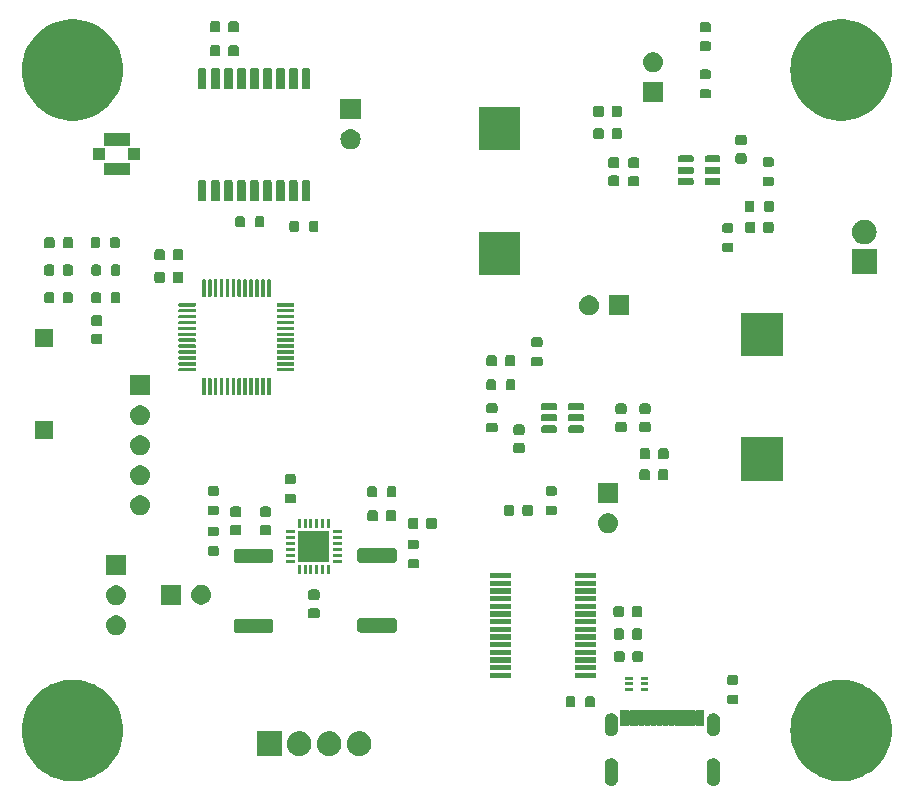
<source format=gbr>
%TF.GenerationSoftware,KiCad,Pcbnew,7.0.7*%
%TF.CreationDate,2024-10-25T12:06:38-05:00*%
%TF.ProjectId,TrackingTurrentBoard,54726163-6b69-46e6-9754-757272656e74,rev?*%
%TF.SameCoordinates,Original*%
%TF.FileFunction,Soldermask,Top*%
%TF.FilePolarity,Negative*%
%FSLAX46Y46*%
G04 Gerber Fmt 4.6, Leading zero omitted, Abs format (unit mm)*
G04 Created by KiCad (PCBNEW 7.0.7) date 2024-10-25 12:06:38*
%MOMM*%
%LPD*%
G01*
G04 APERTURE LIST*
G04 APERTURE END LIST*
G36*
X162324601Y-119451380D02*
G01*
X162341156Y-119450339D01*
X162395647Y-119460734D01*
X162454132Y-119468434D01*
X162469603Y-119474842D01*
X162482931Y-119477385D01*
X162535779Y-119502253D01*
X162593100Y-119525996D01*
X162603983Y-119534347D01*
X162613525Y-119538837D01*
X162660758Y-119577912D01*
X162712435Y-119617565D01*
X162718944Y-119626047D01*
X162724738Y-119630841D01*
X162762431Y-119682722D01*
X162804004Y-119736900D01*
X162806934Y-119743974D01*
X162809572Y-119747605D01*
X162834126Y-119809621D01*
X162861566Y-119875868D01*
X162862169Y-119880451D01*
X162862707Y-119881809D01*
X162871227Y-119949253D01*
X162881200Y-120025000D01*
X162881200Y-121225000D01*
X162881007Y-121226465D01*
X162876657Y-121295603D01*
X162866903Y-121333589D01*
X162861566Y-121374132D01*
X162848223Y-121406344D01*
X162840362Y-121436962D01*
X162820808Y-121472528D01*
X162804004Y-121513100D01*
X162784610Y-121538374D01*
X162770827Y-121563446D01*
X162740999Y-121595208D01*
X162712435Y-121632435D01*
X162689555Y-121649990D01*
X162672027Y-121668657D01*
X162632723Y-121693599D01*
X162593100Y-121724004D01*
X162569242Y-121733885D01*
X162550162Y-121745995D01*
X162503063Y-121761298D01*
X162454132Y-121781566D01*
X162431524Y-121784542D01*
X162412893Y-121790596D01*
X162360506Y-121793892D01*
X162305000Y-121801200D01*
X162285392Y-121798618D01*
X162268843Y-121799660D01*
X162214365Y-121789267D01*
X162155868Y-121781566D01*
X162140392Y-121775155D01*
X162127068Y-121772614D01*
X162074230Y-121747750D01*
X162016900Y-121724004D01*
X162006014Y-121715651D01*
X161996474Y-121711162D01*
X161949244Y-121672089D01*
X161897565Y-121632435D01*
X161891055Y-121623951D01*
X161885261Y-121619158D01*
X161847563Y-121567271D01*
X161805996Y-121513100D01*
X161803065Y-121506026D01*
X161800427Y-121502394D01*
X161775860Y-121440345D01*
X161748434Y-121374132D01*
X161747830Y-121369551D01*
X161747292Y-121368190D01*
X161738765Y-121300690D01*
X161728800Y-121225000D01*
X161728800Y-120025000D01*
X161728992Y-120023536D01*
X161733342Y-119954396D01*
X161743097Y-119916400D01*
X161748434Y-119875868D01*
X161761773Y-119843663D01*
X161769637Y-119813037D01*
X161789195Y-119777459D01*
X161805996Y-119736900D01*
X161825384Y-119711632D01*
X161839172Y-119686553D01*
X161869008Y-119654780D01*
X161897565Y-119617565D01*
X161920437Y-119600014D01*
X161937972Y-119581342D01*
X161977288Y-119556390D01*
X162016900Y-119525996D01*
X162040749Y-119516117D01*
X162059837Y-119504004D01*
X162106951Y-119488695D01*
X162155868Y-119468434D01*
X162178469Y-119465458D01*
X162197106Y-119459403D01*
X162249509Y-119456105D01*
X162305000Y-119448800D01*
X162324601Y-119451380D01*
G37*
G36*
X170964601Y-119451380D02*
G01*
X170981156Y-119450339D01*
X171035647Y-119460734D01*
X171094132Y-119468434D01*
X171109603Y-119474842D01*
X171122931Y-119477385D01*
X171175779Y-119502253D01*
X171233100Y-119525996D01*
X171243983Y-119534347D01*
X171253525Y-119538837D01*
X171300758Y-119577912D01*
X171352435Y-119617565D01*
X171358944Y-119626047D01*
X171364738Y-119630841D01*
X171402431Y-119682722D01*
X171444004Y-119736900D01*
X171446934Y-119743974D01*
X171449572Y-119747605D01*
X171474126Y-119809621D01*
X171501566Y-119875868D01*
X171502169Y-119880451D01*
X171502707Y-119881809D01*
X171511227Y-119949253D01*
X171521200Y-120025000D01*
X171521200Y-121225000D01*
X171521007Y-121226465D01*
X171516657Y-121295603D01*
X171506903Y-121333589D01*
X171501566Y-121374132D01*
X171488223Y-121406344D01*
X171480362Y-121436962D01*
X171460808Y-121472528D01*
X171444004Y-121513100D01*
X171424610Y-121538374D01*
X171410827Y-121563446D01*
X171380999Y-121595208D01*
X171352435Y-121632435D01*
X171329555Y-121649990D01*
X171312027Y-121668657D01*
X171272723Y-121693599D01*
X171233100Y-121724004D01*
X171209242Y-121733885D01*
X171190162Y-121745995D01*
X171143063Y-121761298D01*
X171094132Y-121781566D01*
X171071524Y-121784542D01*
X171052893Y-121790596D01*
X171000506Y-121793892D01*
X170945000Y-121801200D01*
X170925392Y-121798618D01*
X170908843Y-121799660D01*
X170854365Y-121789267D01*
X170795868Y-121781566D01*
X170780392Y-121775155D01*
X170767068Y-121772614D01*
X170714230Y-121747750D01*
X170656900Y-121724004D01*
X170646014Y-121715651D01*
X170636474Y-121711162D01*
X170589244Y-121672089D01*
X170537565Y-121632435D01*
X170531055Y-121623951D01*
X170525261Y-121619158D01*
X170487563Y-121567271D01*
X170445996Y-121513100D01*
X170443065Y-121506026D01*
X170440427Y-121502394D01*
X170415860Y-121440345D01*
X170388434Y-121374132D01*
X170387830Y-121369551D01*
X170387292Y-121368190D01*
X170378765Y-121300690D01*
X170368800Y-121225000D01*
X170368800Y-120025000D01*
X170368992Y-120023536D01*
X170373342Y-119954396D01*
X170383097Y-119916400D01*
X170388434Y-119875868D01*
X170401773Y-119843663D01*
X170409637Y-119813037D01*
X170429195Y-119777459D01*
X170445996Y-119736900D01*
X170465384Y-119711632D01*
X170479172Y-119686553D01*
X170509008Y-119654780D01*
X170537565Y-119617565D01*
X170560437Y-119600014D01*
X170577972Y-119581342D01*
X170617288Y-119556390D01*
X170656900Y-119525996D01*
X170680749Y-119516117D01*
X170699837Y-119504004D01*
X170746951Y-119488695D01*
X170795868Y-119468434D01*
X170818469Y-119465458D01*
X170837106Y-119459403D01*
X170889509Y-119456105D01*
X170945000Y-119448800D01*
X170964601Y-119451380D01*
G37*
G36*
X117302094Y-112860628D02*
G01*
X117703903Y-112938070D01*
X118096532Y-113053356D01*
X118476425Y-113205442D01*
X118840140Y-113392951D01*
X119184385Y-113614183D01*
X119506041Y-113867137D01*
X119802196Y-114149520D01*
X120070168Y-114458776D01*
X120307530Y-114792104D01*
X120512132Y-115146486D01*
X120682122Y-115518711D01*
X120815960Y-115905410D01*
X120912433Y-116303080D01*
X120970669Y-116708119D01*
X120990140Y-117116860D01*
X120970669Y-117525601D01*
X120912433Y-117930640D01*
X120815960Y-118328310D01*
X120682122Y-118715009D01*
X120512132Y-119087234D01*
X120307530Y-119441616D01*
X120070168Y-119774944D01*
X119802196Y-120084200D01*
X119506041Y-120366583D01*
X119184385Y-120619537D01*
X118840140Y-120840769D01*
X118476425Y-121028278D01*
X118096532Y-121180364D01*
X117703903Y-121295650D01*
X117302094Y-121373092D01*
X116894742Y-121411990D01*
X116485538Y-121411990D01*
X116078186Y-121373092D01*
X115676377Y-121295650D01*
X115283748Y-121180364D01*
X114903855Y-121028278D01*
X114540140Y-120840769D01*
X114195895Y-120619537D01*
X113874239Y-120366583D01*
X113578084Y-120084200D01*
X113310112Y-119774944D01*
X113072750Y-119441616D01*
X112868148Y-119087234D01*
X112698158Y-118715009D01*
X112564320Y-118328310D01*
X112467847Y-117930640D01*
X112409611Y-117525601D01*
X112390140Y-117116860D01*
X112409611Y-116708119D01*
X112467847Y-116303080D01*
X112564320Y-115905410D01*
X112698158Y-115518711D01*
X112868148Y-115146486D01*
X113072750Y-114792104D01*
X113310112Y-114458776D01*
X113578084Y-114149520D01*
X113874239Y-113867137D01*
X114195895Y-113614183D01*
X114540140Y-113392951D01*
X114903855Y-113205442D01*
X115283748Y-113053356D01*
X115676377Y-112938070D01*
X116078186Y-112860628D01*
X116485538Y-112821730D01*
X116894742Y-112821730D01*
X117302094Y-112860628D01*
G37*
G36*
X182371814Y-112860628D02*
G01*
X182773623Y-112938070D01*
X183166252Y-113053356D01*
X183546145Y-113205442D01*
X183909860Y-113392951D01*
X184254105Y-113614183D01*
X184575761Y-113867137D01*
X184871916Y-114149520D01*
X185139888Y-114458776D01*
X185377250Y-114792104D01*
X185581852Y-115146486D01*
X185751842Y-115518711D01*
X185885680Y-115905410D01*
X185982153Y-116303080D01*
X186040389Y-116708119D01*
X186059860Y-117116860D01*
X186040389Y-117525601D01*
X185982153Y-117930640D01*
X185885680Y-118328310D01*
X185751842Y-118715009D01*
X185581852Y-119087234D01*
X185377250Y-119441616D01*
X185139888Y-119774944D01*
X184871916Y-120084200D01*
X184575761Y-120366583D01*
X184254105Y-120619537D01*
X183909860Y-120840769D01*
X183546145Y-121028278D01*
X183166252Y-121180364D01*
X182773623Y-121295650D01*
X182371814Y-121373092D01*
X181964462Y-121411990D01*
X181555258Y-121411990D01*
X181147906Y-121373092D01*
X180746097Y-121295650D01*
X180353468Y-121180364D01*
X179973575Y-121028278D01*
X179609860Y-120840769D01*
X179265615Y-120619537D01*
X178943959Y-120366583D01*
X178647804Y-120084200D01*
X178379832Y-119774944D01*
X178142470Y-119441616D01*
X177937868Y-119087234D01*
X177767878Y-118715009D01*
X177634040Y-118328310D01*
X177537567Y-117930640D01*
X177479331Y-117525601D01*
X177459860Y-117116860D01*
X177479331Y-116708119D01*
X177537567Y-116303080D01*
X177634040Y-115905410D01*
X177767878Y-115518711D01*
X177937868Y-115146486D01*
X178142470Y-114792104D01*
X178379832Y-114458776D01*
X178647804Y-114149520D01*
X178943959Y-113867137D01*
X179265615Y-113614183D01*
X179609860Y-113392951D01*
X179973575Y-113205442D01*
X180353468Y-113053356D01*
X180746097Y-112938070D01*
X181147906Y-112860628D01*
X181555258Y-112821730D01*
X181964462Y-112821730D01*
X182371814Y-112860628D01*
G37*
G36*
X134385000Y-119275000D02*
G01*
X132285000Y-119275000D01*
X132285000Y-117175000D01*
X134385000Y-117175000D01*
X134385000Y-119275000D01*
G37*
G36*
X135922680Y-117179696D02*
G01*
X135971862Y-117179696D01*
X136026632Y-117189934D01*
X136079845Y-117195175D01*
X136120268Y-117207437D01*
X136162283Y-117215291D01*
X136220474Y-117237834D01*
X136276818Y-117254926D01*
X136309009Y-117272132D01*
X136342931Y-117285274D01*
X136401876Y-117321771D01*
X136458349Y-117351957D01*
X136482075Y-117371428D01*
X136507634Y-117387254D01*
X136564263Y-117438879D01*
X136617462Y-117482538D01*
X136633228Y-117501748D01*
X136650800Y-117517768D01*
X136701810Y-117585317D01*
X136748043Y-117641651D01*
X136756983Y-117658377D01*
X136767542Y-117672359D01*
X136809541Y-117756706D01*
X136845074Y-117823182D01*
X136848864Y-117835676D01*
X136853891Y-117845772D01*
X136883590Y-117950154D01*
X136904825Y-118020155D01*
X136905522Y-118027236D01*
X136906908Y-118032106D01*
X136921316Y-118187599D01*
X136925000Y-118225000D01*
X136921313Y-118262429D01*
X136906908Y-118417893D01*
X136905522Y-118422762D01*
X136904825Y-118429845D01*
X136883585Y-118499861D01*
X136853891Y-118604227D01*
X136848865Y-118614320D01*
X136845074Y-118626818D01*
X136809534Y-118693307D01*
X136767542Y-118777640D01*
X136756985Y-118791619D01*
X136748043Y-118808349D01*
X136701801Y-118864694D01*
X136650800Y-118932231D01*
X136633231Y-118948247D01*
X136617462Y-118967462D01*
X136564252Y-119011129D01*
X136507634Y-119062745D01*
X136482080Y-119078567D01*
X136458349Y-119098043D01*
X136401865Y-119128234D01*
X136342931Y-119164725D01*
X136309016Y-119177863D01*
X136276818Y-119195074D01*
X136220463Y-119212169D01*
X136162283Y-119234708D01*
X136120275Y-119242560D01*
X136079845Y-119254825D01*
X136026629Y-119260066D01*
X135971862Y-119270304D01*
X135922680Y-119270304D01*
X135875000Y-119275000D01*
X135827320Y-119270304D01*
X135778138Y-119270304D01*
X135723369Y-119260066D01*
X135670155Y-119254825D01*
X135629726Y-119242561D01*
X135587716Y-119234708D01*
X135529532Y-119212167D01*
X135473182Y-119195074D01*
X135440986Y-119177864D01*
X135407068Y-119164725D01*
X135348127Y-119128230D01*
X135291651Y-119098043D01*
X135267922Y-119078569D01*
X135242365Y-119062745D01*
X135185737Y-119011121D01*
X135132538Y-118967462D01*
X135116771Y-118948250D01*
X135099199Y-118932231D01*
X135048186Y-118864679D01*
X135001957Y-118808349D01*
X134993017Y-118791623D01*
X134982457Y-118777640D01*
X134940450Y-118693279D01*
X134904926Y-118626818D01*
X134901136Y-118614325D01*
X134896108Y-118604227D01*
X134866397Y-118499807D01*
X134845175Y-118429845D01*
X134844477Y-118422767D01*
X134843091Y-118417893D01*
X134828669Y-118262257D01*
X134825000Y-118225000D01*
X134828666Y-118187771D01*
X134843091Y-118032106D01*
X134844478Y-118027230D01*
X134845175Y-118020155D01*
X134866393Y-117950207D01*
X134896108Y-117845772D01*
X134901137Y-117835671D01*
X134904926Y-117823182D01*
X134940443Y-117756733D01*
X134982457Y-117672359D01*
X134993019Y-117658372D01*
X135001957Y-117641651D01*
X135048176Y-117585332D01*
X135099199Y-117517768D01*
X135116774Y-117501745D01*
X135132538Y-117482538D01*
X135185726Y-117438887D01*
X135242365Y-117387254D01*
X135267927Y-117371426D01*
X135291651Y-117351957D01*
X135348115Y-117321775D01*
X135407068Y-117285274D01*
X135440993Y-117272131D01*
X135473182Y-117254926D01*
X135529520Y-117237835D01*
X135587716Y-117215291D01*
X135629732Y-117207436D01*
X135670155Y-117195175D01*
X135723366Y-117189934D01*
X135778138Y-117179696D01*
X135827320Y-117179696D01*
X135875000Y-117175000D01*
X135922680Y-117179696D01*
G37*
G36*
X138462680Y-117179696D02*
G01*
X138511862Y-117179696D01*
X138566632Y-117189934D01*
X138619845Y-117195175D01*
X138660268Y-117207437D01*
X138702283Y-117215291D01*
X138760474Y-117237834D01*
X138816818Y-117254926D01*
X138849009Y-117272132D01*
X138882931Y-117285274D01*
X138941876Y-117321771D01*
X138998349Y-117351957D01*
X139022075Y-117371428D01*
X139047634Y-117387254D01*
X139104263Y-117438879D01*
X139157462Y-117482538D01*
X139173228Y-117501748D01*
X139190800Y-117517768D01*
X139241810Y-117585317D01*
X139288043Y-117641651D01*
X139296983Y-117658377D01*
X139307542Y-117672359D01*
X139349541Y-117756706D01*
X139385074Y-117823182D01*
X139388864Y-117835676D01*
X139393891Y-117845772D01*
X139423590Y-117950154D01*
X139444825Y-118020155D01*
X139445522Y-118027236D01*
X139446908Y-118032106D01*
X139461315Y-118187586D01*
X139465000Y-118225000D01*
X139461314Y-118262416D01*
X139446908Y-118417893D01*
X139445522Y-118422762D01*
X139444825Y-118429845D01*
X139423585Y-118499861D01*
X139393891Y-118604227D01*
X139388865Y-118614320D01*
X139385074Y-118626818D01*
X139349534Y-118693307D01*
X139307542Y-118777640D01*
X139296985Y-118791619D01*
X139288043Y-118808349D01*
X139241801Y-118864694D01*
X139190800Y-118932231D01*
X139173231Y-118948247D01*
X139157462Y-118967462D01*
X139104252Y-119011129D01*
X139047634Y-119062745D01*
X139022080Y-119078567D01*
X138998349Y-119098043D01*
X138941865Y-119128234D01*
X138882931Y-119164725D01*
X138849016Y-119177863D01*
X138816818Y-119195074D01*
X138760463Y-119212169D01*
X138702283Y-119234708D01*
X138660275Y-119242560D01*
X138619845Y-119254825D01*
X138566629Y-119260066D01*
X138511862Y-119270304D01*
X138462680Y-119270304D01*
X138415000Y-119275000D01*
X138367320Y-119270304D01*
X138318138Y-119270304D01*
X138263369Y-119260066D01*
X138210155Y-119254825D01*
X138169726Y-119242561D01*
X138127716Y-119234708D01*
X138069532Y-119212167D01*
X138013182Y-119195074D01*
X137980986Y-119177864D01*
X137947068Y-119164725D01*
X137888127Y-119128230D01*
X137831651Y-119098043D01*
X137807922Y-119078569D01*
X137782365Y-119062745D01*
X137725737Y-119011121D01*
X137672538Y-118967462D01*
X137656771Y-118948250D01*
X137639199Y-118932231D01*
X137588186Y-118864679D01*
X137541957Y-118808349D01*
X137533017Y-118791623D01*
X137522457Y-118777640D01*
X137480450Y-118693279D01*
X137444926Y-118626818D01*
X137441136Y-118614325D01*
X137436108Y-118604227D01*
X137406397Y-118499807D01*
X137385175Y-118429845D01*
X137384477Y-118422767D01*
X137383091Y-118417893D01*
X137368669Y-118262257D01*
X137365000Y-118225000D01*
X137368666Y-118187771D01*
X137383091Y-118032106D01*
X137384478Y-118027230D01*
X137385175Y-118020155D01*
X137406393Y-117950207D01*
X137436108Y-117845772D01*
X137441137Y-117835671D01*
X137444926Y-117823182D01*
X137480443Y-117756733D01*
X137522457Y-117672359D01*
X137533019Y-117658372D01*
X137541957Y-117641651D01*
X137588176Y-117585332D01*
X137639199Y-117517768D01*
X137656774Y-117501745D01*
X137672538Y-117482538D01*
X137725726Y-117438887D01*
X137782365Y-117387254D01*
X137807927Y-117371426D01*
X137831651Y-117351957D01*
X137888115Y-117321775D01*
X137947068Y-117285274D01*
X137980993Y-117272131D01*
X138013182Y-117254926D01*
X138069520Y-117237835D01*
X138127716Y-117215291D01*
X138169732Y-117207436D01*
X138210155Y-117195175D01*
X138263366Y-117189934D01*
X138318138Y-117179696D01*
X138367320Y-117179696D01*
X138415000Y-117175000D01*
X138462680Y-117179696D01*
G37*
G36*
X141002680Y-117179696D02*
G01*
X141051862Y-117179696D01*
X141106632Y-117189934D01*
X141159845Y-117195175D01*
X141200268Y-117207437D01*
X141242283Y-117215291D01*
X141300474Y-117237834D01*
X141356818Y-117254926D01*
X141389009Y-117272132D01*
X141422931Y-117285274D01*
X141481876Y-117321771D01*
X141538349Y-117351957D01*
X141562075Y-117371428D01*
X141587634Y-117387254D01*
X141644263Y-117438879D01*
X141697462Y-117482538D01*
X141713228Y-117501748D01*
X141730800Y-117517768D01*
X141781810Y-117585317D01*
X141828043Y-117641651D01*
X141836983Y-117658377D01*
X141847542Y-117672359D01*
X141889541Y-117756706D01*
X141925074Y-117823182D01*
X141928864Y-117835676D01*
X141933891Y-117845772D01*
X141963590Y-117950154D01*
X141984825Y-118020155D01*
X141985522Y-118027236D01*
X141986908Y-118032106D01*
X142001316Y-118187599D01*
X142005000Y-118225000D01*
X142001313Y-118262429D01*
X141986908Y-118417893D01*
X141985522Y-118422762D01*
X141984825Y-118429845D01*
X141963585Y-118499861D01*
X141933891Y-118604227D01*
X141928865Y-118614320D01*
X141925074Y-118626818D01*
X141889534Y-118693307D01*
X141847542Y-118777640D01*
X141836985Y-118791619D01*
X141828043Y-118808349D01*
X141781801Y-118864694D01*
X141730800Y-118932231D01*
X141713231Y-118948247D01*
X141697462Y-118967462D01*
X141644252Y-119011129D01*
X141587634Y-119062745D01*
X141562080Y-119078567D01*
X141538349Y-119098043D01*
X141481865Y-119128234D01*
X141422931Y-119164725D01*
X141389016Y-119177863D01*
X141356818Y-119195074D01*
X141300463Y-119212169D01*
X141242283Y-119234708D01*
X141200275Y-119242560D01*
X141159845Y-119254825D01*
X141106629Y-119260066D01*
X141051862Y-119270304D01*
X141002680Y-119270304D01*
X140955000Y-119275000D01*
X140907320Y-119270304D01*
X140858138Y-119270304D01*
X140803369Y-119260066D01*
X140750155Y-119254825D01*
X140709726Y-119242561D01*
X140667716Y-119234708D01*
X140609532Y-119212167D01*
X140553182Y-119195074D01*
X140520986Y-119177864D01*
X140487068Y-119164725D01*
X140428127Y-119128230D01*
X140371651Y-119098043D01*
X140347922Y-119078569D01*
X140322365Y-119062745D01*
X140265737Y-119011121D01*
X140212538Y-118967462D01*
X140196771Y-118948250D01*
X140179199Y-118932231D01*
X140128186Y-118864679D01*
X140081957Y-118808349D01*
X140073017Y-118791623D01*
X140062457Y-118777640D01*
X140020450Y-118693279D01*
X139984926Y-118626818D01*
X139981136Y-118614325D01*
X139976108Y-118604227D01*
X139946397Y-118499807D01*
X139925175Y-118429845D01*
X139924477Y-118422767D01*
X139923091Y-118417893D01*
X139908668Y-118262244D01*
X139905000Y-118225000D01*
X139908667Y-118187758D01*
X139923091Y-118032106D01*
X139924478Y-118027230D01*
X139925175Y-118020155D01*
X139946393Y-117950207D01*
X139976108Y-117845772D01*
X139981137Y-117835671D01*
X139984926Y-117823182D01*
X140020443Y-117756733D01*
X140062457Y-117672359D01*
X140073019Y-117658372D01*
X140081957Y-117641651D01*
X140128176Y-117585332D01*
X140179199Y-117517768D01*
X140196774Y-117501745D01*
X140212538Y-117482538D01*
X140265726Y-117438887D01*
X140322365Y-117387254D01*
X140347927Y-117371426D01*
X140371651Y-117351957D01*
X140428115Y-117321775D01*
X140487068Y-117285274D01*
X140520993Y-117272131D01*
X140553182Y-117254926D01*
X140609520Y-117237835D01*
X140667716Y-117215291D01*
X140709732Y-117207436D01*
X140750155Y-117195175D01*
X140803366Y-117189934D01*
X140858138Y-117179696D01*
X140907320Y-117179696D01*
X140955000Y-117175000D01*
X141002680Y-117179696D01*
G37*
G36*
X162324601Y-115651380D02*
G01*
X162341156Y-115650339D01*
X162395647Y-115660734D01*
X162454132Y-115668434D01*
X162469603Y-115674842D01*
X162482931Y-115677385D01*
X162535779Y-115702253D01*
X162593100Y-115725996D01*
X162603983Y-115734347D01*
X162613525Y-115738837D01*
X162660758Y-115777912D01*
X162712435Y-115817565D01*
X162718944Y-115826047D01*
X162724738Y-115830841D01*
X162762431Y-115882722D01*
X162804004Y-115936900D01*
X162806934Y-115943974D01*
X162809572Y-115947605D01*
X162834126Y-116009621D01*
X162861566Y-116075868D01*
X162862169Y-116080451D01*
X162862707Y-116081809D01*
X162871227Y-116149253D01*
X162881200Y-116225000D01*
X162881200Y-117025000D01*
X162881007Y-117026465D01*
X162876657Y-117095603D01*
X162866903Y-117133589D01*
X162861566Y-117174132D01*
X162848223Y-117206344D01*
X162840362Y-117236962D01*
X162820808Y-117272528D01*
X162804004Y-117313100D01*
X162784610Y-117338374D01*
X162770827Y-117363446D01*
X162740999Y-117395208D01*
X162712435Y-117432435D01*
X162689555Y-117449990D01*
X162672027Y-117468657D01*
X162632723Y-117493599D01*
X162593100Y-117524004D01*
X162569242Y-117533885D01*
X162550162Y-117545995D01*
X162503063Y-117561298D01*
X162454132Y-117581566D01*
X162431524Y-117584542D01*
X162412893Y-117590596D01*
X162360506Y-117593892D01*
X162305000Y-117601200D01*
X162285392Y-117598618D01*
X162268843Y-117599660D01*
X162214365Y-117589267D01*
X162155868Y-117581566D01*
X162140392Y-117575155D01*
X162127068Y-117572614D01*
X162074230Y-117547750D01*
X162016900Y-117524004D01*
X162006014Y-117515651D01*
X161996474Y-117511162D01*
X161949244Y-117472089D01*
X161897565Y-117432435D01*
X161891055Y-117423951D01*
X161885261Y-117419158D01*
X161847563Y-117367271D01*
X161805996Y-117313100D01*
X161803065Y-117306026D01*
X161800427Y-117302394D01*
X161775860Y-117240345D01*
X161748434Y-117174132D01*
X161747830Y-117169551D01*
X161747292Y-117168190D01*
X161738765Y-117100690D01*
X161728800Y-117025000D01*
X161728800Y-116225000D01*
X161728992Y-116223536D01*
X161733342Y-116154396D01*
X161743097Y-116116400D01*
X161748434Y-116075868D01*
X161761773Y-116043663D01*
X161769637Y-116013037D01*
X161789195Y-115977459D01*
X161805996Y-115936900D01*
X161825384Y-115911632D01*
X161839172Y-115886553D01*
X161869008Y-115854780D01*
X161897565Y-115817565D01*
X161920437Y-115800014D01*
X161937972Y-115781342D01*
X161977288Y-115756390D01*
X162016900Y-115725996D01*
X162040749Y-115716117D01*
X162059837Y-115704004D01*
X162106951Y-115688695D01*
X162155868Y-115668434D01*
X162178469Y-115665458D01*
X162197106Y-115659403D01*
X162249509Y-115656105D01*
X162305000Y-115648800D01*
X162324601Y-115651380D01*
G37*
G36*
X170964601Y-115651380D02*
G01*
X170981156Y-115650339D01*
X171035647Y-115660734D01*
X171094132Y-115668434D01*
X171109603Y-115674842D01*
X171122931Y-115677385D01*
X171175779Y-115702253D01*
X171233100Y-115725996D01*
X171243983Y-115734347D01*
X171253525Y-115738837D01*
X171300758Y-115777912D01*
X171352435Y-115817565D01*
X171358944Y-115826047D01*
X171364738Y-115830841D01*
X171402431Y-115882722D01*
X171444004Y-115936900D01*
X171446934Y-115943974D01*
X171449572Y-115947605D01*
X171474126Y-116009621D01*
X171501566Y-116075868D01*
X171502169Y-116080451D01*
X171502707Y-116081809D01*
X171511227Y-116149253D01*
X171521200Y-116225000D01*
X171521200Y-117025000D01*
X171521007Y-117026465D01*
X171516657Y-117095603D01*
X171506903Y-117133589D01*
X171501566Y-117174132D01*
X171488223Y-117206344D01*
X171480362Y-117236962D01*
X171460808Y-117272528D01*
X171444004Y-117313100D01*
X171424610Y-117338374D01*
X171410827Y-117363446D01*
X171380999Y-117395208D01*
X171352435Y-117432435D01*
X171329555Y-117449990D01*
X171312027Y-117468657D01*
X171272723Y-117493599D01*
X171233100Y-117524004D01*
X171209242Y-117533885D01*
X171190162Y-117545995D01*
X171143063Y-117561298D01*
X171094132Y-117581566D01*
X171071524Y-117584542D01*
X171052893Y-117590596D01*
X171000506Y-117593892D01*
X170945000Y-117601200D01*
X170925392Y-117598618D01*
X170908843Y-117599660D01*
X170854365Y-117589267D01*
X170795868Y-117581566D01*
X170780392Y-117575155D01*
X170767068Y-117572614D01*
X170714230Y-117547750D01*
X170656900Y-117524004D01*
X170646014Y-117515651D01*
X170636474Y-117511162D01*
X170589244Y-117472089D01*
X170537565Y-117432435D01*
X170531055Y-117423951D01*
X170525261Y-117419158D01*
X170487563Y-117367271D01*
X170445996Y-117313100D01*
X170443065Y-117306026D01*
X170440427Y-117302394D01*
X170415860Y-117240345D01*
X170388434Y-117174132D01*
X170387830Y-117169551D01*
X170387292Y-117168190D01*
X170378765Y-117100690D01*
X170368800Y-117025000D01*
X170368800Y-116225000D01*
X170368992Y-116223536D01*
X170373342Y-116154396D01*
X170383097Y-116116400D01*
X170388434Y-116075868D01*
X170401773Y-116043663D01*
X170409637Y-116013037D01*
X170429195Y-115977459D01*
X170445996Y-115936900D01*
X170465384Y-115911632D01*
X170479172Y-115886553D01*
X170509008Y-115854780D01*
X170537565Y-115817565D01*
X170560437Y-115800014D01*
X170577972Y-115781342D01*
X170617288Y-115756390D01*
X170656900Y-115725996D01*
X170680749Y-115716117D01*
X170699837Y-115704004D01*
X170746951Y-115688695D01*
X170795868Y-115668434D01*
X170818469Y-115665458D01*
X170837106Y-115659403D01*
X170889509Y-115656105D01*
X170945000Y-115648800D01*
X170964601Y-115651380D01*
G37*
G36*
X163787036Y-115407964D02*
G01*
X163788500Y-115411500D01*
X163788500Y-115421600D01*
X163791059Y-115427777D01*
X163858941Y-115427777D01*
X163861500Y-115421599D01*
X163861500Y-115411500D01*
X163862964Y-115407964D01*
X163866500Y-115406500D01*
X164583500Y-115406500D01*
X164587036Y-115407964D01*
X164588500Y-115411500D01*
X164588500Y-115421539D01*
X164589085Y-115422949D01*
X164656915Y-115422949D01*
X164657500Y-115421539D01*
X164657500Y-115411500D01*
X164658964Y-115407964D01*
X164662500Y-115406500D01*
X165087500Y-115406500D01*
X165091036Y-115407964D01*
X165092500Y-115411500D01*
X165092500Y-115412756D01*
X165114896Y-115422032D01*
X165135104Y-115422032D01*
X165157500Y-115412756D01*
X165157500Y-115411500D01*
X165158964Y-115407964D01*
X165162500Y-115406500D01*
X165587500Y-115406500D01*
X165591036Y-115407964D01*
X165592500Y-115411500D01*
X165592500Y-115412756D01*
X165614896Y-115422032D01*
X165635104Y-115422032D01*
X165657500Y-115412756D01*
X165657500Y-115411500D01*
X165658964Y-115407964D01*
X165662500Y-115406500D01*
X166087500Y-115406500D01*
X166091036Y-115407964D01*
X166092500Y-115411500D01*
X166092500Y-115412756D01*
X166114896Y-115422032D01*
X166135104Y-115422032D01*
X166157500Y-115412756D01*
X166157500Y-115411500D01*
X166158964Y-115407964D01*
X166162500Y-115406500D01*
X166587500Y-115406500D01*
X166591036Y-115407964D01*
X166592500Y-115411500D01*
X166592500Y-115412756D01*
X166614896Y-115422032D01*
X166635104Y-115422032D01*
X166657500Y-115412756D01*
X166657500Y-115411500D01*
X166658964Y-115407964D01*
X166662500Y-115406500D01*
X167087500Y-115406500D01*
X167091036Y-115407964D01*
X167092500Y-115411500D01*
X167092500Y-115412756D01*
X167114896Y-115422032D01*
X167135104Y-115422032D01*
X167157500Y-115412756D01*
X167157500Y-115411500D01*
X167158964Y-115407964D01*
X167162500Y-115406500D01*
X167587500Y-115406500D01*
X167591036Y-115407964D01*
X167592500Y-115411500D01*
X167592500Y-115412756D01*
X167614896Y-115422032D01*
X167635104Y-115422032D01*
X167657500Y-115412756D01*
X167657500Y-115411500D01*
X167658964Y-115407964D01*
X167662500Y-115406500D01*
X168087500Y-115406500D01*
X168091036Y-115407964D01*
X168092500Y-115411500D01*
X168092500Y-115412756D01*
X168114896Y-115422032D01*
X168135104Y-115422032D01*
X168157500Y-115412756D01*
X168157500Y-115411500D01*
X168158964Y-115407964D01*
X168162500Y-115406500D01*
X168587500Y-115406500D01*
X168591036Y-115407964D01*
X168592500Y-115411500D01*
X168592500Y-115421539D01*
X168593085Y-115422949D01*
X168660915Y-115422949D01*
X168661500Y-115421539D01*
X168661500Y-115411500D01*
X168662964Y-115407964D01*
X168666500Y-115406500D01*
X169383500Y-115406500D01*
X169387036Y-115407964D01*
X169388500Y-115411500D01*
X169388500Y-115421600D01*
X169391059Y-115427777D01*
X169458941Y-115427777D01*
X169461500Y-115421599D01*
X169461500Y-115411500D01*
X169462964Y-115407964D01*
X169466500Y-115406500D01*
X170183500Y-115406500D01*
X170187036Y-115407964D01*
X170188500Y-115411500D01*
X170188500Y-116688500D01*
X170187036Y-116692036D01*
X170183500Y-116693500D01*
X170173396Y-116693500D01*
X169476604Y-116693500D01*
X169466500Y-116693500D01*
X169462964Y-116692036D01*
X169461500Y-116688500D01*
X169461500Y-116678392D01*
X169458944Y-116672222D01*
X169391056Y-116672222D01*
X169388500Y-116678391D01*
X169388500Y-116688500D01*
X169387036Y-116692036D01*
X169383500Y-116693500D01*
X169373396Y-116693500D01*
X168676604Y-116693500D01*
X168666500Y-116693500D01*
X168662964Y-116692036D01*
X168661500Y-116688500D01*
X168661500Y-116678175D01*
X168661037Y-116677050D01*
X168592963Y-116677050D01*
X168592500Y-116678175D01*
X168592500Y-116688500D01*
X168591036Y-116692036D01*
X168587500Y-116693500D01*
X168577396Y-116693500D01*
X168172604Y-116693500D01*
X168162500Y-116693500D01*
X168158964Y-116692036D01*
X168157500Y-116688500D01*
X168157500Y-116687243D01*
X168135105Y-116677967D01*
X168114895Y-116677967D01*
X168092500Y-116687243D01*
X168092500Y-116688500D01*
X168091036Y-116692036D01*
X168087500Y-116693500D01*
X168077396Y-116693500D01*
X167672604Y-116693500D01*
X167662500Y-116693500D01*
X167658964Y-116692036D01*
X167657500Y-116688500D01*
X167657500Y-116687243D01*
X167635105Y-116677967D01*
X167614895Y-116677967D01*
X167592500Y-116687243D01*
X167592500Y-116688500D01*
X167591036Y-116692036D01*
X167587500Y-116693500D01*
X167577396Y-116693500D01*
X167172604Y-116693500D01*
X167162500Y-116693500D01*
X167158964Y-116692036D01*
X167157500Y-116688500D01*
X167157500Y-116687243D01*
X167135105Y-116677967D01*
X167114895Y-116677967D01*
X167092500Y-116687243D01*
X167092500Y-116688500D01*
X167091036Y-116692036D01*
X167087500Y-116693500D01*
X167077396Y-116693500D01*
X166672604Y-116693500D01*
X166662500Y-116693500D01*
X166658964Y-116692036D01*
X166657500Y-116688500D01*
X166657500Y-116687243D01*
X166635105Y-116677967D01*
X166614895Y-116677967D01*
X166592500Y-116687243D01*
X166592500Y-116688500D01*
X166591036Y-116692036D01*
X166587500Y-116693500D01*
X166577396Y-116693500D01*
X166172604Y-116693500D01*
X166162500Y-116693500D01*
X166158964Y-116692036D01*
X166157500Y-116688500D01*
X166157500Y-116687243D01*
X166135105Y-116677967D01*
X166114895Y-116677967D01*
X166092500Y-116687243D01*
X166092500Y-116688500D01*
X166091036Y-116692036D01*
X166087500Y-116693500D01*
X166077396Y-116693500D01*
X165672604Y-116693500D01*
X165662500Y-116693500D01*
X165658964Y-116692036D01*
X165657500Y-116688500D01*
X165657500Y-116687243D01*
X165635105Y-116677967D01*
X165614895Y-116677967D01*
X165592500Y-116687243D01*
X165592500Y-116688500D01*
X165591036Y-116692036D01*
X165587500Y-116693500D01*
X165577396Y-116693500D01*
X165172604Y-116693500D01*
X165162500Y-116693500D01*
X165158964Y-116692036D01*
X165157500Y-116688500D01*
X165157500Y-116687243D01*
X165135105Y-116677967D01*
X165114895Y-116677967D01*
X165092500Y-116687243D01*
X165092500Y-116688500D01*
X165091036Y-116692036D01*
X165087500Y-116693500D01*
X165077396Y-116693500D01*
X164672604Y-116693500D01*
X164662500Y-116693500D01*
X164658964Y-116692036D01*
X164657500Y-116688500D01*
X164657500Y-116678175D01*
X164657037Y-116677050D01*
X164588963Y-116677050D01*
X164588500Y-116678175D01*
X164588500Y-116688500D01*
X164587036Y-116692036D01*
X164583500Y-116693500D01*
X164573396Y-116693500D01*
X163876604Y-116693500D01*
X163866500Y-116693500D01*
X163862964Y-116692036D01*
X163861500Y-116688500D01*
X163861500Y-116678392D01*
X163858944Y-116672222D01*
X163791056Y-116672222D01*
X163788500Y-116678391D01*
X163788500Y-116688500D01*
X163787036Y-116692036D01*
X163783500Y-116693500D01*
X163773396Y-116693500D01*
X163076604Y-116693500D01*
X163066500Y-116693500D01*
X163062964Y-116692036D01*
X163061500Y-116688500D01*
X163061500Y-115411500D01*
X163062964Y-115407964D01*
X163066500Y-115406500D01*
X163783500Y-115406500D01*
X163787036Y-115407964D01*
G37*
G36*
X159126537Y-114215224D02*
G01*
X159191421Y-114258579D01*
X159234776Y-114323463D01*
X159250000Y-114400000D01*
X159250000Y-114950000D01*
X159234776Y-115026537D01*
X159191421Y-115091421D01*
X159126537Y-115134776D01*
X159050000Y-115150000D01*
X158650000Y-115150000D01*
X158573463Y-115134776D01*
X158508579Y-115091421D01*
X158465224Y-115026537D01*
X158450000Y-114950000D01*
X158450000Y-114400000D01*
X158465224Y-114323463D01*
X158508579Y-114258579D01*
X158573463Y-114215224D01*
X158650000Y-114200000D01*
X159050000Y-114200000D01*
X159126537Y-114215224D01*
G37*
G36*
X160776537Y-114215224D02*
G01*
X160841421Y-114258579D01*
X160884776Y-114323463D01*
X160900000Y-114400000D01*
X160900000Y-114950000D01*
X160884776Y-115026537D01*
X160841421Y-115091421D01*
X160776537Y-115134776D01*
X160700000Y-115150000D01*
X160300000Y-115150000D01*
X160223463Y-115134776D01*
X160158579Y-115091421D01*
X160115224Y-115026537D01*
X160100000Y-114950000D01*
X160100000Y-114400000D01*
X160115224Y-114323463D01*
X160158579Y-114258579D01*
X160223463Y-114215224D01*
X160300000Y-114200000D01*
X160700000Y-114200000D01*
X160776537Y-114215224D01*
G37*
G36*
X172926537Y-114090224D02*
G01*
X172991421Y-114133579D01*
X173034776Y-114198463D01*
X173050000Y-114275000D01*
X173050000Y-114675000D01*
X173034776Y-114751537D01*
X172991421Y-114816421D01*
X172926537Y-114859776D01*
X172850000Y-114875000D01*
X172300000Y-114875000D01*
X172223463Y-114859776D01*
X172158579Y-114816421D01*
X172115224Y-114751537D01*
X172100000Y-114675000D01*
X172100000Y-114275000D01*
X172115224Y-114198463D01*
X172158579Y-114133579D01*
X172223463Y-114090224D01*
X172300000Y-114075000D01*
X172850000Y-114075000D01*
X172926537Y-114090224D01*
G37*
G36*
X164100000Y-113800000D02*
G01*
X163500000Y-113800000D01*
X163500000Y-113550000D01*
X164100000Y-113550000D01*
X164100000Y-113800000D01*
G37*
G36*
X165400000Y-113800000D02*
G01*
X164800000Y-113800000D01*
X164800000Y-113550000D01*
X165400000Y-113550000D01*
X165400000Y-113800000D01*
G37*
G36*
X164100000Y-113300000D02*
G01*
X163500000Y-113300000D01*
X163500000Y-113050000D01*
X164100000Y-113050000D01*
X164100000Y-113300000D01*
G37*
G36*
X165400000Y-113300000D02*
G01*
X164800000Y-113300000D01*
X164800000Y-113050000D01*
X165400000Y-113050000D01*
X165400000Y-113300000D01*
G37*
G36*
X172926537Y-112440224D02*
G01*
X172991421Y-112483579D01*
X173034776Y-112548463D01*
X173050000Y-112625000D01*
X173050000Y-113025000D01*
X173034776Y-113101537D01*
X172991421Y-113166421D01*
X172926537Y-113209776D01*
X172850000Y-113225000D01*
X172300000Y-113225000D01*
X172223463Y-113209776D01*
X172158579Y-113166421D01*
X172115224Y-113101537D01*
X172100000Y-113025000D01*
X172100000Y-112625000D01*
X172115224Y-112548463D01*
X172158579Y-112483579D01*
X172223463Y-112440224D01*
X172300000Y-112425000D01*
X172850000Y-112425000D01*
X172926537Y-112440224D01*
G37*
G36*
X164100000Y-112800000D02*
G01*
X163500000Y-112800000D01*
X163500000Y-112550000D01*
X164100000Y-112550000D01*
X164100000Y-112800000D01*
G37*
G36*
X165400000Y-112800000D02*
G01*
X164800000Y-112800000D01*
X164800000Y-112550000D01*
X165400000Y-112550000D01*
X165400000Y-112800000D01*
G37*
G36*
X153789800Y-112679400D02*
G01*
X152039800Y-112679400D01*
X152039800Y-112229400D01*
X153789800Y-112229400D01*
X153789800Y-112679400D01*
G37*
G36*
X160989800Y-112679400D02*
G01*
X159239800Y-112679400D01*
X159239800Y-112229400D01*
X160989800Y-112229400D01*
X160989800Y-112679400D01*
G37*
G36*
X153789800Y-112029400D02*
G01*
X152039800Y-112029400D01*
X152039800Y-111579400D01*
X153789800Y-111579400D01*
X153789800Y-112029400D01*
G37*
G36*
X160989800Y-112029400D02*
G01*
X159239800Y-112029400D01*
X159239800Y-111579400D01*
X160989800Y-111579400D01*
X160989800Y-112029400D01*
G37*
G36*
X153789800Y-111379400D02*
G01*
X152039800Y-111379400D01*
X152039800Y-110929400D01*
X153789800Y-110929400D01*
X153789800Y-111379400D01*
G37*
G36*
X160989800Y-111379400D02*
G01*
X159239800Y-111379400D01*
X159239800Y-110929400D01*
X160989800Y-110929400D01*
X160989800Y-111379400D01*
G37*
G36*
X163299904Y-110384527D02*
G01*
X163372899Y-110433301D01*
X163421673Y-110506296D01*
X163438800Y-110592400D01*
X163438800Y-111092400D01*
X163421673Y-111178504D01*
X163372899Y-111251499D01*
X163299904Y-111300273D01*
X163213800Y-111317400D01*
X162763800Y-111317400D01*
X162677696Y-111300273D01*
X162604701Y-111251499D01*
X162555927Y-111178504D01*
X162538800Y-111092400D01*
X162538800Y-110592400D01*
X162555927Y-110506296D01*
X162604701Y-110433301D01*
X162677696Y-110384527D01*
X162763800Y-110367400D01*
X163213800Y-110367400D01*
X163299904Y-110384527D01*
G37*
G36*
X164849904Y-110384527D02*
G01*
X164922899Y-110433301D01*
X164971673Y-110506296D01*
X164988800Y-110592400D01*
X164988800Y-111092400D01*
X164971673Y-111178504D01*
X164922899Y-111251499D01*
X164849904Y-111300273D01*
X164763800Y-111317400D01*
X164313800Y-111317400D01*
X164227696Y-111300273D01*
X164154701Y-111251499D01*
X164105927Y-111178504D01*
X164088800Y-111092400D01*
X164088800Y-110592400D01*
X164105927Y-110506296D01*
X164154701Y-110433301D01*
X164227696Y-110384527D01*
X164313800Y-110367400D01*
X164763800Y-110367400D01*
X164849904Y-110384527D01*
G37*
G36*
X153789800Y-110729400D02*
G01*
X152039800Y-110729400D01*
X152039800Y-110279400D01*
X153789800Y-110279400D01*
X153789800Y-110729400D01*
G37*
G36*
X160989800Y-110729400D02*
G01*
X159239800Y-110729400D01*
X159239800Y-110279400D01*
X160989800Y-110279400D01*
X160989800Y-110729400D01*
G37*
G36*
X153789800Y-110079400D02*
G01*
X152039800Y-110079400D01*
X152039800Y-109629400D01*
X153789800Y-109629400D01*
X153789800Y-110079400D01*
G37*
G36*
X160989800Y-110079400D02*
G01*
X159239800Y-110079400D01*
X159239800Y-109629400D01*
X160989800Y-109629400D01*
X160989800Y-110079400D01*
G37*
G36*
X153789800Y-109429400D02*
G01*
X152039800Y-109429400D01*
X152039800Y-108979400D01*
X153789800Y-108979400D01*
X153789800Y-109429400D01*
G37*
G36*
X160989800Y-109429400D02*
G01*
X159239800Y-109429400D01*
X159239800Y-108979400D01*
X160989800Y-108979400D01*
X160989800Y-109429400D01*
G37*
G36*
X163253304Y-108481527D02*
G01*
X163326299Y-108530301D01*
X163375073Y-108603296D01*
X163392200Y-108689400D01*
X163392200Y-109189400D01*
X163375073Y-109275504D01*
X163326299Y-109348499D01*
X163253304Y-109397273D01*
X163167200Y-109414400D01*
X162717200Y-109414400D01*
X162631096Y-109397273D01*
X162558101Y-109348499D01*
X162509327Y-109275504D01*
X162492200Y-109189400D01*
X162492200Y-108689400D01*
X162509327Y-108603296D01*
X162558101Y-108530301D01*
X162631096Y-108481527D01*
X162717200Y-108464400D01*
X163167200Y-108464400D01*
X163253304Y-108481527D01*
G37*
G36*
X164803304Y-108481527D02*
G01*
X164876299Y-108530301D01*
X164925073Y-108603296D01*
X164942200Y-108689400D01*
X164942200Y-109189400D01*
X164925073Y-109275504D01*
X164876299Y-109348499D01*
X164803304Y-109397273D01*
X164717200Y-109414400D01*
X164267200Y-109414400D01*
X164181096Y-109397273D01*
X164108101Y-109348499D01*
X164059327Y-109275504D01*
X164042200Y-109189400D01*
X164042200Y-108689400D01*
X164059327Y-108603296D01*
X164108101Y-108530301D01*
X164181096Y-108481527D01*
X164267200Y-108464400D01*
X164717200Y-108464400D01*
X164803304Y-108481527D01*
G37*
G36*
X120658664Y-107395602D02*
G01*
X120821000Y-107467878D01*
X120964761Y-107572327D01*
X121083664Y-107704383D01*
X121172514Y-107858274D01*
X121227425Y-108027275D01*
X121246000Y-108204000D01*
X121227425Y-108380725D01*
X121172514Y-108549726D01*
X121083664Y-108703617D01*
X120964761Y-108835673D01*
X120821000Y-108940122D01*
X120658664Y-109012398D01*
X120484849Y-109049344D01*
X120307151Y-109049344D01*
X120133336Y-109012398D01*
X119971000Y-108940122D01*
X119827239Y-108835673D01*
X119708336Y-108703617D01*
X119619486Y-108549726D01*
X119564575Y-108380725D01*
X119546000Y-108204000D01*
X119564575Y-108027275D01*
X119619486Y-107858274D01*
X119708336Y-107704383D01*
X119827239Y-107572327D01*
X119971000Y-107467878D01*
X120133336Y-107395602D01*
X120307151Y-107358656D01*
X120484849Y-107358656D01*
X120658664Y-107395602D01*
G37*
G36*
X133454116Y-107650818D02*
G01*
X133505379Y-107656766D01*
X133522892Y-107664499D01*
X133545671Y-107669030D01*
X133570057Y-107685324D01*
X133590788Y-107694478D01*
X133604946Y-107708636D01*
X133626777Y-107723223D01*
X133641363Y-107745053D01*
X133655521Y-107759211D01*
X133664673Y-107779939D01*
X133680970Y-107804329D01*
X133685501Y-107827109D01*
X133693233Y-107844620D01*
X133699178Y-107895872D01*
X133700000Y-107900000D01*
X133700000Y-108625000D01*
X133699178Y-108629128D01*
X133693233Y-108680379D01*
X133685501Y-108697888D01*
X133680970Y-108720671D01*
X133664672Y-108745062D01*
X133655521Y-108765788D01*
X133641365Y-108779943D01*
X133626777Y-108801777D01*
X133604943Y-108816365D01*
X133590788Y-108830521D01*
X133570062Y-108839672D01*
X133545671Y-108855970D01*
X133522888Y-108860501D01*
X133505379Y-108868233D01*
X133454129Y-108874178D01*
X133450000Y-108875000D01*
X130600000Y-108875000D01*
X130595873Y-108874179D01*
X130544620Y-108868233D01*
X130527109Y-108860501D01*
X130504329Y-108855970D01*
X130479939Y-108839673D01*
X130459211Y-108830521D01*
X130445053Y-108816363D01*
X130423223Y-108801777D01*
X130408636Y-108779946D01*
X130394478Y-108765788D01*
X130385324Y-108745057D01*
X130369030Y-108720671D01*
X130364499Y-108697892D01*
X130356766Y-108680379D01*
X130350818Y-108629117D01*
X130350000Y-108625000D01*
X130350000Y-107900000D01*
X130350818Y-107895885D01*
X130356766Y-107844620D01*
X130364499Y-107827105D01*
X130369030Y-107804329D01*
X130385323Y-107779944D01*
X130394478Y-107759211D01*
X130408638Y-107745050D01*
X130423223Y-107723223D01*
X130445050Y-107708638D01*
X130459211Y-107694478D01*
X130479944Y-107685323D01*
X130504329Y-107669030D01*
X130527105Y-107664499D01*
X130544620Y-107656766D01*
X130595884Y-107650818D01*
X130600000Y-107650000D01*
X133450000Y-107650000D01*
X133454116Y-107650818D01*
G37*
G36*
X143904116Y-107600818D02*
G01*
X143955379Y-107606766D01*
X143972892Y-107614499D01*
X143995671Y-107619030D01*
X144020057Y-107635324D01*
X144040788Y-107644478D01*
X144054946Y-107658636D01*
X144076777Y-107673223D01*
X144091363Y-107695053D01*
X144105521Y-107709211D01*
X144114673Y-107729939D01*
X144130970Y-107754329D01*
X144135501Y-107777109D01*
X144143233Y-107794620D01*
X144149178Y-107845872D01*
X144150000Y-107850000D01*
X144150000Y-108575000D01*
X144149178Y-108579128D01*
X144143233Y-108630379D01*
X144135501Y-108647888D01*
X144130970Y-108670671D01*
X144114672Y-108695062D01*
X144105521Y-108715788D01*
X144091365Y-108729943D01*
X144076777Y-108751777D01*
X144054943Y-108766365D01*
X144040788Y-108780521D01*
X144020062Y-108789672D01*
X143995671Y-108805970D01*
X143972888Y-108810501D01*
X143955379Y-108818233D01*
X143904129Y-108824178D01*
X143900000Y-108825000D01*
X141050000Y-108825000D01*
X141045873Y-108824179D01*
X140994620Y-108818233D01*
X140977109Y-108810501D01*
X140954329Y-108805970D01*
X140929939Y-108789673D01*
X140909211Y-108780521D01*
X140895053Y-108766363D01*
X140873223Y-108751777D01*
X140858636Y-108729946D01*
X140844478Y-108715788D01*
X140835324Y-108695057D01*
X140819030Y-108670671D01*
X140814499Y-108647892D01*
X140806766Y-108630379D01*
X140800818Y-108579117D01*
X140800000Y-108575000D01*
X140800000Y-107850000D01*
X140800818Y-107845885D01*
X140806766Y-107794620D01*
X140814499Y-107777105D01*
X140819030Y-107754329D01*
X140835323Y-107729944D01*
X140844478Y-107709211D01*
X140858638Y-107695050D01*
X140873223Y-107673223D01*
X140895050Y-107658638D01*
X140909211Y-107644478D01*
X140929944Y-107635323D01*
X140954329Y-107619030D01*
X140977105Y-107614499D01*
X140994620Y-107606766D01*
X141045884Y-107600818D01*
X141050000Y-107600000D01*
X143900000Y-107600000D01*
X143904116Y-107600818D01*
G37*
G36*
X153789800Y-108779400D02*
G01*
X152039800Y-108779400D01*
X152039800Y-108329400D01*
X153789800Y-108329400D01*
X153789800Y-108779400D01*
G37*
G36*
X160989800Y-108779400D02*
G01*
X159239800Y-108779400D01*
X159239800Y-108329400D01*
X160989800Y-108329400D01*
X160989800Y-108779400D01*
G37*
G36*
X153789800Y-108129400D02*
G01*
X152039800Y-108129400D01*
X152039800Y-107679400D01*
X153789800Y-107679400D01*
X153789800Y-108129400D01*
G37*
G36*
X160989800Y-108129400D02*
G01*
X159239800Y-108129400D01*
X159239800Y-107679400D01*
X160989800Y-107679400D01*
X160989800Y-108129400D01*
G37*
G36*
X137461104Y-106742127D02*
G01*
X137534099Y-106790901D01*
X137582873Y-106863896D01*
X137600000Y-106950000D01*
X137600000Y-107400000D01*
X137582873Y-107486104D01*
X137534099Y-107559099D01*
X137461104Y-107607873D01*
X137375000Y-107625000D01*
X136875000Y-107625000D01*
X136788896Y-107607873D01*
X136715901Y-107559099D01*
X136667127Y-107486104D01*
X136650000Y-107400000D01*
X136650000Y-106950000D01*
X136667127Y-106863896D01*
X136715901Y-106790901D01*
X136788896Y-106742127D01*
X136875000Y-106725000D01*
X137375000Y-106725000D01*
X137461104Y-106742127D01*
G37*
G36*
X163240904Y-106576527D02*
G01*
X163313899Y-106625301D01*
X163362673Y-106698296D01*
X163379800Y-106784400D01*
X163379800Y-107284400D01*
X163362673Y-107370504D01*
X163313899Y-107443499D01*
X163240904Y-107492273D01*
X163154800Y-107509400D01*
X162704800Y-107509400D01*
X162618696Y-107492273D01*
X162545701Y-107443499D01*
X162496927Y-107370504D01*
X162479800Y-107284400D01*
X162479800Y-106784400D01*
X162496927Y-106698296D01*
X162545701Y-106625301D01*
X162618696Y-106576527D01*
X162704800Y-106559400D01*
X163154800Y-106559400D01*
X163240904Y-106576527D01*
G37*
G36*
X164790904Y-106576527D02*
G01*
X164863899Y-106625301D01*
X164912673Y-106698296D01*
X164929800Y-106784400D01*
X164929800Y-107284400D01*
X164912673Y-107370504D01*
X164863899Y-107443499D01*
X164790904Y-107492273D01*
X164704800Y-107509400D01*
X164254800Y-107509400D01*
X164168696Y-107492273D01*
X164095701Y-107443499D01*
X164046927Y-107370504D01*
X164029800Y-107284400D01*
X164029800Y-106784400D01*
X164046927Y-106698296D01*
X164095701Y-106625301D01*
X164168696Y-106576527D01*
X164254800Y-106559400D01*
X164704800Y-106559400D01*
X164790904Y-106576527D01*
G37*
G36*
X153789800Y-107479400D02*
G01*
X152039800Y-107479400D01*
X152039800Y-107029400D01*
X153789800Y-107029400D01*
X153789800Y-107479400D01*
G37*
G36*
X160989800Y-107479400D02*
G01*
X159239800Y-107479400D01*
X159239800Y-107029400D01*
X160989800Y-107029400D01*
X160989800Y-107479400D01*
G37*
G36*
X153789800Y-106829400D02*
G01*
X152039800Y-106829400D01*
X152039800Y-106379400D01*
X153789800Y-106379400D01*
X153789800Y-106829400D01*
G37*
G36*
X160989800Y-106829400D02*
G01*
X159239800Y-106829400D01*
X159239800Y-106379400D01*
X160989800Y-106379400D01*
X160989800Y-106829400D01*
G37*
G36*
X120658664Y-104855602D02*
G01*
X120821000Y-104927878D01*
X120964761Y-105032327D01*
X121083664Y-105164383D01*
X121172514Y-105318274D01*
X121227425Y-105487275D01*
X121246000Y-105664000D01*
X121227425Y-105840725D01*
X121172514Y-106009726D01*
X121083664Y-106163617D01*
X120964761Y-106295673D01*
X120821000Y-106400122D01*
X120658664Y-106472398D01*
X120484849Y-106509344D01*
X120307151Y-106509344D01*
X120133336Y-106472398D01*
X119971000Y-106400122D01*
X119827239Y-106295673D01*
X119708336Y-106163617D01*
X119619486Y-106009726D01*
X119564575Y-105840725D01*
X119546000Y-105664000D01*
X119564575Y-105487275D01*
X119619486Y-105318274D01*
X119708336Y-105164383D01*
X119827239Y-105032327D01*
X119971000Y-104927878D01*
X120133336Y-104855602D01*
X120307151Y-104818656D01*
X120484849Y-104818656D01*
X120658664Y-104855602D01*
G37*
G36*
X125900000Y-106475000D02*
G01*
X124200000Y-106475000D01*
X124200000Y-104775000D01*
X125900000Y-104775000D01*
X125900000Y-106475000D01*
G37*
G36*
X127852664Y-104816602D02*
G01*
X128015000Y-104888878D01*
X128158761Y-104993327D01*
X128277664Y-105125383D01*
X128366514Y-105279274D01*
X128421425Y-105448275D01*
X128440000Y-105625000D01*
X128421425Y-105801725D01*
X128366514Y-105970726D01*
X128277664Y-106124617D01*
X128158761Y-106256673D01*
X128015000Y-106361122D01*
X127852664Y-106433398D01*
X127678849Y-106470344D01*
X127501151Y-106470344D01*
X127327336Y-106433398D01*
X127165000Y-106361122D01*
X127021239Y-106256673D01*
X126902336Y-106124617D01*
X126813486Y-105970726D01*
X126758575Y-105801725D01*
X126740000Y-105625000D01*
X126758575Y-105448275D01*
X126813486Y-105279274D01*
X126902336Y-105125383D01*
X127021239Y-104993327D01*
X127165000Y-104888878D01*
X127327336Y-104816602D01*
X127501151Y-104779656D01*
X127678849Y-104779656D01*
X127852664Y-104816602D01*
G37*
G36*
X153789800Y-106179400D02*
G01*
X152039800Y-106179400D01*
X152039800Y-105729400D01*
X153789800Y-105729400D01*
X153789800Y-106179400D01*
G37*
G36*
X160989800Y-106179400D02*
G01*
X159239800Y-106179400D01*
X159239800Y-105729400D01*
X160989800Y-105729400D01*
X160989800Y-106179400D01*
G37*
G36*
X137461104Y-105192127D02*
G01*
X137534099Y-105240901D01*
X137582873Y-105313896D01*
X137600000Y-105400000D01*
X137600000Y-105850000D01*
X137582873Y-105936104D01*
X137534099Y-106009099D01*
X137461104Y-106057873D01*
X137375000Y-106075000D01*
X136875000Y-106075000D01*
X136788896Y-106057873D01*
X136715901Y-106009099D01*
X136667127Y-105936104D01*
X136650000Y-105850000D01*
X136650000Y-105400000D01*
X136667127Y-105313896D01*
X136715901Y-105240901D01*
X136788896Y-105192127D01*
X136875000Y-105175000D01*
X137375000Y-105175000D01*
X137461104Y-105192127D01*
G37*
G36*
X153789800Y-105529400D02*
G01*
X152039800Y-105529400D01*
X152039800Y-105079400D01*
X153789800Y-105079400D01*
X153789800Y-105529400D01*
G37*
G36*
X160989800Y-105529400D02*
G01*
X159239800Y-105529400D01*
X159239800Y-105079400D01*
X160989800Y-105079400D01*
X160989800Y-105529400D01*
G37*
G36*
X153789800Y-104879400D02*
G01*
X152039800Y-104879400D01*
X152039800Y-104429400D01*
X153789800Y-104429400D01*
X153789800Y-104879400D01*
G37*
G36*
X160989800Y-104879400D02*
G01*
X159239800Y-104879400D01*
X159239800Y-104429400D01*
X160989800Y-104429400D01*
X160989800Y-104879400D01*
G37*
G36*
X153789800Y-104229400D02*
G01*
X152039800Y-104229400D01*
X152039800Y-103779400D01*
X153789800Y-103779400D01*
X153789800Y-104229400D01*
G37*
G36*
X160989800Y-104229400D02*
G01*
X159239800Y-104229400D01*
X159239800Y-103779400D01*
X160989800Y-103779400D01*
X160989800Y-104229400D01*
G37*
G36*
X121246000Y-103974000D02*
G01*
X119546000Y-103974000D01*
X119546000Y-102274000D01*
X121246000Y-102274000D01*
X121246000Y-103974000D01*
G37*
G36*
X135999685Y-103873000D02*
G01*
X135745685Y-103873000D01*
X135745685Y-103111000D01*
X135999685Y-103111000D01*
X135999685Y-103873000D01*
G37*
G36*
X136499811Y-103873000D02*
G01*
X136245811Y-103873000D01*
X136245811Y-103111000D01*
X136499811Y-103111000D01*
X136499811Y-103873000D01*
G37*
G36*
X136999937Y-103873000D02*
G01*
X136745937Y-103873000D01*
X136745937Y-103111000D01*
X136999937Y-103111000D01*
X136999937Y-103873000D01*
G37*
G36*
X137500063Y-103873000D02*
G01*
X137246063Y-103873000D01*
X137246063Y-103111000D01*
X137500063Y-103111000D01*
X137500063Y-103873000D01*
G37*
G36*
X138000189Y-103873000D02*
G01*
X137746189Y-103873000D01*
X137746189Y-103111000D01*
X138000189Y-103111000D01*
X138000189Y-103873000D01*
G37*
G36*
X138500315Y-103873000D02*
G01*
X138246315Y-103873000D01*
X138246315Y-103111000D01*
X138500315Y-103111000D01*
X138500315Y-103873000D01*
G37*
G36*
X145901537Y-102615224D02*
G01*
X145966421Y-102658579D01*
X146009776Y-102723463D01*
X146025000Y-102800000D01*
X146025000Y-103200000D01*
X146009776Y-103276537D01*
X145966421Y-103341421D01*
X145901537Y-103384776D01*
X145825000Y-103400000D01*
X145275000Y-103400000D01*
X145198463Y-103384776D01*
X145133579Y-103341421D01*
X145090224Y-103276537D01*
X145075000Y-103200000D01*
X145075000Y-102800000D01*
X145090224Y-102723463D01*
X145133579Y-102658579D01*
X145198463Y-102615224D01*
X145275000Y-102600000D01*
X145825000Y-102600000D01*
X145901537Y-102615224D01*
G37*
G36*
X133454116Y-101725818D02*
G01*
X133505379Y-101731766D01*
X133522892Y-101739499D01*
X133545671Y-101744030D01*
X133570057Y-101760324D01*
X133590788Y-101769478D01*
X133604946Y-101783636D01*
X133626777Y-101798223D01*
X133641363Y-101820053D01*
X133655521Y-101834211D01*
X133664673Y-101854939D01*
X133680970Y-101879329D01*
X133685501Y-101902109D01*
X133693233Y-101919620D01*
X133699178Y-101970872D01*
X133700000Y-101975000D01*
X133700000Y-102700000D01*
X133699178Y-102704128D01*
X133693233Y-102755379D01*
X133685501Y-102772888D01*
X133680970Y-102795671D01*
X133664672Y-102820062D01*
X133655521Y-102840788D01*
X133641365Y-102854943D01*
X133626777Y-102876777D01*
X133604943Y-102891365D01*
X133590788Y-102905521D01*
X133570062Y-102914672D01*
X133545671Y-102930970D01*
X133522888Y-102935501D01*
X133505379Y-102943233D01*
X133454129Y-102949178D01*
X133450000Y-102950000D01*
X130600000Y-102950000D01*
X130595873Y-102949179D01*
X130544620Y-102943233D01*
X130527109Y-102935501D01*
X130504329Y-102930970D01*
X130479939Y-102914673D01*
X130459211Y-102905521D01*
X130445053Y-102891363D01*
X130423223Y-102876777D01*
X130408636Y-102854946D01*
X130394478Y-102840788D01*
X130385324Y-102820057D01*
X130369030Y-102795671D01*
X130364499Y-102772892D01*
X130356766Y-102755379D01*
X130350818Y-102704117D01*
X130350000Y-102700000D01*
X130350000Y-101975000D01*
X130350818Y-101970885D01*
X130356766Y-101919620D01*
X130364499Y-101902105D01*
X130369030Y-101879329D01*
X130385323Y-101854944D01*
X130394478Y-101834211D01*
X130408638Y-101820050D01*
X130423223Y-101798223D01*
X130445050Y-101783638D01*
X130459211Y-101769478D01*
X130479944Y-101760323D01*
X130504329Y-101744030D01*
X130527105Y-101739499D01*
X130544620Y-101731766D01*
X130595884Y-101725818D01*
X130600000Y-101725000D01*
X133450000Y-101725000D01*
X133454116Y-101725818D01*
G37*
G36*
X135535500Y-102900815D02*
G01*
X134773500Y-102900815D01*
X134773500Y-102646815D01*
X135535500Y-102646815D01*
X135535500Y-102900815D01*
G37*
G36*
X139472500Y-102900815D02*
G01*
X138710500Y-102900815D01*
X138710500Y-102646815D01*
X139472500Y-102646815D01*
X139472500Y-102900815D01*
G37*
G36*
X143904116Y-101675818D02*
G01*
X143955379Y-101681766D01*
X143972892Y-101689499D01*
X143995671Y-101694030D01*
X144020057Y-101710324D01*
X144040788Y-101719478D01*
X144054946Y-101733636D01*
X144076777Y-101748223D01*
X144091363Y-101770053D01*
X144105521Y-101784211D01*
X144114673Y-101804939D01*
X144130970Y-101829329D01*
X144135501Y-101852109D01*
X144143233Y-101869620D01*
X144149178Y-101920872D01*
X144150000Y-101925000D01*
X144150000Y-102650000D01*
X144149178Y-102654128D01*
X144143233Y-102705379D01*
X144135501Y-102722888D01*
X144130970Y-102745671D01*
X144114672Y-102770062D01*
X144105521Y-102790788D01*
X144091365Y-102804943D01*
X144076777Y-102826777D01*
X144054943Y-102841365D01*
X144040788Y-102855521D01*
X144020062Y-102864672D01*
X143995671Y-102880970D01*
X143972888Y-102885501D01*
X143955379Y-102893233D01*
X143904129Y-102899178D01*
X143900000Y-102900000D01*
X141050000Y-102900000D01*
X141045873Y-102899179D01*
X140994620Y-102893233D01*
X140977109Y-102885501D01*
X140954329Y-102880970D01*
X140929939Y-102864673D01*
X140909211Y-102855521D01*
X140895053Y-102841363D01*
X140873223Y-102826777D01*
X140858636Y-102804946D01*
X140844478Y-102790788D01*
X140835324Y-102770057D01*
X140819030Y-102745671D01*
X140814499Y-102722892D01*
X140806766Y-102705379D01*
X140800818Y-102654117D01*
X140800000Y-102650000D01*
X140800000Y-101925000D01*
X140800818Y-101920885D01*
X140806766Y-101869620D01*
X140814499Y-101852105D01*
X140819030Y-101829329D01*
X140835323Y-101804944D01*
X140844478Y-101784211D01*
X140858638Y-101770050D01*
X140873223Y-101748223D01*
X140895050Y-101733638D01*
X140909211Y-101719478D01*
X140929944Y-101710323D01*
X140954329Y-101694030D01*
X140977105Y-101689499D01*
X140994620Y-101681766D01*
X141045884Y-101675818D01*
X141050000Y-101675000D01*
X143900000Y-101675000D01*
X143904116Y-101675818D01*
G37*
G36*
X138443800Y-102844300D02*
G01*
X135802200Y-102844300D01*
X135802200Y-100202700D01*
X138443800Y-100202700D01*
X138443800Y-102844300D01*
G37*
G36*
X135535500Y-102400689D02*
G01*
X134773500Y-102400689D01*
X134773500Y-102146689D01*
X135535500Y-102146689D01*
X135535500Y-102400689D01*
G37*
G36*
X139472500Y-102400689D02*
G01*
X138710500Y-102400689D01*
X138710500Y-102146689D01*
X139472500Y-102146689D01*
X139472500Y-102400689D01*
G37*
G36*
X128965537Y-101518724D02*
G01*
X129030421Y-101562079D01*
X129073776Y-101626963D01*
X129089000Y-101703500D01*
X129089000Y-102103500D01*
X129073776Y-102180037D01*
X129030421Y-102244921D01*
X128965537Y-102288276D01*
X128889000Y-102303500D01*
X128339000Y-102303500D01*
X128262463Y-102288276D01*
X128197579Y-102244921D01*
X128154224Y-102180037D01*
X128139000Y-102103500D01*
X128139000Y-101703500D01*
X128154224Y-101626963D01*
X128197579Y-101562079D01*
X128262463Y-101518724D01*
X128339000Y-101503500D01*
X128889000Y-101503500D01*
X128965537Y-101518724D01*
G37*
G36*
X135535500Y-101900563D02*
G01*
X134773500Y-101900563D01*
X134773500Y-101646563D01*
X135535500Y-101646563D01*
X135535500Y-101900563D01*
G37*
G36*
X139472500Y-101900563D02*
G01*
X138710500Y-101900563D01*
X138710500Y-101646563D01*
X139472500Y-101646563D01*
X139472500Y-101900563D01*
G37*
G36*
X145901537Y-100965224D02*
G01*
X145966421Y-101008579D01*
X146009776Y-101073463D01*
X146025000Y-101150000D01*
X146025000Y-101550000D01*
X146009776Y-101626537D01*
X145966421Y-101691421D01*
X145901537Y-101734776D01*
X145825000Y-101750000D01*
X145275000Y-101750000D01*
X145198463Y-101734776D01*
X145133579Y-101691421D01*
X145090224Y-101626537D01*
X145075000Y-101550000D01*
X145075000Y-101150000D01*
X145090224Y-101073463D01*
X145133579Y-101008579D01*
X145198463Y-100965224D01*
X145275000Y-100950000D01*
X145825000Y-100950000D01*
X145901537Y-100965224D01*
G37*
G36*
X135535500Y-101400437D02*
G01*
X134773500Y-101400437D01*
X134773500Y-101146437D01*
X135535500Y-101146437D01*
X135535500Y-101400437D01*
G37*
G36*
X139472500Y-101400437D02*
G01*
X138710500Y-101400437D01*
X138710500Y-101146437D01*
X139472500Y-101146437D01*
X139472500Y-101400437D01*
G37*
G36*
X135535500Y-100900311D02*
G01*
X134773500Y-100900311D01*
X134773500Y-100646311D01*
X135535500Y-100646311D01*
X135535500Y-100900311D01*
G37*
G36*
X139472500Y-100900311D02*
G01*
X138710500Y-100900311D01*
X138710500Y-100646311D01*
X139472500Y-100646311D01*
X139472500Y-100900311D01*
G37*
G36*
X128965537Y-99868724D02*
G01*
X129030421Y-99912079D01*
X129073776Y-99976963D01*
X129089000Y-100053500D01*
X129089000Y-100453500D01*
X129073776Y-100530037D01*
X129030421Y-100594921D01*
X128965537Y-100638276D01*
X128889000Y-100653500D01*
X128339000Y-100653500D01*
X128262463Y-100638276D01*
X128197579Y-100594921D01*
X128154224Y-100530037D01*
X128139000Y-100453500D01*
X128139000Y-100053500D01*
X128154224Y-99976963D01*
X128197579Y-99912079D01*
X128262463Y-99868724D01*
X128339000Y-99853500D01*
X128889000Y-99853500D01*
X128965537Y-99868724D01*
G37*
G36*
X130855104Y-99706627D02*
G01*
X130928099Y-99755401D01*
X130976873Y-99828396D01*
X130994000Y-99914500D01*
X130994000Y-100364500D01*
X130976873Y-100450604D01*
X130928099Y-100523599D01*
X130855104Y-100572373D01*
X130769000Y-100589500D01*
X130269000Y-100589500D01*
X130182896Y-100572373D01*
X130109901Y-100523599D01*
X130061127Y-100450604D01*
X130044000Y-100364500D01*
X130044000Y-99914500D01*
X130061127Y-99828396D01*
X130109901Y-99755401D01*
X130182896Y-99706627D01*
X130269000Y-99689500D01*
X130769000Y-99689500D01*
X130855104Y-99706627D01*
G37*
G36*
X133365104Y-99706627D02*
G01*
X133438099Y-99755401D01*
X133486873Y-99828396D01*
X133504000Y-99914500D01*
X133504000Y-100364500D01*
X133486873Y-100450604D01*
X133438099Y-100523599D01*
X133365104Y-100572373D01*
X133279000Y-100589500D01*
X132779000Y-100589500D01*
X132692896Y-100572373D01*
X132619901Y-100523599D01*
X132571127Y-100450604D01*
X132554000Y-100364500D01*
X132554000Y-99914500D01*
X132571127Y-99828396D01*
X132619901Y-99755401D01*
X132692896Y-99706627D01*
X132779000Y-99689500D01*
X133279000Y-99689500D01*
X133365104Y-99706627D01*
G37*
G36*
X135535500Y-100400185D02*
G01*
X134773500Y-100400185D01*
X134773500Y-100146185D01*
X135535500Y-100146185D01*
X135535500Y-100400185D01*
G37*
G36*
X139472500Y-100400185D02*
G01*
X138710500Y-100400185D01*
X138710500Y-100146185D01*
X139472500Y-100146185D01*
X139472500Y-100400185D01*
G37*
G36*
X162314464Y-98744802D02*
G01*
X162476800Y-98817078D01*
X162620561Y-98921527D01*
X162739464Y-99053583D01*
X162828314Y-99207474D01*
X162883225Y-99376475D01*
X162901800Y-99553200D01*
X162883225Y-99729925D01*
X162828314Y-99898926D01*
X162739464Y-100052817D01*
X162620561Y-100184873D01*
X162476800Y-100289322D01*
X162314464Y-100361598D01*
X162140649Y-100398544D01*
X161962951Y-100398544D01*
X161789136Y-100361598D01*
X161626800Y-100289322D01*
X161483039Y-100184873D01*
X161364136Y-100052817D01*
X161275286Y-99898926D01*
X161220375Y-99729925D01*
X161201800Y-99553200D01*
X161220375Y-99376475D01*
X161275286Y-99207474D01*
X161364136Y-99053583D01*
X161483039Y-98921527D01*
X161626800Y-98817078D01*
X161789136Y-98744802D01*
X161962951Y-98707856D01*
X162140649Y-98707856D01*
X162314464Y-98744802D01*
G37*
G36*
X145840104Y-99110127D02*
G01*
X145913099Y-99158901D01*
X145961873Y-99231896D01*
X145979000Y-99318000D01*
X145979000Y-99818000D01*
X145961873Y-99904104D01*
X145913099Y-99977099D01*
X145840104Y-100025873D01*
X145754000Y-100043000D01*
X145304000Y-100043000D01*
X145217896Y-100025873D01*
X145144901Y-99977099D01*
X145096127Y-99904104D01*
X145079000Y-99818000D01*
X145079000Y-99318000D01*
X145096127Y-99231896D01*
X145144901Y-99158901D01*
X145217896Y-99110127D01*
X145304000Y-99093000D01*
X145754000Y-99093000D01*
X145840104Y-99110127D01*
G37*
G36*
X147390104Y-99110127D02*
G01*
X147463099Y-99158901D01*
X147511873Y-99231896D01*
X147529000Y-99318000D01*
X147529000Y-99818000D01*
X147511873Y-99904104D01*
X147463099Y-99977099D01*
X147390104Y-100025873D01*
X147304000Y-100043000D01*
X146854000Y-100043000D01*
X146767896Y-100025873D01*
X146694901Y-99977099D01*
X146646127Y-99904104D01*
X146629000Y-99818000D01*
X146629000Y-99318000D01*
X146646127Y-99231896D01*
X146694901Y-99158901D01*
X146767896Y-99110127D01*
X146854000Y-99093000D01*
X147304000Y-99093000D01*
X147390104Y-99110127D01*
G37*
G36*
X135999685Y-99936000D02*
G01*
X135745685Y-99936000D01*
X135745685Y-99174000D01*
X135999685Y-99174000D01*
X135999685Y-99936000D01*
G37*
G36*
X136499811Y-99936000D02*
G01*
X136245811Y-99936000D01*
X136245811Y-99174000D01*
X136499811Y-99174000D01*
X136499811Y-99936000D01*
G37*
G36*
X136999937Y-99936000D02*
G01*
X136745937Y-99936000D01*
X136745937Y-99174000D01*
X136999937Y-99174000D01*
X136999937Y-99936000D01*
G37*
G36*
X137500063Y-99936000D02*
G01*
X137246063Y-99936000D01*
X137246063Y-99174000D01*
X137500063Y-99174000D01*
X137500063Y-99936000D01*
G37*
G36*
X138000189Y-99936000D02*
G01*
X137746189Y-99936000D01*
X137746189Y-99174000D01*
X138000189Y-99174000D01*
X138000189Y-99936000D01*
G37*
G36*
X138500315Y-99936000D02*
G01*
X138246315Y-99936000D01*
X138246315Y-99174000D01*
X138500315Y-99174000D01*
X138500315Y-99936000D01*
G37*
G36*
X142411104Y-98475127D02*
G01*
X142484099Y-98523901D01*
X142532873Y-98596896D01*
X142550000Y-98683000D01*
X142550000Y-99183000D01*
X142532873Y-99269104D01*
X142484099Y-99342099D01*
X142411104Y-99390873D01*
X142325000Y-99408000D01*
X141875000Y-99408000D01*
X141788896Y-99390873D01*
X141715901Y-99342099D01*
X141667127Y-99269104D01*
X141650000Y-99183000D01*
X141650000Y-98683000D01*
X141667127Y-98596896D01*
X141715901Y-98523901D01*
X141788896Y-98475127D01*
X141875000Y-98458000D01*
X142325000Y-98458000D01*
X142411104Y-98475127D01*
G37*
G36*
X143961104Y-98475127D02*
G01*
X144034099Y-98523901D01*
X144082873Y-98596896D01*
X144100000Y-98683000D01*
X144100000Y-99183000D01*
X144082873Y-99269104D01*
X144034099Y-99342099D01*
X143961104Y-99390873D01*
X143875000Y-99408000D01*
X143425000Y-99408000D01*
X143338896Y-99390873D01*
X143265901Y-99342099D01*
X143217127Y-99269104D01*
X143200000Y-99183000D01*
X143200000Y-98683000D01*
X143217127Y-98596896D01*
X143265901Y-98523901D01*
X143338896Y-98475127D01*
X143425000Y-98458000D01*
X143875000Y-98458000D01*
X143961104Y-98475127D01*
G37*
G36*
X130855104Y-98156627D02*
G01*
X130928099Y-98205401D01*
X130976873Y-98278396D01*
X130994000Y-98364500D01*
X130994000Y-98814500D01*
X130976873Y-98900604D01*
X130928099Y-98973599D01*
X130855104Y-99022373D01*
X130769000Y-99039500D01*
X130269000Y-99039500D01*
X130182896Y-99022373D01*
X130109901Y-98973599D01*
X130061127Y-98900604D01*
X130044000Y-98814500D01*
X130044000Y-98364500D01*
X130061127Y-98278396D01*
X130109901Y-98205401D01*
X130182896Y-98156627D01*
X130269000Y-98139500D01*
X130769000Y-98139500D01*
X130855104Y-98156627D01*
G37*
G36*
X133365104Y-98156627D02*
G01*
X133438099Y-98205401D01*
X133486873Y-98278396D01*
X133504000Y-98364500D01*
X133504000Y-98814500D01*
X133486873Y-98900604D01*
X133438099Y-98973599D01*
X133365104Y-99022373D01*
X133279000Y-99039500D01*
X132779000Y-99039500D01*
X132692896Y-99022373D01*
X132619901Y-98973599D01*
X132571127Y-98900604D01*
X132554000Y-98814500D01*
X132554000Y-98364500D01*
X132571127Y-98278396D01*
X132619901Y-98205401D01*
X132692896Y-98156627D01*
X132779000Y-98139500D01*
X133279000Y-98139500D01*
X133365104Y-98156627D01*
G37*
G36*
X153946962Y-98005051D02*
G01*
X154017930Y-98052470D01*
X154065349Y-98123438D01*
X154082000Y-98207150D01*
X154082000Y-98719650D01*
X154065349Y-98803362D01*
X154017930Y-98874330D01*
X153946962Y-98921749D01*
X153863250Y-98938400D01*
X153425750Y-98938400D01*
X153342038Y-98921749D01*
X153271070Y-98874330D01*
X153223651Y-98803362D01*
X153207000Y-98719650D01*
X153207000Y-98207150D01*
X153223651Y-98123438D01*
X153271070Y-98052470D01*
X153342038Y-98005051D01*
X153425750Y-97988400D01*
X153863250Y-97988400D01*
X153946962Y-98005051D01*
G37*
G36*
X155521962Y-98005051D02*
G01*
X155592930Y-98052470D01*
X155640349Y-98123438D01*
X155657000Y-98207150D01*
X155657000Y-98719650D01*
X155640349Y-98803362D01*
X155592930Y-98874330D01*
X155521962Y-98921749D01*
X155438250Y-98938400D01*
X155000750Y-98938400D01*
X154917038Y-98921749D01*
X154846070Y-98874330D01*
X154798651Y-98803362D01*
X154782000Y-98719650D01*
X154782000Y-98207150D01*
X154798651Y-98123438D01*
X154846070Y-98052470D01*
X154917038Y-98005051D01*
X155000750Y-97988400D01*
X155438250Y-97988400D01*
X155521962Y-98005051D01*
G37*
G36*
X122690664Y-97235602D02*
G01*
X122853000Y-97307878D01*
X122996761Y-97412327D01*
X123115664Y-97544383D01*
X123204514Y-97698274D01*
X123259425Y-97867275D01*
X123278000Y-98044000D01*
X123259425Y-98220725D01*
X123204514Y-98389726D01*
X123115664Y-98543617D01*
X122996761Y-98675673D01*
X122853000Y-98780122D01*
X122690664Y-98852398D01*
X122516849Y-98889344D01*
X122339151Y-98889344D01*
X122165336Y-98852398D01*
X122003000Y-98780122D01*
X121859239Y-98675673D01*
X121740336Y-98543617D01*
X121651486Y-98389726D01*
X121596575Y-98220725D01*
X121578000Y-98044000D01*
X121596575Y-97867275D01*
X121651486Y-97698274D01*
X121740336Y-97544383D01*
X121859239Y-97412327D01*
X122003000Y-97307878D01*
X122165336Y-97235602D01*
X122339151Y-97198656D01*
X122516849Y-97198656D01*
X122690664Y-97235602D01*
G37*
G36*
X157577337Y-98093424D02*
G01*
X157642221Y-98136779D01*
X157685576Y-98201663D01*
X157700800Y-98278200D01*
X157700800Y-98678200D01*
X157685576Y-98754737D01*
X157642221Y-98819621D01*
X157577337Y-98862976D01*
X157500800Y-98878200D01*
X156950800Y-98878200D01*
X156874263Y-98862976D01*
X156809379Y-98819621D01*
X156766024Y-98754737D01*
X156750800Y-98678200D01*
X156750800Y-98278200D01*
X156766024Y-98201663D01*
X156809379Y-98136779D01*
X156874263Y-98093424D01*
X156950800Y-98078200D01*
X157500800Y-98078200D01*
X157577337Y-98093424D01*
G37*
G36*
X128965537Y-98089724D02*
G01*
X129030421Y-98133079D01*
X129073776Y-98197963D01*
X129089000Y-98274500D01*
X129089000Y-98674500D01*
X129073776Y-98751037D01*
X129030421Y-98815921D01*
X128965537Y-98859276D01*
X128889000Y-98874500D01*
X128339000Y-98874500D01*
X128262463Y-98859276D01*
X128197579Y-98815921D01*
X128154224Y-98751037D01*
X128139000Y-98674500D01*
X128139000Y-98274500D01*
X128154224Y-98197963D01*
X128197579Y-98133079D01*
X128262463Y-98089724D01*
X128339000Y-98074500D01*
X128889000Y-98074500D01*
X128965537Y-98089724D01*
G37*
G36*
X135485443Y-97088709D02*
G01*
X135550327Y-97132064D01*
X135593682Y-97196948D01*
X135608906Y-97273485D01*
X135608906Y-97673485D01*
X135593682Y-97750022D01*
X135550327Y-97814906D01*
X135485443Y-97858261D01*
X135408906Y-97873485D01*
X134858906Y-97873485D01*
X134782369Y-97858261D01*
X134717485Y-97814906D01*
X134674130Y-97750022D01*
X134658906Y-97673485D01*
X134658906Y-97273485D01*
X134674130Y-97196948D01*
X134717485Y-97132064D01*
X134782369Y-97088709D01*
X134858906Y-97073485D01*
X135408906Y-97073485D01*
X135485443Y-97088709D01*
G37*
G36*
X162901800Y-97863200D02*
G01*
X161201800Y-97863200D01*
X161201800Y-96163200D01*
X162901800Y-96163200D01*
X162901800Y-97863200D01*
G37*
G36*
X142326537Y-96441224D02*
G01*
X142391421Y-96484579D01*
X142434776Y-96549463D01*
X142450000Y-96626000D01*
X142450000Y-97176000D01*
X142434776Y-97252537D01*
X142391421Y-97317421D01*
X142326537Y-97360776D01*
X142250000Y-97376000D01*
X141850000Y-97376000D01*
X141773463Y-97360776D01*
X141708579Y-97317421D01*
X141665224Y-97252537D01*
X141650000Y-97176000D01*
X141650000Y-96626000D01*
X141665224Y-96549463D01*
X141708579Y-96484579D01*
X141773463Y-96441224D01*
X141850000Y-96426000D01*
X142250000Y-96426000D01*
X142326537Y-96441224D01*
G37*
G36*
X143976537Y-96441224D02*
G01*
X144041421Y-96484579D01*
X144084776Y-96549463D01*
X144100000Y-96626000D01*
X144100000Y-97176000D01*
X144084776Y-97252537D01*
X144041421Y-97317421D01*
X143976537Y-97360776D01*
X143900000Y-97376000D01*
X143500000Y-97376000D01*
X143423463Y-97360776D01*
X143358579Y-97317421D01*
X143315224Y-97252537D01*
X143300000Y-97176000D01*
X143300000Y-96626000D01*
X143315224Y-96549463D01*
X143358579Y-96484579D01*
X143423463Y-96441224D01*
X143500000Y-96426000D01*
X143900000Y-96426000D01*
X143976537Y-96441224D01*
G37*
G36*
X157577337Y-96443424D02*
G01*
X157642221Y-96486779D01*
X157685576Y-96551663D01*
X157700800Y-96628200D01*
X157700800Y-97028200D01*
X157685576Y-97104737D01*
X157642221Y-97169621D01*
X157577337Y-97212976D01*
X157500800Y-97228200D01*
X156950800Y-97228200D01*
X156874263Y-97212976D01*
X156809379Y-97169621D01*
X156766024Y-97104737D01*
X156750800Y-97028200D01*
X156750800Y-96628200D01*
X156766024Y-96551663D01*
X156809379Y-96486779D01*
X156874263Y-96443424D01*
X156950800Y-96428200D01*
X157500800Y-96428200D01*
X157577337Y-96443424D01*
G37*
G36*
X128965537Y-96439724D02*
G01*
X129030421Y-96483079D01*
X129073776Y-96547963D01*
X129089000Y-96624500D01*
X129089000Y-97024500D01*
X129073776Y-97101037D01*
X129030421Y-97165921D01*
X128965537Y-97209276D01*
X128889000Y-97224500D01*
X128339000Y-97224500D01*
X128262463Y-97209276D01*
X128197579Y-97165921D01*
X128154224Y-97101037D01*
X128139000Y-97024500D01*
X128139000Y-96624500D01*
X128154224Y-96547963D01*
X128197579Y-96483079D01*
X128262463Y-96439724D01*
X128339000Y-96424500D01*
X128889000Y-96424500D01*
X128965537Y-96439724D01*
G37*
G36*
X122690664Y-94695602D02*
G01*
X122853000Y-94767878D01*
X122996761Y-94872327D01*
X123115664Y-95004383D01*
X123204514Y-95158274D01*
X123259425Y-95327275D01*
X123278000Y-95504000D01*
X123259425Y-95680725D01*
X123204514Y-95849726D01*
X123115664Y-96003617D01*
X122996761Y-96135673D01*
X122853000Y-96240122D01*
X122690664Y-96312398D01*
X122516849Y-96349344D01*
X122339151Y-96349344D01*
X122165336Y-96312398D01*
X122003000Y-96240122D01*
X121859239Y-96135673D01*
X121740336Y-96003617D01*
X121651486Y-95849726D01*
X121596575Y-95680725D01*
X121578000Y-95504000D01*
X121596575Y-95327275D01*
X121651486Y-95158274D01*
X121740336Y-95004383D01*
X121859239Y-94872327D01*
X122003000Y-94767878D01*
X122165336Y-94695602D01*
X122339151Y-94658656D01*
X122516849Y-94658656D01*
X122690664Y-94695602D01*
G37*
G36*
X135485443Y-95438709D02*
G01*
X135550327Y-95482064D01*
X135593682Y-95546948D01*
X135608906Y-95623485D01*
X135608906Y-96023485D01*
X135593682Y-96100022D01*
X135550327Y-96164906D01*
X135485443Y-96208261D01*
X135408906Y-96223485D01*
X134858906Y-96223485D01*
X134782369Y-96208261D01*
X134717485Y-96164906D01*
X134674130Y-96100022D01*
X134658906Y-96023485D01*
X134658906Y-95623485D01*
X134674130Y-95546948D01*
X134717485Y-95482064D01*
X134782369Y-95438709D01*
X134858906Y-95423485D01*
X135408906Y-95423485D01*
X135485443Y-95438709D01*
G37*
G36*
X176809400Y-95961500D02*
G01*
X173304200Y-95961500D01*
X173304200Y-92303900D01*
X176809400Y-92303900D01*
X176809400Y-95961500D01*
G37*
G36*
X165448904Y-95008327D02*
G01*
X165521899Y-95057101D01*
X165570673Y-95130096D01*
X165587800Y-95216200D01*
X165587800Y-95716200D01*
X165570673Y-95802304D01*
X165521899Y-95875299D01*
X165448904Y-95924073D01*
X165362800Y-95941200D01*
X164912800Y-95941200D01*
X164826696Y-95924073D01*
X164753701Y-95875299D01*
X164704927Y-95802304D01*
X164687800Y-95716200D01*
X164687800Y-95216200D01*
X164704927Y-95130096D01*
X164753701Y-95057101D01*
X164826696Y-95008327D01*
X164912800Y-94991200D01*
X165362800Y-94991200D01*
X165448904Y-95008327D01*
G37*
G36*
X166998904Y-95008327D02*
G01*
X167071899Y-95057101D01*
X167120673Y-95130096D01*
X167137800Y-95216200D01*
X167137800Y-95716200D01*
X167120673Y-95802304D01*
X167071899Y-95875299D01*
X166998904Y-95924073D01*
X166912800Y-95941200D01*
X166462800Y-95941200D01*
X166376696Y-95924073D01*
X166303701Y-95875299D01*
X166254927Y-95802304D01*
X166237800Y-95716200D01*
X166237800Y-95216200D01*
X166254927Y-95130096D01*
X166303701Y-95057101D01*
X166376696Y-95008327D01*
X166462800Y-94991200D01*
X166912800Y-94991200D01*
X166998904Y-95008327D01*
G37*
G36*
X165461904Y-93230327D02*
G01*
X165534899Y-93279101D01*
X165583673Y-93352096D01*
X165600800Y-93438200D01*
X165600800Y-93938200D01*
X165583673Y-94024304D01*
X165534899Y-94097299D01*
X165461904Y-94146073D01*
X165375800Y-94163200D01*
X164925800Y-94163200D01*
X164839696Y-94146073D01*
X164766701Y-94097299D01*
X164717927Y-94024304D01*
X164700800Y-93938200D01*
X164700800Y-93438200D01*
X164717927Y-93352096D01*
X164766701Y-93279101D01*
X164839696Y-93230327D01*
X164925800Y-93213200D01*
X165375800Y-93213200D01*
X165461904Y-93230327D01*
G37*
G36*
X167011904Y-93230327D02*
G01*
X167084899Y-93279101D01*
X167133673Y-93352096D01*
X167150800Y-93438200D01*
X167150800Y-93938200D01*
X167133673Y-94024304D01*
X167084899Y-94097299D01*
X167011904Y-94146073D01*
X166925800Y-94163200D01*
X166475800Y-94163200D01*
X166389696Y-94146073D01*
X166316701Y-94097299D01*
X166267927Y-94024304D01*
X166250800Y-93938200D01*
X166250800Y-93438200D01*
X166267927Y-93352096D01*
X166316701Y-93279101D01*
X166389696Y-93230327D01*
X166475800Y-93213200D01*
X166925800Y-93213200D01*
X167011904Y-93230327D01*
G37*
G36*
X122690664Y-92155602D02*
G01*
X122853000Y-92227878D01*
X122996761Y-92332327D01*
X123115664Y-92464383D01*
X123204514Y-92618274D01*
X123259425Y-92787275D01*
X123278000Y-92964000D01*
X123259425Y-93140725D01*
X123204514Y-93309726D01*
X123115664Y-93463617D01*
X122996761Y-93595673D01*
X122853000Y-93700122D01*
X122690664Y-93772398D01*
X122516849Y-93809344D01*
X122339151Y-93809344D01*
X122165336Y-93772398D01*
X122003000Y-93700122D01*
X121859239Y-93595673D01*
X121740336Y-93463617D01*
X121651486Y-93309726D01*
X121596575Y-93140725D01*
X121578000Y-92964000D01*
X121596575Y-92787275D01*
X121651486Y-92618274D01*
X121740336Y-92464383D01*
X121859239Y-92332327D01*
X122003000Y-92227878D01*
X122165336Y-92155602D01*
X122339151Y-92118656D01*
X122516849Y-92118656D01*
X122690664Y-92155602D01*
G37*
G36*
X154818904Y-92760327D02*
G01*
X154891899Y-92809101D01*
X154940673Y-92882096D01*
X154957800Y-92968200D01*
X154957800Y-93418200D01*
X154940673Y-93504304D01*
X154891899Y-93577299D01*
X154818904Y-93626073D01*
X154732800Y-93643200D01*
X154232800Y-93643200D01*
X154146696Y-93626073D01*
X154073701Y-93577299D01*
X154024927Y-93504304D01*
X154007800Y-93418200D01*
X154007800Y-92968200D01*
X154024927Y-92882096D01*
X154073701Y-92809101D01*
X154146696Y-92760327D01*
X154232800Y-92743200D01*
X154732800Y-92743200D01*
X154818904Y-92760327D01*
G37*
G36*
X115050000Y-92407000D02*
G01*
X113550000Y-92407000D01*
X113550000Y-90907000D01*
X115050000Y-90907000D01*
X115050000Y-92407000D01*
G37*
G36*
X154818904Y-91210327D02*
G01*
X154891899Y-91259101D01*
X154940673Y-91332096D01*
X154957800Y-91418200D01*
X154957800Y-91868200D01*
X154940673Y-91954304D01*
X154891899Y-92027299D01*
X154818904Y-92076073D01*
X154732800Y-92093200D01*
X154232800Y-92093200D01*
X154146696Y-92076073D01*
X154073701Y-92027299D01*
X154024927Y-91954304D01*
X154007800Y-91868200D01*
X154007800Y-91418200D01*
X154024927Y-91332096D01*
X154073701Y-91259101D01*
X154146696Y-91210327D01*
X154232800Y-91193200D01*
X154732800Y-91193200D01*
X154818904Y-91210327D01*
G37*
G36*
X157598203Y-91301618D02*
G01*
X157646866Y-91334134D01*
X157679382Y-91382797D01*
X157690800Y-91440200D01*
X157690800Y-91740200D01*
X157679382Y-91797603D01*
X157646866Y-91846266D01*
X157598203Y-91878782D01*
X157540800Y-91890200D01*
X156515800Y-91890200D01*
X156458397Y-91878782D01*
X156409734Y-91846266D01*
X156377218Y-91797603D01*
X156365800Y-91740200D01*
X156365800Y-91440200D01*
X156377218Y-91382797D01*
X156409734Y-91334134D01*
X156458397Y-91301618D01*
X156515800Y-91290200D01*
X157540800Y-91290200D01*
X157598203Y-91301618D01*
G37*
G36*
X159873203Y-91301618D02*
G01*
X159921866Y-91334134D01*
X159954382Y-91382797D01*
X159965800Y-91440200D01*
X159965800Y-91740200D01*
X159954382Y-91797603D01*
X159921866Y-91846266D01*
X159873203Y-91878782D01*
X159815800Y-91890200D01*
X158790800Y-91890200D01*
X158733397Y-91878782D01*
X158684734Y-91846266D01*
X158652218Y-91797603D01*
X158640800Y-91740200D01*
X158640800Y-91440200D01*
X158652218Y-91382797D01*
X158684734Y-91334134D01*
X158733397Y-91301618D01*
X158790800Y-91290200D01*
X159815800Y-91290200D01*
X159873203Y-91301618D01*
G37*
G36*
X152548337Y-91080424D02*
G01*
X152613221Y-91123779D01*
X152656576Y-91188663D01*
X152671800Y-91265200D01*
X152671800Y-91665200D01*
X152656576Y-91741737D01*
X152613221Y-91806621D01*
X152548337Y-91849976D01*
X152471800Y-91865200D01*
X151921800Y-91865200D01*
X151845263Y-91849976D01*
X151780379Y-91806621D01*
X151737024Y-91741737D01*
X151721800Y-91665200D01*
X151721800Y-91265200D01*
X151737024Y-91188663D01*
X151780379Y-91123779D01*
X151845263Y-91080424D01*
X151921800Y-91065200D01*
X152471800Y-91065200D01*
X152548337Y-91080424D01*
G37*
G36*
X163454904Y-90982327D02*
G01*
X163527899Y-91031101D01*
X163576673Y-91104096D01*
X163593800Y-91190200D01*
X163593800Y-91640200D01*
X163576673Y-91726304D01*
X163527899Y-91799299D01*
X163454904Y-91848073D01*
X163368800Y-91865200D01*
X162868800Y-91865200D01*
X162782696Y-91848073D01*
X162709701Y-91799299D01*
X162660927Y-91726304D01*
X162643800Y-91640200D01*
X162643800Y-91190200D01*
X162660927Y-91104096D01*
X162709701Y-91031101D01*
X162782696Y-90982327D01*
X162868800Y-90965200D01*
X163368800Y-90965200D01*
X163454904Y-90982327D01*
G37*
G36*
X165486904Y-90982327D02*
G01*
X165559899Y-91031101D01*
X165608673Y-91104096D01*
X165625800Y-91190200D01*
X165625800Y-91640200D01*
X165608673Y-91726304D01*
X165559899Y-91799299D01*
X165486904Y-91848073D01*
X165400800Y-91865200D01*
X164900800Y-91865200D01*
X164814696Y-91848073D01*
X164741701Y-91799299D01*
X164692927Y-91726304D01*
X164675800Y-91640200D01*
X164675800Y-91190200D01*
X164692927Y-91104096D01*
X164741701Y-91031101D01*
X164814696Y-90982327D01*
X164900800Y-90965200D01*
X165400800Y-90965200D01*
X165486904Y-90982327D01*
G37*
G36*
X122690664Y-89615602D02*
G01*
X122853000Y-89687878D01*
X122996761Y-89792327D01*
X123115664Y-89924383D01*
X123204514Y-90078274D01*
X123259425Y-90247275D01*
X123278000Y-90424000D01*
X123259425Y-90600725D01*
X123204514Y-90769726D01*
X123115664Y-90923617D01*
X122996761Y-91055673D01*
X122853000Y-91160122D01*
X122690664Y-91232398D01*
X122516849Y-91269344D01*
X122339151Y-91269344D01*
X122165336Y-91232398D01*
X122003000Y-91160122D01*
X121859239Y-91055673D01*
X121740336Y-90923617D01*
X121651486Y-90769726D01*
X121596575Y-90600725D01*
X121578000Y-90424000D01*
X121596575Y-90247275D01*
X121651486Y-90078274D01*
X121740336Y-89924383D01*
X121859239Y-89792327D01*
X122003000Y-89687878D01*
X122165336Y-89615602D01*
X122339151Y-89578656D01*
X122516849Y-89578656D01*
X122690664Y-89615602D01*
G37*
G36*
X157598203Y-90351618D02*
G01*
X157646866Y-90384134D01*
X157679382Y-90432797D01*
X157690800Y-90490200D01*
X157690800Y-90790200D01*
X157679382Y-90847603D01*
X157646866Y-90896266D01*
X157598203Y-90928782D01*
X157540800Y-90940200D01*
X156515800Y-90940200D01*
X156458397Y-90928782D01*
X156409734Y-90896266D01*
X156377218Y-90847603D01*
X156365800Y-90790200D01*
X156365800Y-90490200D01*
X156377218Y-90432797D01*
X156409734Y-90384134D01*
X156458397Y-90351618D01*
X156515800Y-90340200D01*
X157540800Y-90340200D01*
X157598203Y-90351618D01*
G37*
G36*
X159873203Y-90351618D02*
G01*
X159921866Y-90384134D01*
X159954382Y-90432797D01*
X159965800Y-90490200D01*
X159965800Y-90790200D01*
X159954382Y-90847603D01*
X159921866Y-90896266D01*
X159873203Y-90928782D01*
X159815800Y-90940200D01*
X158790800Y-90940200D01*
X158733397Y-90928782D01*
X158684734Y-90896266D01*
X158652218Y-90847603D01*
X158640800Y-90790200D01*
X158640800Y-90490200D01*
X158652218Y-90432797D01*
X158684734Y-90384134D01*
X158733397Y-90351618D01*
X158790800Y-90340200D01*
X159815800Y-90340200D01*
X159873203Y-90351618D01*
G37*
G36*
X163454904Y-89432327D02*
G01*
X163527899Y-89481101D01*
X163576673Y-89554096D01*
X163593800Y-89640200D01*
X163593800Y-90090200D01*
X163576673Y-90176304D01*
X163527899Y-90249299D01*
X163454904Y-90298073D01*
X163368800Y-90315200D01*
X162868800Y-90315200D01*
X162782696Y-90298073D01*
X162709701Y-90249299D01*
X162660927Y-90176304D01*
X162643800Y-90090200D01*
X162643800Y-89640200D01*
X162660927Y-89554096D01*
X162709701Y-89481101D01*
X162782696Y-89432327D01*
X162868800Y-89415200D01*
X163368800Y-89415200D01*
X163454904Y-89432327D01*
G37*
G36*
X165486904Y-89432327D02*
G01*
X165559899Y-89481101D01*
X165608673Y-89554096D01*
X165625800Y-89640200D01*
X165625800Y-90090200D01*
X165608673Y-90176304D01*
X165559899Y-90249299D01*
X165486904Y-90298073D01*
X165400800Y-90315200D01*
X164900800Y-90315200D01*
X164814696Y-90298073D01*
X164741701Y-90249299D01*
X164692927Y-90176304D01*
X164675800Y-90090200D01*
X164675800Y-89640200D01*
X164692927Y-89554096D01*
X164741701Y-89481101D01*
X164814696Y-89432327D01*
X164900800Y-89415200D01*
X165400800Y-89415200D01*
X165486904Y-89432327D01*
G37*
G36*
X152548337Y-89430424D02*
G01*
X152613221Y-89473779D01*
X152656576Y-89538663D01*
X152671800Y-89615200D01*
X152671800Y-90015200D01*
X152656576Y-90091737D01*
X152613221Y-90156621D01*
X152548337Y-90199976D01*
X152471800Y-90215200D01*
X151921800Y-90215200D01*
X151845263Y-90199976D01*
X151780379Y-90156621D01*
X151737024Y-90091737D01*
X151721800Y-90015200D01*
X151721800Y-89615200D01*
X151737024Y-89538663D01*
X151780379Y-89473779D01*
X151845263Y-89430424D01*
X151921800Y-89415200D01*
X152471800Y-89415200D01*
X152548337Y-89430424D01*
G37*
G36*
X157598203Y-89401618D02*
G01*
X157646866Y-89434134D01*
X157679382Y-89482797D01*
X157690800Y-89540200D01*
X157690800Y-89840200D01*
X157679382Y-89897603D01*
X157646866Y-89946266D01*
X157598203Y-89978782D01*
X157540800Y-89990200D01*
X156515800Y-89990200D01*
X156458397Y-89978782D01*
X156409734Y-89946266D01*
X156377218Y-89897603D01*
X156365800Y-89840200D01*
X156365800Y-89540200D01*
X156377218Y-89482797D01*
X156409734Y-89434134D01*
X156458397Y-89401618D01*
X156515800Y-89390200D01*
X157540800Y-89390200D01*
X157598203Y-89401618D01*
G37*
G36*
X159873203Y-89401618D02*
G01*
X159921866Y-89434134D01*
X159954382Y-89482797D01*
X159965800Y-89540200D01*
X159965800Y-89840200D01*
X159954382Y-89897603D01*
X159921866Y-89946266D01*
X159873203Y-89978782D01*
X159815800Y-89990200D01*
X158790800Y-89990200D01*
X158733397Y-89978782D01*
X158684734Y-89946266D01*
X158652218Y-89897603D01*
X158640800Y-89840200D01*
X158640800Y-89540200D01*
X158652218Y-89482797D01*
X158684734Y-89434134D01*
X158733397Y-89401618D01*
X158790800Y-89390200D01*
X159815800Y-89390200D01*
X159873203Y-89401618D01*
G37*
G36*
X123278000Y-88734000D02*
G01*
X121578000Y-88734000D01*
X121578000Y-87034000D01*
X123278000Y-87034000D01*
X123278000Y-88734000D01*
G37*
G36*
X127909701Y-87250709D02*
G01*
X127934033Y-87266967D01*
X127950291Y-87291299D01*
X127956000Y-87320000D01*
X127956000Y-88645000D01*
X127950291Y-88673701D01*
X127934033Y-88698033D01*
X127909701Y-88714291D01*
X127881000Y-88720000D01*
X127731000Y-88720000D01*
X127702299Y-88714291D01*
X127677967Y-88698033D01*
X127661709Y-88673701D01*
X127656000Y-88645000D01*
X127656000Y-87320000D01*
X127661709Y-87291299D01*
X127677967Y-87266967D01*
X127702299Y-87250709D01*
X127731000Y-87245000D01*
X127881000Y-87245000D01*
X127909701Y-87250709D01*
G37*
G36*
X128409701Y-87250709D02*
G01*
X128434033Y-87266967D01*
X128450291Y-87291299D01*
X128456000Y-87320000D01*
X128456000Y-88645000D01*
X128450291Y-88673701D01*
X128434033Y-88698033D01*
X128409701Y-88714291D01*
X128381000Y-88720000D01*
X128231000Y-88720000D01*
X128202299Y-88714291D01*
X128177967Y-88698033D01*
X128161709Y-88673701D01*
X128156000Y-88645000D01*
X128156000Y-87320000D01*
X128161709Y-87291299D01*
X128177967Y-87266967D01*
X128202299Y-87250709D01*
X128231000Y-87245000D01*
X128381000Y-87245000D01*
X128409701Y-87250709D01*
G37*
G36*
X128909701Y-87250709D02*
G01*
X128934033Y-87266967D01*
X128950291Y-87291299D01*
X128956000Y-87320000D01*
X128956000Y-88645000D01*
X128950291Y-88673701D01*
X128934033Y-88698033D01*
X128909701Y-88714291D01*
X128881000Y-88720000D01*
X128731000Y-88720000D01*
X128702299Y-88714291D01*
X128677967Y-88698033D01*
X128661709Y-88673701D01*
X128656000Y-88645000D01*
X128656000Y-87320000D01*
X128661709Y-87291299D01*
X128677967Y-87266967D01*
X128702299Y-87250709D01*
X128731000Y-87245000D01*
X128881000Y-87245000D01*
X128909701Y-87250709D01*
G37*
G36*
X129409701Y-87250709D02*
G01*
X129434033Y-87266967D01*
X129450291Y-87291299D01*
X129456000Y-87320000D01*
X129456000Y-88645000D01*
X129450291Y-88673701D01*
X129434033Y-88698033D01*
X129409701Y-88714291D01*
X129381000Y-88720000D01*
X129231000Y-88720000D01*
X129202299Y-88714291D01*
X129177967Y-88698033D01*
X129161709Y-88673701D01*
X129156000Y-88645000D01*
X129156000Y-87320000D01*
X129161709Y-87291299D01*
X129177967Y-87266967D01*
X129202299Y-87250709D01*
X129231000Y-87245000D01*
X129381000Y-87245000D01*
X129409701Y-87250709D01*
G37*
G36*
X129909701Y-87250709D02*
G01*
X129934033Y-87266967D01*
X129950291Y-87291299D01*
X129956000Y-87320000D01*
X129956000Y-88645000D01*
X129950291Y-88673701D01*
X129934033Y-88698033D01*
X129909701Y-88714291D01*
X129881000Y-88720000D01*
X129731000Y-88720000D01*
X129702299Y-88714291D01*
X129677967Y-88698033D01*
X129661709Y-88673701D01*
X129656000Y-88645000D01*
X129656000Y-87320000D01*
X129661709Y-87291299D01*
X129677967Y-87266967D01*
X129702299Y-87250709D01*
X129731000Y-87245000D01*
X129881000Y-87245000D01*
X129909701Y-87250709D01*
G37*
G36*
X130409701Y-87250709D02*
G01*
X130434033Y-87266967D01*
X130450291Y-87291299D01*
X130456000Y-87320000D01*
X130456000Y-88645000D01*
X130450291Y-88673701D01*
X130434033Y-88698033D01*
X130409701Y-88714291D01*
X130381000Y-88720000D01*
X130231000Y-88720000D01*
X130202299Y-88714291D01*
X130177967Y-88698033D01*
X130161709Y-88673701D01*
X130156000Y-88645000D01*
X130156000Y-87320000D01*
X130161709Y-87291299D01*
X130177967Y-87266967D01*
X130202299Y-87250709D01*
X130231000Y-87245000D01*
X130381000Y-87245000D01*
X130409701Y-87250709D01*
G37*
G36*
X130909701Y-87250709D02*
G01*
X130934033Y-87266967D01*
X130950291Y-87291299D01*
X130956000Y-87320000D01*
X130956000Y-88645000D01*
X130950291Y-88673701D01*
X130934033Y-88698033D01*
X130909701Y-88714291D01*
X130881000Y-88720000D01*
X130731000Y-88720000D01*
X130702299Y-88714291D01*
X130677967Y-88698033D01*
X130661709Y-88673701D01*
X130656000Y-88645000D01*
X130656000Y-87320000D01*
X130661709Y-87291299D01*
X130677967Y-87266967D01*
X130702299Y-87250709D01*
X130731000Y-87245000D01*
X130881000Y-87245000D01*
X130909701Y-87250709D01*
G37*
G36*
X131409701Y-87250709D02*
G01*
X131434033Y-87266967D01*
X131450291Y-87291299D01*
X131456000Y-87320000D01*
X131456000Y-88645000D01*
X131450291Y-88673701D01*
X131434033Y-88698033D01*
X131409701Y-88714291D01*
X131381000Y-88720000D01*
X131231000Y-88720000D01*
X131202299Y-88714291D01*
X131177967Y-88698033D01*
X131161709Y-88673701D01*
X131156000Y-88645000D01*
X131156000Y-87320000D01*
X131161709Y-87291299D01*
X131177967Y-87266967D01*
X131202299Y-87250709D01*
X131231000Y-87245000D01*
X131381000Y-87245000D01*
X131409701Y-87250709D01*
G37*
G36*
X131909701Y-87250709D02*
G01*
X131934033Y-87266967D01*
X131950291Y-87291299D01*
X131956000Y-87320000D01*
X131956000Y-88645000D01*
X131950291Y-88673701D01*
X131934033Y-88698033D01*
X131909701Y-88714291D01*
X131881000Y-88720000D01*
X131731000Y-88720000D01*
X131702299Y-88714291D01*
X131677967Y-88698033D01*
X131661709Y-88673701D01*
X131656000Y-88645000D01*
X131656000Y-87320000D01*
X131661709Y-87291299D01*
X131677967Y-87266967D01*
X131702299Y-87250709D01*
X131731000Y-87245000D01*
X131881000Y-87245000D01*
X131909701Y-87250709D01*
G37*
G36*
X132409701Y-87250709D02*
G01*
X132434033Y-87266967D01*
X132450291Y-87291299D01*
X132456000Y-87320000D01*
X132456000Y-88645000D01*
X132450291Y-88673701D01*
X132434033Y-88698033D01*
X132409701Y-88714291D01*
X132381000Y-88720000D01*
X132231000Y-88720000D01*
X132202299Y-88714291D01*
X132177967Y-88698033D01*
X132161709Y-88673701D01*
X132156000Y-88645000D01*
X132156000Y-87320000D01*
X132161709Y-87291299D01*
X132177967Y-87266967D01*
X132202299Y-87250709D01*
X132231000Y-87245000D01*
X132381000Y-87245000D01*
X132409701Y-87250709D01*
G37*
G36*
X132909701Y-87250709D02*
G01*
X132934033Y-87266967D01*
X132950291Y-87291299D01*
X132956000Y-87320000D01*
X132956000Y-88645000D01*
X132950291Y-88673701D01*
X132934033Y-88698033D01*
X132909701Y-88714291D01*
X132881000Y-88720000D01*
X132731000Y-88720000D01*
X132702299Y-88714291D01*
X132677967Y-88698033D01*
X132661709Y-88673701D01*
X132656000Y-88645000D01*
X132656000Y-87320000D01*
X132661709Y-87291299D01*
X132677967Y-87266967D01*
X132702299Y-87250709D01*
X132731000Y-87245000D01*
X132881000Y-87245000D01*
X132909701Y-87250709D01*
G37*
G36*
X133409701Y-87250709D02*
G01*
X133434033Y-87266967D01*
X133450291Y-87291299D01*
X133456000Y-87320000D01*
X133456000Y-88645000D01*
X133450291Y-88673701D01*
X133434033Y-88698033D01*
X133409701Y-88714291D01*
X133381000Y-88720000D01*
X133231000Y-88720000D01*
X133202299Y-88714291D01*
X133177967Y-88698033D01*
X133161709Y-88673701D01*
X133156000Y-88645000D01*
X133156000Y-87320000D01*
X133161709Y-87291299D01*
X133177967Y-87266967D01*
X133202299Y-87250709D01*
X133231000Y-87245000D01*
X133381000Y-87245000D01*
X133409701Y-87250709D01*
G37*
G36*
X152410337Y-87386424D02*
G01*
X152475221Y-87429779D01*
X152518576Y-87494663D01*
X152533800Y-87571200D01*
X152533800Y-88121200D01*
X152518576Y-88197737D01*
X152475221Y-88262621D01*
X152410337Y-88305976D01*
X152333800Y-88321200D01*
X151933800Y-88321200D01*
X151857263Y-88305976D01*
X151792379Y-88262621D01*
X151749024Y-88197737D01*
X151733800Y-88121200D01*
X151733800Y-87571200D01*
X151749024Y-87494663D01*
X151792379Y-87429779D01*
X151857263Y-87386424D01*
X151933800Y-87371200D01*
X152333800Y-87371200D01*
X152410337Y-87386424D01*
G37*
G36*
X154060337Y-87386424D02*
G01*
X154125221Y-87429779D01*
X154168576Y-87494663D01*
X154183800Y-87571200D01*
X154183800Y-88121200D01*
X154168576Y-88197737D01*
X154125221Y-88262621D01*
X154060337Y-88305976D01*
X153983800Y-88321200D01*
X153583800Y-88321200D01*
X153507263Y-88305976D01*
X153442379Y-88262621D01*
X153399024Y-88197737D01*
X153383800Y-88121200D01*
X153383800Y-87571200D01*
X153399024Y-87494663D01*
X153442379Y-87429779D01*
X153507263Y-87386424D01*
X153583800Y-87371200D01*
X153983800Y-87371200D01*
X154060337Y-87386424D01*
G37*
G36*
X127084701Y-86425709D02*
G01*
X127109033Y-86441967D01*
X127125291Y-86466299D01*
X127131000Y-86495000D01*
X127131000Y-86645000D01*
X127125291Y-86673701D01*
X127109033Y-86698033D01*
X127084701Y-86714291D01*
X127056000Y-86720000D01*
X125731000Y-86720000D01*
X125702299Y-86714291D01*
X125677967Y-86698033D01*
X125661709Y-86673701D01*
X125656000Y-86645000D01*
X125656000Y-86495000D01*
X125661709Y-86466299D01*
X125677967Y-86441967D01*
X125702299Y-86425709D01*
X125731000Y-86420000D01*
X127056000Y-86420000D01*
X127084701Y-86425709D01*
G37*
G36*
X135409701Y-86425709D02*
G01*
X135434033Y-86441967D01*
X135450291Y-86466299D01*
X135456000Y-86495000D01*
X135456000Y-86645000D01*
X135450291Y-86673701D01*
X135434033Y-86698033D01*
X135409701Y-86714291D01*
X135381000Y-86720000D01*
X134056000Y-86720000D01*
X134027299Y-86714291D01*
X134002967Y-86698033D01*
X133986709Y-86673701D01*
X133981000Y-86645000D01*
X133981000Y-86495000D01*
X133986709Y-86466299D01*
X134002967Y-86441967D01*
X134027299Y-86425709D01*
X134056000Y-86420000D01*
X135381000Y-86420000D01*
X135409701Y-86425709D01*
G37*
G36*
X152494904Y-85356327D02*
G01*
X152567899Y-85405101D01*
X152616673Y-85478096D01*
X152633800Y-85564200D01*
X152633800Y-86064200D01*
X152616673Y-86150304D01*
X152567899Y-86223299D01*
X152494904Y-86272073D01*
X152408800Y-86289200D01*
X151958800Y-86289200D01*
X151872696Y-86272073D01*
X151799701Y-86223299D01*
X151750927Y-86150304D01*
X151733800Y-86064200D01*
X151733800Y-85564200D01*
X151750927Y-85478096D01*
X151799701Y-85405101D01*
X151872696Y-85356327D01*
X151958800Y-85339200D01*
X152408800Y-85339200D01*
X152494904Y-85356327D01*
G37*
G36*
X154044904Y-85356327D02*
G01*
X154117899Y-85405101D01*
X154166673Y-85478096D01*
X154183800Y-85564200D01*
X154183800Y-86064200D01*
X154166673Y-86150304D01*
X154117899Y-86223299D01*
X154044904Y-86272073D01*
X153958800Y-86289200D01*
X153508800Y-86289200D01*
X153422696Y-86272073D01*
X153349701Y-86223299D01*
X153300927Y-86150304D01*
X153283800Y-86064200D01*
X153283800Y-85564200D01*
X153300927Y-85478096D01*
X153349701Y-85405101D01*
X153422696Y-85356327D01*
X153508800Y-85339200D01*
X153958800Y-85339200D01*
X154044904Y-85356327D01*
G37*
G36*
X156358337Y-85492424D02*
G01*
X156423221Y-85535779D01*
X156466576Y-85600663D01*
X156481800Y-85677200D01*
X156481800Y-86077200D01*
X156466576Y-86153737D01*
X156423221Y-86218621D01*
X156358337Y-86261976D01*
X156281800Y-86277200D01*
X155731800Y-86277200D01*
X155655263Y-86261976D01*
X155590379Y-86218621D01*
X155547024Y-86153737D01*
X155531800Y-86077200D01*
X155531800Y-85677200D01*
X155547024Y-85600663D01*
X155590379Y-85535779D01*
X155655263Y-85492424D01*
X155731800Y-85477200D01*
X156281800Y-85477200D01*
X156358337Y-85492424D01*
G37*
G36*
X127084701Y-85925709D02*
G01*
X127109033Y-85941967D01*
X127125291Y-85966299D01*
X127131000Y-85995000D01*
X127131000Y-86145000D01*
X127125291Y-86173701D01*
X127109033Y-86198033D01*
X127084701Y-86214291D01*
X127056000Y-86220000D01*
X125731000Y-86220000D01*
X125702299Y-86214291D01*
X125677967Y-86198033D01*
X125661709Y-86173701D01*
X125656000Y-86145000D01*
X125656000Y-85995000D01*
X125661709Y-85966299D01*
X125677967Y-85941967D01*
X125702299Y-85925709D01*
X125731000Y-85920000D01*
X127056000Y-85920000D01*
X127084701Y-85925709D01*
G37*
G36*
X135409701Y-85925709D02*
G01*
X135434033Y-85941967D01*
X135450291Y-85966299D01*
X135456000Y-85995000D01*
X135456000Y-86145000D01*
X135450291Y-86173701D01*
X135434033Y-86198033D01*
X135409701Y-86214291D01*
X135381000Y-86220000D01*
X134056000Y-86220000D01*
X134027299Y-86214291D01*
X134002967Y-86198033D01*
X133986709Y-86173701D01*
X133981000Y-86145000D01*
X133981000Y-85995000D01*
X133986709Y-85966299D01*
X134002967Y-85941967D01*
X134027299Y-85925709D01*
X134056000Y-85920000D01*
X135381000Y-85920000D01*
X135409701Y-85925709D01*
G37*
G36*
X127084701Y-85425709D02*
G01*
X127109033Y-85441967D01*
X127125291Y-85466299D01*
X127131000Y-85495000D01*
X127131000Y-85645000D01*
X127125291Y-85673701D01*
X127109033Y-85698033D01*
X127084701Y-85714291D01*
X127056000Y-85720000D01*
X125731000Y-85720000D01*
X125702299Y-85714291D01*
X125677967Y-85698033D01*
X125661709Y-85673701D01*
X125656000Y-85645000D01*
X125656000Y-85495000D01*
X125661709Y-85466299D01*
X125677967Y-85441967D01*
X125702299Y-85425709D01*
X125731000Y-85420000D01*
X127056000Y-85420000D01*
X127084701Y-85425709D01*
G37*
G36*
X135409701Y-85425709D02*
G01*
X135434033Y-85441967D01*
X135450291Y-85466299D01*
X135456000Y-85495000D01*
X135456000Y-85645000D01*
X135450291Y-85673701D01*
X135434033Y-85698033D01*
X135409701Y-85714291D01*
X135381000Y-85720000D01*
X134056000Y-85720000D01*
X134027299Y-85714291D01*
X134002967Y-85698033D01*
X133986709Y-85673701D01*
X133981000Y-85645000D01*
X133981000Y-85495000D01*
X133986709Y-85466299D01*
X134002967Y-85441967D01*
X134027299Y-85425709D01*
X134056000Y-85420000D01*
X135381000Y-85420000D01*
X135409701Y-85425709D01*
G37*
G36*
X176809400Y-85420500D02*
G01*
X173304200Y-85420500D01*
X173304200Y-81762900D01*
X176809400Y-81762900D01*
X176809400Y-85420500D01*
G37*
G36*
X127084701Y-84925709D02*
G01*
X127109033Y-84941967D01*
X127125291Y-84966299D01*
X127131000Y-84995000D01*
X127131000Y-85145000D01*
X127125291Y-85173701D01*
X127109033Y-85198033D01*
X127084701Y-85214291D01*
X127056000Y-85220000D01*
X125731000Y-85220000D01*
X125702299Y-85214291D01*
X125677967Y-85198033D01*
X125661709Y-85173701D01*
X125656000Y-85145000D01*
X125656000Y-84995000D01*
X125661709Y-84966299D01*
X125677967Y-84941967D01*
X125702299Y-84925709D01*
X125731000Y-84920000D01*
X127056000Y-84920000D01*
X127084701Y-84925709D01*
G37*
G36*
X135409701Y-84925709D02*
G01*
X135434033Y-84941967D01*
X135450291Y-84966299D01*
X135456000Y-84995000D01*
X135456000Y-85145000D01*
X135450291Y-85173701D01*
X135434033Y-85198033D01*
X135409701Y-85214291D01*
X135381000Y-85220000D01*
X134056000Y-85220000D01*
X134027299Y-85214291D01*
X134002967Y-85198033D01*
X133986709Y-85173701D01*
X133981000Y-85145000D01*
X133981000Y-84995000D01*
X133986709Y-84966299D01*
X134002967Y-84941967D01*
X134027299Y-84925709D01*
X134056000Y-84920000D01*
X135381000Y-84920000D01*
X135409701Y-84925709D01*
G37*
G36*
X127084701Y-84425709D02*
G01*
X127109033Y-84441967D01*
X127125291Y-84466299D01*
X127131000Y-84495000D01*
X127131000Y-84645000D01*
X127125291Y-84673701D01*
X127109033Y-84698033D01*
X127084701Y-84714291D01*
X127056000Y-84720000D01*
X125731000Y-84720000D01*
X125702299Y-84714291D01*
X125677967Y-84698033D01*
X125661709Y-84673701D01*
X125656000Y-84645000D01*
X125656000Y-84495000D01*
X125661709Y-84466299D01*
X125677967Y-84441967D01*
X125702299Y-84425709D01*
X125731000Y-84420000D01*
X127056000Y-84420000D01*
X127084701Y-84425709D01*
G37*
G36*
X135409701Y-84425709D02*
G01*
X135434033Y-84441967D01*
X135450291Y-84466299D01*
X135456000Y-84495000D01*
X135456000Y-84645000D01*
X135450291Y-84673701D01*
X135434033Y-84698033D01*
X135409701Y-84714291D01*
X135381000Y-84720000D01*
X134056000Y-84720000D01*
X134027299Y-84714291D01*
X134002967Y-84698033D01*
X133986709Y-84673701D01*
X133981000Y-84645000D01*
X133981000Y-84495000D01*
X133986709Y-84466299D01*
X134002967Y-84441967D01*
X134027299Y-84425709D01*
X134056000Y-84420000D01*
X135381000Y-84420000D01*
X135409701Y-84425709D01*
G37*
G36*
X156358337Y-83842424D02*
G01*
X156423221Y-83885779D01*
X156466576Y-83950663D01*
X156481800Y-84027200D01*
X156481800Y-84427200D01*
X156466576Y-84503737D01*
X156423221Y-84568621D01*
X156358337Y-84611976D01*
X156281800Y-84627200D01*
X155731800Y-84627200D01*
X155655263Y-84611976D01*
X155590379Y-84568621D01*
X155547024Y-84503737D01*
X155531800Y-84427200D01*
X155531800Y-84027200D01*
X155547024Y-83950663D01*
X155590379Y-83885779D01*
X155655263Y-83842424D01*
X155731800Y-83827200D01*
X156281800Y-83827200D01*
X156358337Y-83842424D01*
G37*
G36*
X115050000Y-84607000D02*
G01*
X113550000Y-84607000D01*
X113550000Y-83107000D01*
X115050000Y-83107000D01*
X115050000Y-84607000D01*
G37*
G36*
X119081104Y-83527127D02*
G01*
X119154099Y-83575901D01*
X119202873Y-83648896D01*
X119220000Y-83735000D01*
X119220000Y-84185000D01*
X119202873Y-84271104D01*
X119154099Y-84344099D01*
X119081104Y-84392873D01*
X118995000Y-84410000D01*
X118495000Y-84410000D01*
X118408896Y-84392873D01*
X118335901Y-84344099D01*
X118287127Y-84271104D01*
X118270000Y-84185000D01*
X118270000Y-83735000D01*
X118287127Y-83648896D01*
X118335901Y-83575901D01*
X118408896Y-83527127D01*
X118495000Y-83510000D01*
X118995000Y-83510000D01*
X119081104Y-83527127D01*
G37*
G36*
X127084701Y-83925709D02*
G01*
X127109033Y-83941967D01*
X127125291Y-83966299D01*
X127131000Y-83995000D01*
X127131000Y-84145000D01*
X127125291Y-84173701D01*
X127109033Y-84198033D01*
X127084701Y-84214291D01*
X127056000Y-84220000D01*
X125731000Y-84220000D01*
X125702299Y-84214291D01*
X125677967Y-84198033D01*
X125661709Y-84173701D01*
X125656000Y-84145000D01*
X125656000Y-83995000D01*
X125661709Y-83966299D01*
X125677967Y-83941967D01*
X125702299Y-83925709D01*
X125731000Y-83920000D01*
X127056000Y-83920000D01*
X127084701Y-83925709D01*
G37*
G36*
X135409701Y-83925709D02*
G01*
X135434033Y-83941967D01*
X135450291Y-83966299D01*
X135456000Y-83995000D01*
X135456000Y-84145000D01*
X135450291Y-84173701D01*
X135434033Y-84198033D01*
X135409701Y-84214291D01*
X135381000Y-84220000D01*
X134056000Y-84220000D01*
X134027299Y-84214291D01*
X134002967Y-84198033D01*
X133986709Y-84173701D01*
X133981000Y-84145000D01*
X133981000Y-83995000D01*
X133986709Y-83966299D01*
X134002967Y-83941967D01*
X134027299Y-83925709D01*
X134056000Y-83920000D01*
X135381000Y-83920000D01*
X135409701Y-83925709D01*
G37*
G36*
X127084701Y-83425709D02*
G01*
X127109033Y-83441967D01*
X127125291Y-83466299D01*
X127131000Y-83495000D01*
X127131000Y-83645000D01*
X127125291Y-83673701D01*
X127109033Y-83698033D01*
X127084701Y-83714291D01*
X127056000Y-83720000D01*
X125731000Y-83720000D01*
X125702299Y-83714291D01*
X125677967Y-83698033D01*
X125661709Y-83673701D01*
X125656000Y-83645000D01*
X125656000Y-83495000D01*
X125661709Y-83466299D01*
X125677967Y-83441967D01*
X125702299Y-83425709D01*
X125731000Y-83420000D01*
X127056000Y-83420000D01*
X127084701Y-83425709D01*
G37*
G36*
X135409701Y-83425709D02*
G01*
X135434033Y-83441967D01*
X135450291Y-83466299D01*
X135456000Y-83495000D01*
X135456000Y-83645000D01*
X135450291Y-83673701D01*
X135434033Y-83698033D01*
X135409701Y-83714291D01*
X135381000Y-83720000D01*
X134056000Y-83720000D01*
X134027299Y-83714291D01*
X134002967Y-83698033D01*
X133986709Y-83673701D01*
X133981000Y-83645000D01*
X133981000Y-83495000D01*
X133986709Y-83466299D01*
X134002967Y-83441967D01*
X134027299Y-83425709D01*
X134056000Y-83420000D01*
X135381000Y-83420000D01*
X135409701Y-83425709D01*
G37*
G36*
X127084701Y-82925709D02*
G01*
X127109033Y-82941967D01*
X127125291Y-82966299D01*
X127131000Y-82995000D01*
X127131000Y-83145000D01*
X127125291Y-83173701D01*
X127109033Y-83198033D01*
X127084701Y-83214291D01*
X127056000Y-83220000D01*
X125731000Y-83220000D01*
X125702299Y-83214291D01*
X125677967Y-83198033D01*
X125661709Y-83173701D01*
X125656000Y-83145000D01*
X125656000Y-82995000D01*
X125661709Y-82966299D01*
X125677967Y-82941967D01*
X125702299Y-82925709D01*
X125731000Y-82920000D01*
X127056000Y-82920000D01*
X127084701Y-82925709D01*
G37*
G36*
X135409701Y-82925709D02*
G01*
X135434033Y-82941967D01*
X135450291Y-82966299D01*
X135456000Y-82995000D01*
X135456000Y-83145000D01*
X135450291Y-83173701D01*
X135434033Y-83198033D01*
X135409701Y-83214291D01*
X135381000Y-83220000D01*
X134056000Y-83220000D01*
X134027299Y-83214291D01*
X134002967Y-83198033D01*
X133986709Y-83173701D01*
X133981000Y-83145000D01*
X133981000Y-82995000D01*
X133986709Y-82966299D01*
X134002967Y-82941967D01*
X134027299Y-82925709D01*
X134056000Y-82920000D01*
X135381000Y-82920000D01*
X135409701Y-82925709D01*
G37*
G36*
X119081104Y-81977127D02*
G01*
X119154099Y-82025901D01*
X119202873Y-82098896D01*
X119220000Y-82185000D01*
X119220000Y-82635000D01*
X119202873Y-82721104D01*
X119154099Y-82794099D01*
X119081104Y-82842873D01*
X118995000Y-82860000D01*
X118495000Y-82860000D01*
X118408896Y-82842873D01*
X118335901Y-82794099D01*
X118287127Y-82721104D01*
X118270000Y-82635000D01*
X118270000Y-82185000D01*
X118287127Y-82098896D01*
X118335901Y-82025901D01*
X118408896Y-81977127D01*
X118495000Y-81960000D01*
X118995000Y-81960000D01*
X119081104Y-81977127D01*
G37*
G36*
X127084701Y-82425709D02*
G01*
X127109033Y-82441967D01*
X127125291Y-82466299D01*
X127131000Y-82495000D01*
X127131000Y-82645000D01*
X127125291Y-82673701D01*
X127109033Y-82698033D01*
X127084701Y-82714291D01*
X127056000Y-82720000D01*
X125731000Y-82720000D01*
X125702299Y-82714291D01*
X125677967Y-82698033D01*
X125661709Y-82673701D01*
X125656000Y-82645000D01*
X125656000Y-82495000D01*
X125661709Y-82466299D01*
X125677967Y-82441967D01*
X125702299Y-82425709D01*
X125731000Y-82420000D01*
X127056000Y-82420000D01*
X127084701Y-82425709D01*
G37*
G36*
X135409701Y-82425709D02*
G01*
X135434033Y-82441967D01*
X135450291Y-82466299D01*
X135456000Y-82495000D01*
X135456000Y-82645000D01*
X135450291Y-82673701D01*
X135434033Y-82698033D01*
X135409701Y-82714291D01*
X135381000Y-82720000D01*
X134056000Y-82720000D01*
X134027299Y-82714291D01*
X134002967Y-82698033D01*
X133986709Y-82673701D01*
X133981000Y-82645000D01*
X133981000Y-82495000D01*
X133986709Y-82466299D01*
X134002967Y-82441967D01*
X134027299Y-82425709D01*
X134056000Y-82420000D01*
X135381000Y-82420000D01*
X135409701Y-82425709D01*
G37*
G36*
X127084701Y-81925709D02*
G01*
X127109033Y-81941967D01*
X127125291Y-81966299D01*
X127131000Y-81995000D01*
X127131000Y-82145000D01*
X127125291Y-82173701D01*
X127109033Y-82198033D01*
X127084701Y-82214291D01*
X127056000Y-82220000D01*
X125731000Y-82220000D01*
X125702299Y-82214291D01*
X125677967Y-82198033D01*
X125661709Y-82173701D01*
X125656000Y-82145000D01*
X125656000Y-81995000D01*
X125661709Y-81966299D01*
X125677967Y-81941967D01*
X125702299Y-81925709D01*
X125731000Y-81920000D01*
X127056000Y-81920000D01*
X127084701Y-81925709D01*
G37*
G36*
X135409701Y-81925709D02*
G01*
X135434033Y-81941967D01*
X135450291Y-81966299D01*
X135456000Y-81995000D01*
X135456000Y-82145000D01*
X135450291Y-82173701D01*
X135434033Y-82198033D01*
X135409701Y-82214291D01*
X135381000Y-82220000D01*
X134056000Y-82220000D01*
X134027299Y-82214291D01*
X134002967Y-82198033D01*
X133986709Y-82173701D01*
X133981000Y-82145000D01*
X133981000Y-81995000D01*
X133986709Y-81966299D01*
X134002967Y-81941967D01*
X134027299Y-81925709D01*
X134056000Y-81920000D01*
X135381000Y-81920000D01*
X135409701Y-81925709D01*
G37*
G36*
X163821400Y-81977600D02*
G01*
X162121400Y-81977600D01*
X162121400Y-80277600D01*
X163821400Y-80277600D01*
X163821400Y-81977600D01*
G37*
G36*
X160694064Y-80319202D02*
G01*
X160856400Y-80391478D01*
X161000161Y-80495927D01*
X161119064Y-80627983D01*
X161207914Y-80781874D01*
X161262825Y-80950875D01*
X161281400Y-81127600D01*
X161262825Y-81304325D01*
X161207914Y-81473326D01*
X161119064Y-81627217D01*
X161000161Y-81759273D01*
X160856400Y-81863722D01*
X160694064Y-81935998D01*
X160520249Y-81972944D01*
X160342551Y-81972944D01*
X160168736Y-81935998D01*
X160006400Y-81863722D01*
X159862639Y-81759273D01*
X159743736Y-81627217D01*
X159654886Y-81473326D01*
X159599975Y-81304325D01*
X159581400Y-81127600D01*
X159599975Y-80950875D01*
X159654886Y-80781874D01*
X159743736Y-80627983D01*
X159862639Y-80495927D01*
X160006400Y-80391478D01*
X160168736Y-80319202D01*
X160342551Y-80282256D01*
X160520249Y-80282256D01*
X160694064Y-80319202D01*
G37*
G36*
X127084701Y-81425709D02*
G01*
X127109033Y-81441967D01*
X127125291Y-81466299D01*
X127131000Y-81495000D01*
X127131000Y-81645000D01*
X127125291Y-81673701D01*
X127109033Y-81698033D01*
X127084701Y-81714291D01*
X127056000Y-81720000D01*
X125731000Y-81720000D01*
X125702299Y-81714291D01*
X125677967Y-81698033D01*
X125661709Y-81673701D01*
X125656000Y-81645000D01*
X125656000Y-81495000D01*
X125661709Y-81466299D01*
X125677967Y-81441967D01*
X125702299Y-81425709D01*
X125731000Y-81420000D01*
X127056000Y-81420000D01*
X127084701Y-81425709D01*
G37*
G36*
X135409701Y-81425709D02*
G01*
X135434033Y-81441967D01*
X135450291Y-81466299D01*
X135456000Y-81495000D01*
X135456000Y-81645000D01*
X135450291Y-81673701D01*
X135434033Y-81698033D01*
X135409701Y-81714291D01*
X135381000Y-81720000D01*
X134056000Y-81720000D01*
X134027299Y-81714291D01*
X134002967Y-81698033D01*
X133986709Y-81673701D01*
X133981000Y-81645000D01*
X133981000Y-81495000D01*
X133986709Y-81466299D01*
X134002967Y-81441967D01*
X134027299Y-81425709D01*
X134056000Y-81420000D01*
X135381000Y-81420000D01*
X135409701Y-81425709D01*
G37*
G36*
X127084701Y-80925709D02*
G01*
X127109033Y-80941967D01*
X127125291Y-80966299D01*
X127131000Y-80995000D01*
X127131000Y-81145000D01*
X127125291Y-81173701D01*
X127109033Y-81198033D01*
X127084701Y-81214291D01*
X127056000Y-81220000D01*
X125731000Y-81220000D01*
X125702299Y-81214291D01*
X125677967Y-81198033D01*
X125661709Y-81173701D01*
X125656000Y-81145000D01*
X125656000Y-80995000D01*
X125661709Y-80966299D01*
X125677967Y-80941967D01*
X125702299Y-80925709D01*
X125731000Y-80920000D01*
X127056000Y-80920000D01*
X127084701Y-80925709D01*
G37*
G36*
X135409701Y-80925709D02*
G01*
X135434033Y-80941967D01*
X135450291Y-80966299D01*
X135456000Y-80995000D01*
X135456000Y-81145000D01*
X135450291Y-81173701D01*
X135434033Y-81198033D01*
X135409701Y-81214291D01*
X135381000Y-81220000D01*
X134056000Y-81220000D01*
X134027299Y-81214291D01*
X134002967Y-81198033D01*
X133986709Y-81173701D01*
X133981000Y-81145000D01*
X133981000Y-80995000D01*
X133986709Y-80966299D01*
X134002967Y-80941967D01*
X134027299Y-80925709D01*
X134056000Y-80920000D01*
X135381000Y-80920000D01*
X135409701Y-80925709D01*
G37*
G36*
X115008762Y-80008851D02*
G01*
X115079730Y-80056270D01*
X115127149Y-80127238D01*
X115143800Y-80210950D01*
X115143800Y-80723450D01*
X115127149Y-80807162D01*
X115079730Y-80878130D01*
X115008762Y-80925549D01*
X114925050Y-80942200D01*
X114487550Y-80942200D01*
X114403838Y-80925549D01*
X114332870Y-80878130D01*
X114285451Y-80807162D01*
X114268800Y-80723450D01*
X114268800Y-80210950D01*
X114285451Y-80127238D01*
X114332870Y-80056270D01*
X114403838Y-80008851D01*
X114487550Y-79992200D01*
X114925050Y-79992200D01*
X115008762Y-80008851D01*
G37*
G36*
X116583762Y-80008851D02*
G01*
X116654730Y-80056270D01*
X116702149Y-80127238D01*
X116718800Y-80210950D01*
X116718800Y-80723450D01*
X116702149Y-80807162D01*
X116654730Y-80878130D01*
X116583762Y-80925549D01*
X116500050Y-80942200D01*
X116062550Y-80942200D01*
X115978838Y-80925549D01*
X115907870Y-80878130D01*
X115860451Y-80807162D01*
X115843800Y-80723450D01*
X115843800Y-80210950D01*
X115860451Y-80127238D01*
X115907870Y-80056270D01*
X115978838Y-80008851D01*
X116062550Y-79992200D01*
X116500050Y-79992200D01*
X116583762Y-80008851D01*
G37*
G36*
X118958537Y-80007424D02*
G01*
X119023421Y-80050779D01*
X119066776Y-80115663D01*
X119082000Y-80192200D01*
X119082000Y-80742200D01*
X119066776Y-80818737D01*
X119023421Y-80883621D01*
X118958537Y-80926976D01*
X118882000Y-80942200D01*
X118482000Y-80942200D01*
X118405463Y-80926976D01*
X118340579Y-80883621D01*
X118297224Y-80818737D01*
X118282000Y-80742200D01*
X118282000Y-80192200D01*
X118297224Y-80115663D01*
X118340579Y-80050779D01*
X118405463Y-80007424D01*
X118482000Y-79992200D01*
X118882000Y-79992200D01*
X118958537Y-80007424D01*
G37*
G36*
X120608537Y-80007424D02*
G01*
X120673421Y-80050779D01*
X120716776Y-80115663D01*
X120732000Y-80192200D01*
X120732000Y-80742200D01*
X120716776Y-80818737D01*
X120673421Y-80883621D01*
X120608537Y-80926976D01*
X120532000Y-80942200D01*
X120132000Y-80942200D01*
X120055463Y-80926976D01*
X119990579Y-80883621D01*
X119947224Y-80818737D01*
X119932000Y-80742200D01*
X119932000Y-80192200D01*
X119947224Y-80115663D01*
X119990579Y-80050779D01*
X120055463Y-80007424D01*
X120132000Y-79992200D01*
X120532000Y-79992200D01*
X120608537Y-80007424D01*
G37*
G36*
X127909701Y-78925709D02*
G01*
X127934033Y-78941967D01*
X127950291Y-78966299D01*
X127956000Y-78995000D01*
X127956000Y-80320000D01*
X127950291Y-80348701D01*
X127934033Y-80373033D01*
X127909701Y-80389291D01*
X127881000Y-80395000D01*
X127731000Y-80395000D01*
X127702299Y-80389291D01*
X127677967Y-80373033D01*
X127661709Y-80348701D01*
X127656000Y-80320000D01*
X127656000Y-78995000D01*
X127661709Y-78966299D01*
X127677967Y-78941967D01*
X127702299Y-78925709D01*
X127731000Y-78920000D01*
X127881000Y-78920000D01*
X127909701Y-78925709D01*
G37*
G36*
X128409701Y-78925709D02*
G01*
X128434033Y-78941967D01*
X128450291Y-78966299D01*
X128456000Y-78995000D01*
X128456000Y-80320000D01*
X128450291Y-80348701D01*
X128434033Y-80373033D01*
X128409701Y-80389291D01*
X128381000Y-80395000D01*
X128231000Y-80395000D01*
X128202299Y-80389291D01*
X128177967Y-80373033D01*
X128161709Y-80348701D01*
X128156000Y-80320000D01*
X128156000Y-78995000D01*
X128161709Y-78966299D01*
X128177967Y-78941967D01*
X128202299Y-78925709D01*
X128231000Y-78920000D01*
X128381000Y-78920000D01*
X128409701Y-78925709D01*
G37*
G36*
X128909701Y-78925709D02*
G01*
X128934033Y-78941967D01*
X128950291Y-78966299D01*
X128956000Y-78995000D01*
X128956000Y-80320000D01*
X128950291Y-80348701D01*
X128934033Y-80373033D01*
X128909701Y-80389291D01*
X128881000Y-80395000D01*
X128731000Y-80395000D01*
X128702299Y-80389291D01*
X128677967Y-80373033D01*
X128661709Y-80348701D01*
X128656000Y-80320000D01*
X128656000Y-78995000D01*
X128661709Y-78966299D01*
X128677967Y-78941967D01*
X128702299Y-78925709D01*
X128731000Y-78920000D01*
X128881000Y-78920000D01*
X128909701Y-78925709D01*
G37*
G36*
X129409701Y-78925709D02*
G01*
X129434033Y-78941967D01*
X129450291Y-78966299D01*
X129456000Y-78995000D01*
X129456000Y-80320000D01*
X129450291Y-80348701D01*
X129434033Y-80373033D01*
X129409701Y-80389291D01*
X129381000Y-80395000D01*
X129231000Y-80395000D01*
X129202299Y-80389291D01*
X129177967Y-80373033D01*
X129161709Y-80348701D01*
X129156000Y-80320000D01*
X129156000Y-78995000D01*
X129161709Y-78966299D01*
X129177967Y-78941967D01*
X129202299Y-78925709D01*
X129231000Y-78920000D01*
X129381000Y-78920000D01*
X129409701Y-78925709D01*
G37*
G36*
X129909701Y-78925709D02*
G01*
X129934033Y-78941967D01*
X129950291Y-78966299D01*
X129956000Y-78995000D01*
X129956000Y-80320000D01*
X129950291Y-80348701D01*
X129934033Y-80373033D01*
X129909701Y-80389291D01*
X129881000Y-80395000D01*
X129731000Y-80395000D01*
X129702299Y-80389291D01*
X129677967Y-80373033D01*
X129661709Y-80348701D01*
X129656000Y-80320000D01*
X129656000Y-78995000D01*
X129661709Y-78966299D01*
X129677967Y-78941967D01*
X129702299Y-78925709D01*
X129731000Y-78920000D01*
X129881000Y-78920000D01*
X129909701Y-78925709D01*
G37*
G36*
X130409701Y-78925709D02*
G01*
X130434033Y-78941967D01*
X130450291Y-78966299D01*
X130456000Y-78995000D01*
X130456000Y-80320000D01*
X130450291Y-80348701D01*
X130434033Y-80373033D01*
X130409701Y-80389291D01*
X130381000Y-80395000D01*
X130231000Y-80395000D01*
X130202299Y-80389291D01*
X130177967Y-80373033D01*
X130161709Y-80348701D01*
X130156000Y-80320000D01*
X130156000Y-78995000D01*
X130161709Y-78966299D01*
X130177967Y-78941967D01*
X130202299Y-78925709D01*
X130231000Y-78920000D01*
X130381000Y-78920000D01*
X130409701Y-78925709D01*
G37*
G36*
X130909701Y-78925709D02*
G01*
X130934033Y-78941967D01*
X130950291Y-78966299D01*
X130956000Y-78995000D01*
X130956000Y-80320000D01*
X130950291Y-80348701D01*
X130934033Y-80373033D01*
X130909701Y-80389291D01*
X130881000Y-80395000D01*
X130731000Y-80395000D01*
X130702299Y-80389291D01*
X130677967Y-80373033D01*
X130661709Y-80348701D01*
X130656000Y-80320000D01*
X130656000Y-78995000D01*
X130661709Y-78966299D01*
X130677967Y-78941967D01*
X130702299Y-78925709D01*
X130731000Y-78920000D01*
X130881000Y-78920000D01*
X130909701Y-78925709D01*
G37*
G36*
X131409701Y-78925709D02*
G01*
X131434033Y-78941967D01*
X131450291Y-78966299D01*
X131456000Y-78995000D01*
X131456000Y-80320000D01*
X131450291Y-80348701D01*
X131434033Y-80373033D01*
X131409701Y-80389291D01*
X131381000Y-80395000D01*
X131231000Y-80395000D01*
X131202299Y-80389291D01*
X131177967Y-80373033D01*
X131161709Y-80348701D01*
X131156000Y-80320000D01*
X131156000Y-78995000D01*
X131161709Y-78966299D01*
X131177967Y-78941967D01*
X131202299Y-78925709D01*
X131231000Y-78920000D01*
X131381000Y-78920000D01*
X131409701Y-78925709D01*
G37*
G36*
X131909701Y-78925709D02*
G01*
X131934033Y-78941967D01*
X131950291Y-78966299D01*
X131956000Y-78995000D01*
X131956000Y-80320000D01*
X131950291Y-80348701D01*
X131934033Y-80373033D01*
X131909701Y-80389291D01*
X131881000Y-80395000D01*
X131731000Y-80395000D01*
X131702299Y-80389291D01*
X131677967Y-80373033D01*
X131661709Y-80348701D01*
X131656000Y-80320000D01*
X131656000Y-78995000D01*
X131661709Y-78966299D01*
X131677967Y-78941967D01*
X131702299Y-78925709D01*
X131731000Y-78920000D01*
X131881000Y-78920000D01*
X131909701Y-78925709D01*
G37*
G36*
X132409701Y-78925709D02*
G01*
X132434033Y-78941967D01*
X132450291Y-78966299D01*
X132456000Y-78995000D01*
X132456000Y-80320000D01*
X132450291Y-80348701D01*
X132434033Y-80373033D01*
X132409701Y-80389291D01*
X132381000Y-80395000D01*
X132231000Y-80395000D01*
X132202299Y-80389291D01*
X132177967Y-80373033D01*
X132161709Y-80348701D01*
X132156000Y-80320000D01*
X132156000Y-78995000D01*
X132161709Y-78966299D01*
X132177967Y-78941967D01*
X132202299Y-78925709D01*
X132231000Y-78920000D01*
X132381000Y-78920000D01*
X132409701Y-78925709D01*
G37*
G36*
X132909701Y-78925709D02*
G01*
X132934033Y-78941967D01*
X132950291Y-78966299D01*
X132956000Y-78995000D01*
X132956000Y-80320000D01*
X132950291Y-80348701D01*
X132934033Y-80373033D01*
X132909701Y-80389291D01*
X132881000Y-80395000D01*
X132731000Y-80395000D01*
X132702299Y-80389291D01*
X132677967Y-80373033D01*
X132661709Y-80348701D01*
X132656000Y-80320000D01*
X132656000Y-78995000D01*
X132661709Y-78966299D01*
X132677967Y-78941967D01*
X132702299Y-78925709D01*
X132731000Y-78920000D01*
X132881000Y-78920000D01*
X132909701Y-78925709D01*
G37*
G36*
X133409701Y-78925709D02*
G01*
X133434033Y-78941967D01*
X133450291Y-78966299D01*
X133456000Y-78995000D01*
X133456000Y-80320000D01*
X133450291Y-80348701D01*
X133434033Y-80373033D01*
X133409701Y-80389291D01*
X133381000Y-80395000D01*
X133231000Y-80395000D01*
X133202299Y-80389291D01*
X133177967Y-80373033D01*
X133161709Y-80348701D01*
X133156000Y-80320000D01*
X133156000Y-78995000D01*
X133161709Y-78966299D01*
X133177967Y-78941967D01*
X133202299Y-78925709D01*
X133231000Y-78920000D01*
X133381000Y-78920000D01*
X133409701Y-78925709D01*
G37*
G36*
X124377104Y-78282127D02*
G01*
X124450099Y-78330901D01*
X124498873Y-78403896D01*
X124516000Y-78490000D01*
X124516000Y-78990000D01*
X124498873Y-79076104D01*
X124450099Y-79149099D01*
X124377104Y-79197873D01*
X124291000Y-79215000D01*
X123841000Y-79215000D01*
X123754896Y-79197873D01*
X123681901Y-79149099D01*
X123633127Y-79076104D01*
X123616000Y-78990000D01*
X123616000Y-78490000D01*
X123633127Y-78403896D01*
X123681901Y-78330901D01*
X123754896Y-78282127D01*
X123841000Y-78265000D01*
X124291000Y-78265000D01*
X124377104Y-78282127D01*
G37*
G36*
X125927104Y-78282127D02*
G01*
X126000099Y-78330901D01*
X126048873Y-78403896D01*
X126066000Y-78490000D01*
X126066000Y-78990000D01*
X126048873Y-79076104D01*
X126000099Y-79149099D01*
X125927104Y-79197873D01*
X125841000Y-79215000D01*
X125391000Y-79215000D01*
X125304896Y-79197873D01*
X125231901Y-79149099D01*
X125183127Y-79076104D01*
X125166000Y-78990000D01*
X125166000Y-78490000D01*
X125183127Y-78403896D01*
X125231901Y-78330901D01*
X125304896Y-78282127D01*
X125391000Y-78265000D01*
X125841000Y-78265000D01*
X125927104Y-78282127D01*
G37*
G36*
X115008762Y-77672051D02*
G01*
X115079730Y-77719470D01*
X115127149Y-77790438D01*
X115143800Y-77874150D01*
X115143800Y-78386650D01*
X115127149Y-78470362D01*
X115079730Y-78541330D01*
X115008762Y-78588749D01*
X114925050Y-78605400D01*
X114487550Y-78605400D01*
X114403838Y-78588749D01*
X114332870Y-78541330D01*
X114285451Y-78470362D01*
X114268800Y-78386650D01*
X114268800Y-77874150D01*
X114285451Y-77790438D01*
X114332870Y-77719470D01*
X114403838Y-77672051D01*
X114487550Y-77655400D01*
X114925050Y-77655400D01*
X115008762Y-77672051D01*
G37*
G36*
X116583762Y-77672051D02*
G01*
X116654730Y-77719470D01*
X116702149Y-77790438D01*
X116718800Y-77874150D01*
X116718800Y-78386650D01*
X116702149Y-78470362D01*
X116654730Y-78541330D01*
X116583762Y-78588749D01*
X116500050Y-78605400D01*
X116062550Y-78605400D01*
X115978838Y-78588749D01*
X115907870Y-78541330D01*
X115860451Y-78470362D01*
X115843800Y-78386650D01*
X115843800Y-77874150D01*
X115860451Y-77790438D01*
X115907870Y-77719470D01*
X115978838Y-77672051D01*
X116062550Y-77655400D01*
X116500050Y-77655400D01*
X116583762Y-77672051D01*
G37*
G36*
X118958537Y-77670624D02*
G01*
X119023421Y-77713979D01*
X119066776Y-77778863D01*
X119082000Y-77855400D01*
X119082000Y-78405400D01*
X119066776Y-78481937D01*
X119023421Y-78546821D01*
X118958537Y-78590176D01*
X118882000Y-78605400D01*
X118482000Y-78605400D01*
X118405463Y-78590176D01*
X118340579Y-78546821D01*
X118297224Y-78481937D01*
X118282000Y-78405400D01*
X118282000Y-77855400D01*
X118297224Y-77778863D01*
X118340579Y-77713979D01*
X118405463Y-77670624D01*
X118482000Y-77655400D01*
X118882000Y-77655400D01*
X118958537Y-77670624D01*
G37*
G36*
X120608537Y-77670624D02*
G01*
X120673421Y-77713979D01*
X120716776Y-77778863D01*
X120732000Y-77855400D01*
X120732000Y-78405400D01*
X120716776Y-78481937D01*
X120673421Y-78546821D01*
X120608537Y-78590176D01*
X120532000Y-78605400D01*
X120132000Y-78605400D01*
X120055463Y-78590176D01*
X119990579Y-78546821D01*
X119947224Y-78481937D01*
X119932000Y-78405400D01*
X119932000Y-77855400D01*
X119947224Y-77778863D01*
X119990579Y-77713979D01*
X120055463Y-77670624D01*
X120132000Y-77655400D01*
X120532000Y-77655400D01*
X120608537Y-77670624D01*
G37*
G36*
X154609800Y-78549500D02*
G01*
X151104600Y-78549500D01*
X151104600Y-74891900D01*
X154609800Y-74891900D01*
X154609800Y-78549500D01*
G37*
G36*
X184775000Y-78490000D02*
G01*
X182675000Y-78490000D01*
X182675000Y-76390000D01*
X184775000Y-76390000D01*
X184775000Y-78490000D01*
G37*
G36*
X124377104Y-76377127D02*
G01*
X124450099Y-76425901D01*
X124498873Y-76498896D01*
X124516000Y-76585000D01*
X124516000Y-77085000D01*
X124498873Y-77171104D01*
X124450099Y-77244099D01*
X124377104Y-77292873D01*
X124291000Y-77310000D01*
X123841000Y-77310000D01*
X123754896Y-77292873D01*
X123681901Y-77244099D01*
X123633127Y-77171104D01*
X123616000Y-77085000D01*
X123616000Y-76585000D01*
X123633127Y-76498896D01*
X123681901Y-76425901D01*
X123754896Y-76377127D01*
X123841000Y-76360000D01*
X124291000Y-76360000D01*
X124377104Y-76377127D01*
G37*
G36*
X125927104Y-76377127D02*
G01*
X126000099Y-76425901D01*
X126048873Y-76498896D01*
X126066000Y-76585000D01*
X126066000Y-77085000D01*
X126048873Y-77171104D01*
X126000099Y-77244099D01*
X125927104Y-77292873D01*
X125841000Y-77310000D01*
X125391000Y-77310000D01*
X125304896Y-77292873D01*
X125231901Y-77244099D01*
X125183127Y-77171104D01*
X125166000Y-77085000D01*
X125166000Y-76585000D01*
X125183127Y-76498896D01*
X125231901Y-76425901D01*
X125304896Y-76377127D01*
X125391000Y-76360000D01*
X125841000Y-76360000D01*
X125927104Y-76377127D01*
G37*
G36*
X172512737Y-75827424D02*
G01*
X172577621Y-75870779D01*
X172620976Y-75935663D01*
X172636200Y-76012200D01*
X172636200Y-76412200D01*
X172620976Y-76488737D01*
X172577621Y-76553621D01*
X172512737Y-76596976D01*
X172436200Y-76612200D01*
X171886200Y-76612200D01*
X171809663Y-76596976D01*
X171744779Y-76553621D01*
X171701424Y-76488737D01*
X171686200Y-76412200D01*
X171686200Y-76012200D01*
X171701424Y-75935663D01*
X171744779Y-75870779D01*
X171809663Y-75827424D01*
X171886200Y-75812200D01*
X172436200Y-75812200D01*
X172512737Y-75827424D01*
G37*
G36*
X115034062Y-75360651D02*
G01*
X115105030Y-75408070D01*
X115152449Y-75479038D01*
X115169100Y-75562750D01*
X115169100Y-76075250D01*
X115152449Y-76158962D01*
X115105030Y-76229930D01*
X115034062Y-76277349D01*
X114950350Y-76294000D01*
X114512850Y-76294000D01*
X114429138Y-76277349D01*
X114358170Y-76229930D01*
X114310751Y-76158962D01*
X114294100Y-76075250D01*
X114294100Y-75562750D01*
X114310751Y-75479038D01*
X114358170Y-75408070D01*
X114429138Y-75360651D01*
X114512850Y-75344000D01*
X114950350Y-75344000D01*
X115034062Y-75360651D01*
G37*
G36*
X116609062Y-75360651D02*
G01*
X116680030Y-75408070D01*
X116727449Y-75479038D01*
X116744100Y-75562750D01*
X116744100Y-76075250D01*
X116727449Y-76158962D01*
X116680030Y-76229930D01*
X116609062Y-76277349D01*
X116525350Y-76294000D01*
X116087850Y-76294000D01*
X116004138Y-76277349D01*
X115933170Y-76229930D01*
X115885751Y-76158962D01*
X115869100Y-76075250D01*
X115869100Y-75562750D01*
X115885751Y-75479038D01*
X115933170Y-75408070D01*
X116004138Y-75360651D01*
X116087850Y-75344000D01*
X116525350Y-75344000D01*
X116609062Y-75360651D01*
G37*
G36*
X118904637Y-75333724D02*
G01*
X118969521Y-75377079D01*
X119012876Y-75441963D01*
X119028100Y-75518500D01*
X119028100Y-76068500D01*
X119012876Y-76145037D01*
X118969521Y-76209921D01*
X118904637Y-76253276D01*
X118828100Y-76268500D01*
X118428100Y-76268500D01*
X118351563Y-76253276D01*
X118286679Y-76209921D01*
X118243324Y-76145037D01*
X118228100Y-76068500D01*
X118228100Y-75518500D01*
X118243324Y-75441963D01*
X118286679Y-75377079D01*
X118351563Y-75333724D01*
X118428100Y-75318500D01*
X118828100Y-75318500D01*
X118904637Y-75333724D01*
G37*
G36*
X120554637Y-75333724D02*
G01*
X120619521Y-75377079D01*
X120662876Y-75441963D01*
X120678100Y-75518500D01*
X120678100Y-76068500D01*
X120662876Y-76145037D01*
X120619521Y-76209921D01*
X120554637Y-76253276D01*
X120478100Y-76268500D01*
X120078100Y-76268500D01*
X120001563Y-76253276D01*
X119936679Y-76209921D01*
X119893324Y-76145037D01*
X119878100Y-76068500D01*
X119878100Y-75518500D01*
X119893324Y-75441963D01*
X119936679Y-75377079D01*
X120001563Y-75333724D01*
X120078100Y-75318500D01*
X120478100Y-75318500D01*
X120554637Y-75333724D01*
G37*
G36*
X183772680Y-73854696D02*
G01*
X183821862Y-73854696D01*
X183876632Y-73864934D01*
X183929845Y-73870175D01*
X183970268Y-73882437D01*
X184012283Y-73890291D01*
X184070474Y-73912834D01*
X184126818Y-73929926D01*
X184159009Y-73947132D01*
X184192931Y-73960274D01*
X184251876Y-73996771D01*
X184308349Y-74026957D01*
X184332075Y-74046428D01*
X184357634Y-74062254D01*
X184414263Y-74113879D01*
X184467462Y-74157538D01*
X184483228Y-74176748D01*
X184500800Y-74192768D01*
X184551810Y-74260317D01*
X184598043Y-74316651D01*
X184606983Y-74333377D01*
X184617542Y-74347359D01*
X184659541Y-74431706D01*
X184695074Y-74498182D01*
X184698864Y-74510676D01*
X184703891Y-74520772D01*
X184733590Y-74625154D01*
X184754825Y-74695155D01*
X184755522Y-74702236D01*
X184756908Y-74707106D01*
X184771316Y-74862599D01*
X184775000Y-74900000D01*
X184771313Y-74937429D01*
X184756908Y-75092893D01*
X184755522Y-75097762D01*
X184754825Y-75104845D01*
X184733585Y-75174861D01*
X184703891Y-75279227D01*
X184698865Y-75289320D01*
X184695074Y-75301818D01*
X184659534Y-75368307D01*
X184617542Y-75452640D01*
X184606985Y-75466619D01*
X184598043Y-75483349D01*
X184551801Y-75539694D01*
X184500800Y-75607231D01*
X184483231Y-75623247D01*
X184467462Y-75642462D01*
X184414252Y-75686129D01*
X184357634Y-75737745D01*
X184332080Y-75753567D01*
X184308349Y-75773043D01*
X184251865Y-75803234D01*
X184192931Y-75839725D01*
X184159016Y-75852863D01*
X184126818Y-75870074D01*
X184070463Y-75887169D01*
X184012283Y-75909708D01*
X183970275Y-75917560D01*
X183929845Y-75929825D01*
X183876629Y-75935066D01*
X183821862Y-75945304D01*
X183772680Y-75945304D01*
X183725000Y-75950000D01*
X183677320Y-75945304D01*
X183628138Y-75945304D01*
X183573369Y-75935066D01*
X183520155Y-75929825D01*
X183479726Y-75917561D01*
X183437716Y-75909708D01*
X183379532Y-75887167D01*
X183323182Y-75870074D01*
X183290986Y-75852864D01*
X183257068Y-75839725D01*
X183198127Y-75803230D01*
X183141651Y-75773043D01*
X183117922Y-75753569D01*
X183092365Y-75737745D01*
X183035737Y-75686121D01*
X182982538Y-75642462D01*
X182966771Y-75623250D01*
X182949199Y-75607231D01*
X182898186Y-75539679D01*
X182851957Y-75483349D01*
X182843017Y-75466623D01*
X182832457Y-75452640D01*
X182790450Y-75368279D01*
X182754926Y-75301818D01*
X182751136Y-75289325D01*
X182746108Y-75279227D01*
X182716397Y-75174807D01*
X182695175Y-75104845D01*
X182694477Y-75097767D01*
X182693091Y-75092893D01*
X182678668Y-74937244D01*
X182675000Y-74900000D01*
X182678667Y-74862758D01*
X182693091Y-74707106D01*
X182694478Y-74702230D01*
X182695175Y-74695155D01*
X182716393Y-74625207D01*
X182746108Y-74520772D01*
X182751137Y-74510671D01*
X182754926Y-74498182D01*
X182790443Y-74431733D01*
X182832457Y-74347359D01*
X182843019Y-74333372D01*
X182851957Y-74316651D01*
X182898176Y-74260332D01*
X182949199Y-74192768D01*
X182966774Y-74176745D01*
X182982538Y-74157538D01*
X183035726Y-74113887D01*
X183092365Y-74062254D01*
X183117927Y-74046426D01*
X183141651Y-74026957D01*
X183198115Y-73996775D01*
X183257068Y-73960274D01*
X183290993Y-73947131D01*
X183323182Y-73929926D01*
X183379520Y-73912835D01*
X183437716Y-73890291D01*
X183479732Y-73882436D01*
X183520155Y-73870175D01*
X183573366Y-73864934D01*
X183628138Y-73854696D01*
X183677320Y-73854696D01*
X183725000Y-73850000D01*
X183772680Y-73854696D01*
G37*
G36*
X174364304Y-74040327D02*
G01*
X174437299Y-74089101D01*
X174486073Y-74162096D01*
X174503200Y-74248200D01*
X174503200Y-74748200D01*
X174486073Y-74834304D01*
X174437299Y-74907299D01*
X174364304Y-74956073D01*
X174278200Y-74973200D01*
X173828200Y-74973200D01*
X173742096Y-74956073D01*
X173669101Y-74907299D01*
X173620327Y-74834304D01*
X173603200Y-74748200D01*
X173603200Y-74248200D01*
X173620327Y-74162096D01*
X173669101Y-74089101D01*
X173742096Y-74040327D01*
X173828200Y-74023200D01*
X174278200Y-74023200D01*
X174364304Y-74040327D01*
G37*
G36*
X175914304Y-74040327D02*
G01*
X175987299Y-74089101D01*
X176036073Y-74162096D01*
X176053200Y-74248200D01*
X176053200Y-74748200D01*
X176036073Y-74834304D01*
X175987299Y-74907299D01*
X175914304Y-74956073D01*
X175828200Y-74973200D01*
X175378200Y-74973200D01*
X175292096Y-74956073D01*
X175219101Y-74907299D01*
X175170327Y-74834304D01*
X175153200Y-74748200D01*
X175153200Y-74248200D01*
X175170327Y-74162096D01*
X175219101Y-74089101D01*
X175292096Y-74040327D01*
X175378200Y-74023200D01*
X175828200Y-74023200D01*
X175914304Y-74040327D01*
G37*
G36*
X172512737Y-74177424D02*
G01*
X172577621Y-74220779D01*
X172620976Y-74285663D01*
X172636200Y-74362200D01*
X172636200Y-74762200D01*
X172620976Y-74838737D01*
X172577621Y-74903621D01*
X172512737Y-74946976D01*
X172436200Y-74962200D01*
X171886200Y-74962200D01*
X171809663Y-74946976D01*
X171744779Y-74903621D01*
X171701424Y-74838737D01*
X171686200Y-74762200D01*
X171686200Y-74362200D01*
X171701424Y-74285663D01*
X171744779Y-74220779D01*
X171809663Y-74177424D01*
X171886200Y-74162200D01*
X172436200Y-74162200D01*
X172512737Y-74177424D01*
G37*
G36*
X135722537Y-73962224D02*
G01*
X135787421Y-74005579D01*
X135830776Y-74070463D01*
X135846000Y-74147000D01*
X135846000Y-74697000D01*
X135830776Y-74773537D01*
X135787421Y-74838421D01*
X135722537Y-74881776D01*
X135646000Y-74897000D01*
X135246000Y-74897000D01*
X135169463Y-74881776D01*
X135104579Y-74838421D01*
X135061224Y-74773537D01*
X135046000Y-74697000D01*
X135046000Y-74147000D01*
X135061224Y-74070463D01*
X135104579Y-74005579D01*
X135169463Y-73962224D01*
X135246000Y-73947000D01*
X135646000Y-73947000D01*
X135722537Y-73962224D01*
G37*
G36*
X137372537Y-73962224D02*
G01*
X137437421Y-74005579D01*
X137480776Y-74070463D01*
X137496000Y-74147000D01*
X137496000Y-74697000D01*
X137480776Y-74773537D01*
X137437421Y-74838421D01*
X137372537Y-74881776D01*
X137296000Y-74897000D01*
X136896000Y-74897000D01*
X136819463Y-74881776D01*
X136754579Y-74838421D01*
X136711224Y-74773537D01*
X136696000Y-74697000D01*
X136696000Y-74147000D01*
X136711224Y-74070463D01*
X136754579Y-74005579D01*
X136819463Y-73962224D01*
X136896000Y-73947000D01*
X137296000Y-73947000D01*
X137372537Y-73962224D01*
G37*
G36*
X131150537Y-73581224D02*
G01*
X131215421Y-73624579D01*
X131258776Y-73689463D01*
X131274000Y-73766000D01*
X131274000Y-74316000D01*
X131258776Y-74392537D01*
X131215421Y-74457421D01*
X131150537Y-74500776D01*
X131074000Y-74516000D01*
X130674000Y-74516000D01*
X130597463Y-74500776D01*
X130532579Y-74457421D01*
X130489224Y-74392537D01*
X130474000Y-74316000D01*
X130474000Y-73766000D01*
X130489224Y-73689463D01*
X130532579Y-73624579D01*
X130597463Y-73581224D01*
X130674000Y-73566000D01*
X131074000Y-73566000D01*
X131150537Y-73581224D01*
G37*
G36*
X132800537Y-73581224D02*
G01*
X132865421Y-73624579D01*
X132908776Y-73689463D01*
X132924000Y-73766000D01*
X132924000Y-74316000D01*
X132908776Y-74392537D01*
X132865421Y-74457421D01*
X132800537Y-74500776D01*
X132724000Y-74516000D01*
X132324000Y-74516000D01*
X132247463Y-74500776D01*
X132182579Y-74457421D01*
X132139224Y-74392537D01*
X132124000Y-74316000D01*
X132124000Y-73766000D01*
X132139224Y-73689463D01*
X132182579Y-73624579D01*
X132247463Y-73581224D01*
X132324000Y-73566000D01*
X132724000Y-73566000D01*
X132800537Y-73581224D01*
G37*
G36*
X174279737Y-72260424D02*
G01*
X174344621Y-72303779D01*
X174387976Y-72368663D01*
X174403200Y-72445200D01*
X174403200Y-72995200D01*
X174387976Y-73071737D01*
X174344621Y-73136621D01*
X174279737Y-73179976D01*
X174203200Y-73195200D01*
X173803200Y-73195200D01*
X173726663Y-73179976D01*
X173661779Y-73136621D01*
X173618424Y-73071737D01*
X173603200Y-72995200D01*
X173603200Y-72445200D01*
X173618424Y-72368663D01*
X173661779Y-72303779D01*
X173726663Y-72260424D01*
X173803200Y-72245200D01*
X174203200Y-72245200D01*
X174279737Y-72260424D01*
G37*
G36*
X175929737Y-72260424D02*
G01*
X175994621Y-72303779D01*
X176037976Y-72368663D01*
X176053200Y-72445200D01*
X176053200Y-72995200D01*
X176037976Y-73071737D01*
X175994621Y-73136621D01*
X175929737Y-73179976D01*
X175853200Y-73195200D01*
X175453200Y-73195200D01*
X175376663Y-73179976D01*
X175311779Y-73136621D01*
X175268424Y-73071737D01*
X175253200Y-72995200D01*
X175253200Y-72445200D01*
X175268424Y-72368663D01*
X175311779Y-72303779D01*
X175376663Y-72260424D01*
X175453200Y-72245200D01*
X175853200Y-72245200D01*
X175929737Y-72260424D01*
G37*
G36*
X127921970Y-70538321D02*
G01*
X127978744Y-70576256D01*
X128016679Y-70633030D01*
X128030000Y-70700000D01*
X128030000Y-72150000D01*
X128016679Y-72216970D01*
X127978744Y-72273744D01*
X127921970Y-72311679D01*
X127855000Y-72325000D01*
X127505000Y-72325000D01*
X127438030Y-72311679D01*
X127381256Y-72273744D01*
X127343321Y-72216970D01*
X127330000Y-72150000D01*
X127330000Y-70700000D01*
X127343321Y-70633030D01*
X127381256Y-70576256D01*
X127438030Y-70538321D01*
X127505000Y-70525000D01*
X127855000Y-70525000D01*
X127921970Y-70538321D01*
G37*
G36*
X129056537Y-70540224D02*
G01*
X129121421Y-70583579D01*
X129164776Y-70648463D01*
X129180000Y-70725000D01*
X129180000Y-72125000D01*
X129164776Y-72201537D01*
X129121421Y-72266421D01*
X129056537Y-72309776D01*
X128980000Y-72325000D01*
X128580000Y-72325000D01*
X128503463Y-72309776D01*
X128438579Y-72266421D01*
X128395224Y-72201537D01*
X128380000Y-72125000D01*
X128380000Y-70725000D01*
X128395224Y-70648463D01*
X128438579Y-70583579D01*
X128503463Y-70540224D01*
X128580000Y-70525000D01*
X128980000Y-70525000D01*
X129056537Y-70540224D01*
G37*
G36*
X130156537Y-70540224D02*
G01*
X130221421Y-70583579D01*
X130264776Y-70648463D01*
X130280000Y-70725000D01*
X130280000Y-72125000D01*
X130264776Y-72201537D01*
X130221421Y-72266421D01*
X130156537Y-72309776D01*
X130080000Y-72325000D01*
X129680000Y-72325000D01*
X129603463Y-72309776D01*
X129538579Y-72266421D01*
X129495224Y-72201537D01*
X129480000Y-72125000D01*
X129480000Y-70725000D01*
X129495224Y-70648463D01*
X129538579Y-70583579D01*
X129603463Y-70540224D01*
X129680000Y-70525000D01*
X130080000Y-70525000D01*
X130156537Y-70540224D01*
G37*
G36*
X131256537Y-70540224D02*
G01*
X131321421Y-70583579D01*
X131364776Y-70648463D01*
X131380000Y-70725000D01*
X131380000Y-72125000D01*
X131364776Y-72201537D01*
X131321421Y-72266421D01*
X131256537Y-72309776D01*
X131180000Y-72325000D01*
X130780000Y-72325000D01*
X130703463Y-72309776D01*
X130638579Y-72266421D01*
X130595224Y-72201537D01*
X130580000Y-72125000D01*
X130580000Y-70725000D01*
X130595224Y-70648463D01*
X130638579Y-70583579D01*
X130703463Y-70540224D01*
X130780000Y-70525000D01*
X131180000Y-70525000D01*
X131256537Y-70540224D01*
G37*
G36*
X132356537Y-70540224D02*
G01*
X132421421Y-70583579D01*
X132464776Y-70648463D01*
X132480000Y-70725000D01*
X132480000Y-72125000D01*
X132464776Y-72201537D01*
X132421421Y-72266421D01*
X132356537Y-72309776D01*
X132280000Y-72325000D01*
X131880000Y-72325000D01*
X131803463Y-72309776D01*
X131738579Y-72266421D01*
X131695224Y-72201537D01*
X131680000Y-72125000D01*
X131680000Y-70725000D01*
X131695224Y-70648463D01*
X131738579Y-70583579D01*
X131803463Y-70540224D01*
X131880000Y-70525000D01*
X132280000Y-70525000D01*
X132356537Y-70540224D01*
G37*
G36*
X133456537Y-70540224D02*
G01*
X133521421Y-70583579D01*
X133564776Y-70648463D01*
X133580000Y-70725000D01*
X133580000Y-72125000D01*
X133564776Y-72201537D01*
X133521421Y-72266421D01*
X133456537Y-72309776D01*
X133380000Y-72325000D01*
X132980000Y-72325000D01*
X132903463Y-72309776D01*
X132838579Y-72266421D01*
X132795224Y-72201537D01*
X132780000Y-72125000D01*
X132780000Y-70725000D01*
X132795224Y-70648463D01*
X132838579Y-70583579D01*
X132903463Y-70540224D01*
X132980000Y-70525000D01*
X133380000Y-70525000D01*
X133456537Y-70540224D01*
G37*
G36*
X134556537Y-70540224D02*
G01*
X134621421Y-70583579D01*
X134664776Y-70648463D01*
X134680000Y-70725000D01*
X134680000Y-72125000D01*
X134664776Y-72201537D01*
X134621421Y-72266421D01*
X134556537Y-72309776D01*
X134480000Y-72325000D01*
X134080000Y-72325000D01*
X134003463Y-72309776D01*
X133938579Y-72266421D01*
X133895224Y-72201537D01*
X133880000Y-72125000D01*
X133880000Y-70725000D01*
X133895224Y-70648463D01*
X133938579Y-70583579D01*
X134003463Y-70540224D01*
X134080000Y-70525000D01*
X134480000Y-70525000D01*
X134556537Y-70540224D01*
G37*
G36*
X135656537Y-70540224D02*
G01*
X135721421Y-70583579D01*
X135764776Y-70648463D01*
X135780000Y-70725000D01*
X135780000Y-72125000D01*
X135764776Y-72201537D01*
X135721421Y-72266421D01*
X135656537Y-72309776D01*
X135580000Y-72325000D01*
X135180000Y-72325000D01*
X135103463Y-72309776D01*
X135038579Y-72266421D01*
X134995224Y-72201537D01*
X134980000Y-72125000D01*
X134980000Y-70725000D01*
X134995224Y-70648463D01*
X135038579Y-70583579D01*
X135103463Y-70540224D01*
X135180000Y-70525000D01*
X135580000Y-70525000D01*
X135656537Y-70540224D01*
G37*
G36*
X136721970Y-70538321D02*
G01*
X136778744Y-70576256D01*
X136816679Y-70633030D01*
X136830000Y-70700000D01*
X136830000Y-72150000D01*
X136816679Y-72216970D01*
X136778744Y-72273744D01*
X136721970Y-72311679D01*
X136655000Y-72325000D01*
X136305000Y-72325000D01*
X136238030Y-72311679D01*
X136181256Y-72273744D01*
X136143321Y-72216970D01*
X136130000Y-72150000D01*
X136130000Y-70700000D01*
X136143321Y-70633030D01*
X136181256Y-70576256D01*
X136238030Y-70538321D01*
X136305000Y-70525000D01*
X136655000Y-70525000D01*
X136721970Y-70538321D01*
G37*
G36*
X164550304Y-70162827D02*
G01*
X164623299Y-70211601D01*
X164672073Y-70284596D01*
X164689200Y-70370700D01*
X164689200Y-70820700D01*
X164672073Y-70906804D01*
X164623299Y-70979799D01*
X164550304Y-71028573D01*
X164464200Y-71045700D01*
X163964200Y-71045700D01*
X163878096Y-71028573D01*
X163805101Y-70979799D01*
X163756327Y-70906804D01*
X163739200Y-70820700D01*
X163739200Y-70370700D01*
X163756327Y-70284596D01*
X163805101Y-70211601D01*
X163878096Y-70162827D01*
X163964200Y-70145700D01*
X164464200Y-70145700D01*
X164550304Y-70162827D01*
G37*
G36*
X162845304Y-70141327D02*
G01*
X162918299Y-70190101D01*
X162967073Y-70263096D01*
X162984200Y-70349200D01*
X162984200Y-70799200D01*
X162967073Y-70885304D01*
X162918299Y-70958299D01*
X162845304Y-71007073D01*
X162759200Y-71024200D01*
X162259200Y-71024200D01*
X162173096Y-71007073D01*
X162100101Y-70958299D01*
X162051327Y-70885304D01*
X162034200Y-70799200D01*
X162034200Y-70349200D01*
X162051327Y-70263096D01*
X162100101Y-70190101D01*
X162173096Y-70141327D01*
X162259200Y-70124200D01*
X162759200Y-70124200D01*
X162845304Y-70141327D01*
G37*
G36*
X175941737Y-70239424D02*
G01*
X176006621Y-70282779D01*
X176049976Y-70347663D01*
X176065200Y-70424200D01*
X176065200Y-70824200D01*
X176049976Y-70900737D01*
X176006621Y-70965621D01*
X175941737Y-71008976D01*
X175865200Y-71024200D01*
X175315200Y-71024200D01*
X175238663Y-71008976D01*
X175173779Y-70965621D01*
X175130424Y-70900737D01*
X175115200Y-70824200D01*
X175115200Y-70424200D01*
X175130424Y-70347663D01*
X175173779Y-70282779D01*
X175238663Y-70239424D01*
X175315200Y-70224200D01*
X175865200Y-70224200D01*
X175941737Y-70239424D01*
G37*
G36*
X169175103Y-70333618D02*
G01*
X169223766Y-70366134D01*
X169256282Y-70414797D01*
X169267700Y-70472200D01*
X169267700Y-70772200D01*
X169256282Y-70829603D01*
X169223766Y-70878266D01*
X169175103Y-70910782D01*
X169117700Y-70922200D01*
X168092700Y-70922200D01*
X168035297Y-70910782D01*
X167986634Y-70878266D01*
X167954118Y-70829603D01*
X167942700Y-70772200D01*
X167942700Y-70472200D01*
X167954118Y-70414797D01*
X167986634Y-70366134D01*
X168035297Y-70333618D01*
X168092700Y-70322200D01*
X169117700Y-70322200D01*
X169175103Y-70333618D01*
G37*
G36*
X171450103Y-70333618D02*
G01*
X171498766Y-70366134D01*
X171531282Y-70414797D01*
X171542700Y-70472200D01*
X171542700Y-70772200D01*
X171531282Y-70829603D01*
X171498766Y-70878266D01*
X171450103Y-70910782D01*
X171392700Y-70922200D01*
X170367700Y-70922200D01*
X170310297Y-70910782D01*
X170261634Y-70878266D01*
X170229118Y-70829603D01*
X170217700Y-70772200D01*
X170217700Y-70472200D01*
X170229118Y-70414797D01*
X170261634Y-70366134D01*
X170310297Y-70333618D01*
X170367700Y-70322200D01*
X171392700Y-70322200D01*
X171450103Y-70333618D01*
G37*
G36*
X121526300Y-70096700D02*
G01*
X119316500Y-70096700D01*
X119316500Y-69055300D01*
X121526300Y-69055300D01*
X121526300Y-70096700D01*
G37*
G36*
X169175103Y-69383618D02*
G01*
X169223766Y-69416134D01*
X169256282Y-69464797D01*
X169267700Y-69522200D01*
X169267700Y-69822200D01*
X169256282Y-69879603D01*
X169223766Y-69928266D01*
X169175103Y-69960782D01*
X169117700Y-69972200D01*
X168092700Y-69972200D01*
X168035297Y-69960782D01*
X167986634Y-69928266D01*
X167954118Y-69879603D01*
X167942700Y-69822200D01*
X167942700Y-69522200D01*
X167954118Y-69464797D01*
X167986634Y-69416134D01*
X168035297Y-69383618D01*
X168092700Y-69372200D01*
X169117700Y-69372200D01*
X169175103Y-69383618D01*
G37*
G36*
X171450103Y-69383618D02*
G01*
X171498766Y-69416134D01*
X171531282Y-69464797D01*
X171542700Y-69522200D01*
X171542700Y-69822200D01*
X171531282Y-69879603D01*
X171498766Y-69928266D01*
X171450103Y-69960782D01*
X171392700Y-69972200D01*
X170367700Y-69972200D01*
X170310297Y-69960782D01*
X170261634Y-69928266D01*
X170229118Y-69879603D01*
X170217700Y-69822200D01*
X170217700Y-69522200D01*
X170229118Y-69464797D01*
X170261634Y-69416134D01*
X170310297Y-69383618D01*
X170367700Y-69372200D01*
X171392700Y-69372200D01*
X171450103Y-69383618D01*
G37*
G36*
X164550304Y-68612827D02*
G01*
X164623299Y-68661601D01*
X164672073Y-68734596D01*
X164689200Y-68820700D01*
X164689200Y-69270700D01*
X164672073Y-69356804D01*
X164623299Y-69429799D01*
X164550304Y-69478573D01*
X164464200Y-69495700D01*
X163964200Y-69495700D01*
X163878096Y-69478573D01*
X163805101Y-69429799D01*
X163756327Y-69356804D01*
X163739200Y-69270700D01*
X163739200Y-68820700D01*
X163756327Y-68734596D01*
X163805101Y-68661601D01*
X163878096Y-68612827D01*
X163964200Y-68595700D01*
X164464200Y-68595700D01*
X164550304Y-68612827D01*
G37*
G36*
X162845304Y-68591327D02*
G01*
X162918299Y-68640101D01*
X162967073Y-68713096D01*
X162984200Y-68799200D01*
X162984200Y-69249200D01*
X162967073Y-69335304D01*
X162918299Y-69408299D01*
X162845304Y-69457073D01*
X162759200Y-69474200D01*
X162259200Y-69474200D01*
X162173096Y-69457073D01*
X162100101Y-69408299D01*
X162051327Y-69335304D01*
X162034200Y-69249200D01*
X162034200Y-68799200D01*
X162051327Y-68713096D01*
X162100101Y-68640101D01*
X162173096Y-68591327D01*
X162259200Y-68574200D01*
X162759200Y-68574200D01*
X162845304Y-68591327D01*
G37*
G36*
X175941737Y-68589424D02*
G01*
X176006621Y-68632779D01*
X176049976Y-68697663D01*
X176065200Y-68774200D01*
X176065200Y-69174200D01*
X176049976Y-69250737D01*
X176006621Y-69315621D01*
X175941737Y-69358976D01*
X175865200Y-69374200D01*
X175315200Y-69374200D01*
X175238663Y-69358976D01*
X175173779Y-69315621D01*
X175130424Y-69250737D01*
X175115200Y-69174200D01*
X175115200Y-68774200D01*
X175130424Y-68697663D01*
X175173779Y-68632779D01*
X175238663Y-68589424D01*
X175315200Y-68574200D01*
X175865200Y-68574200D01*
X175941737Y-68589424D01*
G37*
G36*
X173614904Y-68236327D02*
G01*
X173687899Y-68285101D01*
X173736673Y-68358096D01*
X173753800Y-68444200D01*
X173753800Y-68894200D01*
X173736673Y-68980304D01*
X173687899Y-69053299D01*
X173614904Y-69102073D01*
X173528800Y-69119200D01*
X173028800Y-69119200D01*
X172942696Y-69102073D01*
X172869701Y-69053299D01*
X172820927Y-68980304D01*
X172803800Y-68894200D01*
X172803800Y-68444200D01*
X172820927Y-68358096D01*
X172869701Y-68285101D01*
X172942696Y-68236327D01*
X173028800Y-68219200D01*
X173528800Y-68219200D01*
X173614904Y-68236327D01*
G37*
G36*
X169175103Y-68433618D02*
G01*
X169223766Y-68466134D01*
X169256282Y-68514797D01*
X169267700Y-68572200D01*
X169267700Y-68872200D01*
X169256282Y-68929603D01*
X169223766Y-68978266D01*
X169175103Y-69010782D01*
X169117700Y-69022200D01*
X168092700Y-69022200D01*
X168035297Y-69010782D01*
X167986634Y-68978266D01*
X167954118Y-68929603D01*
X167942700Y-68872200D01*
X167942700Y-68572200D01*
X167954118Y-68514797D01*
X167986634Y-68466134D01*
X168035297Y-68433618D01*
X168092700Y-68422200D01*
X169117700Y-68422200D01*
X169175103Y-68433618D01*
G37*
G36*
X171450103Y-68433618D02*
G01*
X171498766Y-68466134D01*
X171531282Y-68514797D01*
X171542700Y-68572200D01*
X171542700Y-68872200D01*
X171531282Y-68929603D01*
X171498766Y-68978266D01*
X171450103Y-69010782D01*
X171392700Y-69022200D01*
X170367700Y-69022200D01*
X170310297Y-69010782D01*
X170261634Y-68978266D01*
X170229118Y-68929603D01*
X170217700Y-68872200D01*
X170217700Y-68572200D01*
X170229118Y-68514797D01*
X170261634Y-68466134D01*
X170310297Y-68433618D01*
X170367700Y-68422200D01*
X171392700Y-68422200D01*
X171450103Y-68433618D01*
G37*
G36*
X119441699Y-68821300D02*
G01*
X118451099Y-68821300D01*
X118451099Y-67830700D01*
X119441699Y-67830700D01*
X119441699Y-68821300D01*
G37*
G36*
X122391701Y-68821300D02*
G01*
X121401101Y-68821300D01*
X121401101Y-67830700D01*
X122391701Y-67830700D01*
X122391701Y-68821300D01*
G37*
G36*
X154609800Y-68008500D02*
G01*
X151104600Y-68008500D01*
X151104600Y-64350900D01*
X154609800Y-64350900D01*
X154609800Y-68008500D01*
G37*
G36*
X140487664Y-66256602D02*
G01*
X140650000Y-66328878D01*
X140793761Y-66433327D01*
X140912664Y-66565383D01*
X141001514Y-66719274D01*
X141056425Y-66888275D01*
X141075000Y-67065000D01*
X141056425Y-67241725D01*
X141001514Y-67410726D01*
X140912664Y-67564617D01*
X140793761Y-67696673D01*
X140650000Y-67801122D01*
X140487664Y-67873398D01*
X140313849Y-67910344D01*
X140136151Y-67910344D01*
X139962336Y-67873398D01*
X139800000Y-67801122D01*
X139656239Y-67696673D01*
X139537336Y-67564617D01*
X139448486Y-67410726D01*
X139393575Y-67241725D01*
X139375000Y-67065000D01*
X139393575Y-66888275D01*
X139448486Y-66719274D01*
X139537336Y-66565383D01*
X139656239Y-66433327D01*
X139800000Y-66328878D01*
X139962336Y-66256602D01*
X140136151Y-66219656D01*
X140313849Y-66219656D01*
X140487664Y-66256602D01*
G37*
G36*
X121526300Y-67596700D02*
G01*
X119316500Y-67596700D01*
X119316500Y-66555300D01*
X121526300Y-66555300D01*
X121526300Y-67596700D01*
G37*
G36*
X173614904Y-66686327D02*
G01*
X173687899Y-66735101D01*
X173736673Y-66808096D01*
X173753800Y-66894200D01*
X173753800Y-67344200D01*
X173736673Y-67430304D01*
X173687899Y-67503299D01*
X173614904Y-67552073D01*
X173528800Y-67569200D01*
X173028800Y-67569200D01*
X172942696Y-67552073D01*
X172869701Y-67503299D01*
X172820927Y-67430304D01*
X172803800Y-67344200D01*
X172803800Y-66894200D01*
X172820927Y-66808096D01*
X172869701Y-66735101D01*
X172942696Y-66686327D01*
X173028800Y-66669200D01*
X173528800Y-66669200D01*
X173614904Y-66686327D01*
G37*
G36*
X161537304Y-66115527D02*
G01*
X161610299Y-66164301D01*
X161659073Y-66237296D01*
X161676200Y-66323400D01*
X161676200Y-66823400D01*
X161659073Y-66909504D01*
X161610299Y-66982499D01*
X161537304Y-67031273D01*
X161451200Y-67048400D01*
X161001200Y-67048400D01*
X160915096Y-67031273D01*
X160842101Y-66982499D01*
X160793327Y-66909504D01*
X160776200Y-66823400D01*
X160776200Y-66323400D01*
X160793327Y-66237296D01*
X160842101Y-66164301D01*
X160915096Y-66115527D01*
X161001200Y-66098400D01*
X161451200Y-66098400D01*
X161537304Y-66115527D01*
G37*
G36*
X163087304Y-66115527D02*
G01*
X163160299Y-66164301D01*
X163209073Y-66237296D01*
X163226200Y-66323400D01*
X163226200Y-66823400D01*
X163209073Y-66909504D01*
X163160299Y-66982499D01*
X163087304Y-67031273D01*
X163001200Y-67048400D01*
X162551200Y-67048400D01*
X162465096Y-67031273D01*
X162392101Y-66982499D01*
X162343327Y-66909504D01*
X162326200Y-66823400D01*
X162326200Y-66323400D01*
X162343327Y-66237296D01*
X162392101Y-66164301D01*
X162465096Y-66115527D01*
X162551200Y-66098400D01*
X163001200Y-66098400D01*
X163087304Y-66115527D01*
G37*
G36*
X117302094Y-56934908D02*
G01*
X117703903Y-57012350D01*
X118096532Y-57127636D01*
X118476425Y-57279722D01*
X118840140Y-57467231D01*
X119184385Y-57688463D01*
X119506041Y-57941417D01*
X119802196Y-58223800D01*
X120070168Y-58533056D01*
X120307530Y-58866384D01*
X120512132Y-59220766D01*
X120682122Y-59592991D01*
X120815960Y-59979690D01*
X120912433Y-60377360D01*
X120970669Y-60782399D01*
X120990140Y-61191140D01*
X120970669Y-61599881D01*
X120912433Y-62004920D01*
X120815960Y-62402590D01*
X120682122Y-62789289D01*
X120512132Y-63161514D01*
X120307530Y-63515896D01*
X120070168Y-63849224D01*
X119802196Y-64158480D01*
X119506041Y-64440863D01*
X119184385Y-64693817D01*
X118840140Y-64915049D01*
X118476425Y-65102558D01*
X118096532Y-65254644D01*
X117703903Y-65369930D01*
X117302094Y-65447372D01*
X116894742Y-65486270D01*
X116485538Y-65486270D01*
X116078186Y-65447372D01*
X115676377Y-65369930D01*
X115283748Y-65254644D01*
X114903855Y-65102558D01*
X114540140Y-64915049D01*
X114195895Y-64693817D01*
X113874239Y-64440863D01*
X113578084Y-64158480D01*
X113310112Y-63849224D01*
X113072750Y-63515896D01*
X112868148Y-63161514D01*
X112698158Y-62789289D01*
X112564320Y-62402590D01*
X112467847Y-62004920D01*
X112409611Y-61599881D01*
X112390140Y-61191140D01*
X112409611Y-60782399D01*
X112467847Y-60377360D01*
X112564320Y-59979690D01*
X112698158Y-59592991D01*
X112868148Y-59220766D01*
X113072750Y-58866384D01*
X113310112Y-58533056D01*
X113578084Y-58223800D01*
X113874239Y-57941417D01*
X114195895Y-57688463D01*
X114540140Y-57467231D01*
X114903855Y-57279722D01*
X115283748Y-57127636D01*
X115676377Y-57012350D01*
X116078186Y-56934908D01*
X116485538Y-56896010D01*
X116894742Y-56896010D01*
X117302094Y-56934908D01*
G37*
G36*
X182371814Y-56934908D02*
G01*
X182773623Y-57012350D01*
X183166252Y-57127636D01*
X183546145Y-57279722D01*
X183909860Y-57467231D01*
X184254105Y-57688463D01*
X184575761Y-57941417D01*
X184871916Y-58223800D01*
X185139888Y-58533056D01*
X185377250Y-58866384D01*
X185581852Y-59220766D01*
X185751842Y-59592991D01*
X185885680Y-59979690D01*
X185982153Y-60377360D01*
X186040389Y-60782399D01*
X186059860Y-61191140D01*
X186040389Y-61599881D01*
X185982153Y-62004920D01*
X185885680Y-62402590D01*
X185751842Y-62789289D01*
X185581852Y-63161514D01*
X185377250Y-63515896D01*
X185139888Y-63849224D01*
X184871916Y-64158480D01*
X184575761Y-64440863D01*
X184254105Y-64693817D01*
X183909860Y-64915049D01*
X183546145Y-65102558D01*
X183166252Y-65254644D01*
X182773623Y-65369930D01*
X182371814Y-65447372D01*
X181964462Y-65486270D01*
X181555258Y-65486270D01*
X181147906Y-65447372D01*
X180746097Y-65369930D01*
X180353468Y-65254644D01*
X179973575Y-65102558D01*
X179609860Y-64915049D01*
X179265615Y-64693817D01*
X178943959Y-64440863D01*
X178647804Y-64158480D01*
X178379832Y-63849224D01*
X178142470Y-63515896D01*
X177937868Y-63161514D01*
X177767878Y-62789289D01*
X177634040Y-62402590D01*
X177537567Y-62004920D01*
X177479331Y-61599881D01*
X177459860Y-61191140D01*
X177479331Y-60782399D01*
X177537567Y-60377360D01*
X177634040Y-59979690D01*
X177767878Y-59592991D01*
X177937868Y-59220766D01*
X178142470Y-58866384D01*
X178379832Y-58533056D01*
X178647804Y-58223800D01*
X178943959Y-57941417D01*
X179265615Y-57688463D01*
X179609860Y-57467231D01*
X179973575Y-57279722D01*
X180353468Y-57127636D01*
X180746097Y-57012350D01*
X181147906Y-56934908D01*
X181555258Y-56896010D01*
X181964462Y-56896010D01*
X182371814Y-56934908D01*
G37*
G36*
X141075000Y-65375000D02*
G01*
X139375000Y-65375000D01*
X139375000Y-63675000D01*
X141075000Y-63675000D01*
X141075000Y-65375000D01*
G37*
G36*
X161537304Y-64235927D02*
G01*
X161610299Y-64284701D01*
X161659073Y-64357696D01*
X161676200Y-64443800D01*
X161676200Y-64943800D01*
X161659073Y-65029904D01*
X161610299Y-65102899D01*
X161537304Y-65151673D01*
X161451200Y-65168800D01*
X161001200Y-65168800D01*
X160915096Y-65151673D01*
X160842101Y-65102899D01*
X160793327Y-65029904D01*
X160776200Y-64943800D01*
X160776200Y-64443800D01*
X160793327Y-64357696D01*
X160842101Y-64284701D01*
X160915096Y-64235927D01*
X161001200Y-64218800D01*
X161451200Y-64218800D01*
X161537304Y-64235927D01*
G37*
G36*
X163087304Y-64235927D02*
G01*
X163160299Y-64284701D01*
X163209073Y-64357696D01*
X163226200Y-64443800D01*
X163226200Y-64943800D01*
X163209073Y-65029904D01*
X163160299Y-65102899D01*
X163087304Y-65151673D01*
X163001200Y-65168800D01*
X162551200Y-65168800D01*
X162465096Y-65151673D01*
X162392101Y-65102899D01*
X162343327Y-65029904D01*
X162326200Y-64943800D01*
X162326200Y-64443800D01*
X162343327Y-64357696D01*
X162392101Y-64284701D01*
X162465096Y-64235927D01*
X162551200Y-64218800D01*
X163001200Y-64218800D01*
X163087304Y-64235927D01*
G37*
G36*
X166661200Y-63923200D02*
G01*
X164961200Y-63923200D01*
X164961200Y-62223200D01*
X166661200Y-62223200D01*
X166661200Y-63923200D01*
G37*
G36*
X170607737Y-62809424D02*
G01*
X170672621Y-62852779D01*
X170715976Y-62917663D01*
X170731200Y-62994200D01*
X170731200Y-63394200D01*
X170715976Y-63470737D01*
X170672621Y-63535621D01*
X170607737Y-63578976D01*
X170531200Y-63594200D01*
X169981200Y-63594200D01*
X169904663Y-63578976D01*
X169839779Y-63535621D01*
X169796424Y-63470737D01*
X169781200Y-63394200D01*
X169781200Y-62994200D01*
X169796424Y-62917663D01*
X169839779Y-62852779D01*
X169904663Y-62809424D01*
X169981200Y-62794200D01*
X170531200Y-62794200D01*
X170607737Y-62809424D01*
G37*
G36*
X127921970Y-61038321D02*
G01*
X127978744Y-61076256D01*
X128016679Y-61133030D01*
X128030000Y-61200000D01*
X128030000Y-62650000D01*
X128016679Y-62716970D01*
X127978744Y-62773744D01*
X127921970Y-62811679D01*
X127855000Y-62825000D01*
X127505000Y-62825000D01*
X127438030Y-62811679D01*
X127381256Y-62773744D01*
X127343321Y-62716970D01*
X127330000Y-62650000D01*
X127330000Y-61200000D01*
X127343321Y-61133030D01*
X127381256Y-61076256D01*
X127438030Y-61038321D01*
X127505000Y-61025000D01*
X127855000Y-61025000D01*
X127921970Y-61038321D01*
G37*
G36*
X129056537Y-61040224D02*
G01*
X129121421Y-61083579D01*
X129164776Y-61148463D01*
X129180000Y-61225000D01*
X129180000Y-62625000D01*
X129164776Y-62701537D01*
X129121421Y-62766421D01*
X129056537Y-62809776D01*
X128980000Y-62825000D01*
X128580000Y-62825000D01*
X128503463Y-62809776D01*
X128438579Y-62766421D01*
X128395224Y-62701537D01*
X128380000Y-62625000D01*
X128380000Y-61225000D01*
X128395224Y-61148463D01*
X128438579Y-61083579D01*
X128503463Y-61040224D01*
X128580000Y-61025000D01*
X128980000Y-61025000D01*
X129056537Y-61040224D01*
G37*
G36*
X130156537Y-61040224D02*
G01*
X130221421Y-61083579D01*
X130264776Y-61148463D01*
X130280000Y-61225000D01*
X130280000Y-62625000D01*
X130264776Y-62701537D01*
X130221421Y-62766421D01*
X130156537Y-62809776D01*
X130080000Y-62825000D01*
X129680000Y-62825000D01*
X129603463Y-62809776D01*
X129538579Y-62766421D01*
X129495224Y-62701537D01*
X129480000Y-62625000D01*
X129480000Y-61225000D01*
X129495224Y-61148463D01*
X129538579Y-61083579D01*
X129603463Y-61040224D01*
X129680000Y-61025000D01*
X130080000Y-61025000D01*
X130156537Y-61040224D01*
G37*
G36*
X131256537Y-61040224D02*
G01*
X131321421Y-61083579D01*
X131364776Y-61148463D01*
X131380000Y-61225000D01*
X131380000Y-62625000D01*
X131364776Y-62701537D01*
X131321421Y-62766421D01*
X131256537Y-62809776D01*
X131180000Y-62825000D01*
X130780000Y-62825000D01*
X130703463Y-62809776D01*
X130638579Y-62766421D01*
X130595224Y-62701537D01*
X130580000Y-62625000D01*
X130580000Y-61225000D01*
X130595224Y-61148463D01*
X130638579Y-61083579D01*
X130703463Y-61040224D01*
X130780000Y-61025000D01*
X131180000Y-61025000D01*
X131256537Y-61040224D01*
G37*
G36*
X132356537Y-61040224D02*
G01*
X132421421Y-61083579D01*
X132464776Y-61148463D01*
X132480000Y-61225000D01*
X132480000Y-62625000D01*
X132464776Y-62701537D01*
X132421421Y-62766421D01*
X132356537Y-62809776D01*
X132280000Y-62825000D01*
X131880000Y-62825000D01*
X131803463Y-62809776D01*
X131738579Y-62766421D01*
X131695224Y-62701537D01*
X131680000Y-62625000D01*
X131680000Y-61225000D01*
X131695224Y-61148463D01*
X131738579Y-61083579D01*
X131803463Y-61040224D01*
X131880000Y-61025000D01*
X132280000Y-61025000D01*
X132356537Y-61040224D01*
G37*
G36*
X133456537Y-61040224D02*
G01*
X133521421Y-61083579D01*
X133564776Y-61148463D01*
X133580000Y-61225000D01*
X133580000Y-62625000D01*
X133564776Y-62701537D01*
X133521421Y-62766421D01*
X133456537Y-62809776D01*
X133380000Y-62825000D01*
X132980000Y-62825000D01*
X132903463Y-62809776D01*
X132838579Y-62766421D01*
X132795224Y-62701537D01*
X132780000Y-62625000D01*
X132780000Y-61225000D01*
X132795224Y-61148463D01*
X132838579Y-61083579D01*
X132903463Y-61040224D01*
X132980000Y-61025000D01*
X133380000Y-61025000D01*
X133456537Y-61040224D01*
G37*
G36*
X134556537Y-61040224D02*
G01*
X134621421Y-61083579D01*
X134664776Y-61148463D01*
X134680000Y-61225000D01*
X134680000Y-62625000D01*
X134664776Y-62701537D01*
X134621421Y-62766421D01*
X134556537Y-62809776D01*
X134480000Y-62825000D01*
X134080000Y-62825000D01*
X134003463Y-62809776D01*
X133938579Y-62766421D01*
X133895224Y-62701537D01*
X133880000Y-62625000D01*
X133880000Y-61225000D01*
X133895224Y-61148463D01*
X133938579Y-61083579D01*
X134003463Y-61040224D01*
X134080000Y-61025000D01*
X134480000Y-61025000D01*
X134556537Y-61040224D01*
G37*
G36*
X135656537Y-61040224D02*
G01*
X135721421Y-61083579D01*
X135764776Y-61148463D01*
X135780000Y-61225000D01*
X135780000Y-62625000D01*
X135764776Y-62701537D01*
X135721421Y-62766421D01*
X135656537Y-62809776D01*
X135580000Y-62825000D01*
X135180000Y-62825000D01*
X135103463Y-62809776D01*
X135038579Y-62766421D01*
X134995224Y-62701537D01*
X134980000Y-62625000D01*
X134980000Y-61225000D01*
X134995224Y-61148463D01*
X135038579Y-61083579D01*
X135103463Y-61040224D01*
X135180000Y-61025000D01*
X135580000Y-61025000D01*
X135656537Y-61040224D01*
G37*
G36*
X136721970Y-61038321D02*
G01*
X136778744Y-61076256D01*
X136816679Y-61133030D01*
X136830000Y-61200000D01*
X136830000Y-62650000D01*
X136816679Y-62716970D01*
X136778744Y-62773744D01*
X136721970Y-62811679D01*
X136655000Y-62825000D01*
X136305000Y-62825000D01*
X136238030Y-62811679D01*
X136181256Y-62773744D01*
X136143321Y-62716970D01*
X136130000Y-62650000D01*
X136130000Y-61200000D01*
X136143321Y-61133030D01*
X136181256Y-61076256D01*
X136238030Y-61038321D01*
X136305000Y-61025000D01*
X136655000Y-61025000D01*
X136721970Y-61038321D01*
G37*
G36*
X170607737Y-61159424D02*
G01*
X170672621Y-61202779D01*
X170715976Y-61267663D01*
X170731200Y-61344200D01*
X170731200Y-61744200D01*
X170715976Y-61820737D01*
X170672621Y-61885621D01*
X170607737Y-61928976D01*
X170531200Y-61944200D01*
X169981200Y-61944200D01*
X169904663Y-61928976D01*
X169839779Y-61885621D01*
X169796424Y-61820737D01*
X169781200Y-61744200D01*
X169781200Y-61344200D01*
X169796424Y-61267663D01*
X169839779Y-61202779D01*
X169904663Y-61159424D01*
X169981200Y-61144200D01*
X170531200Y-61144200D01*
X170607737Y-61159424D01*
G37*
G36*
X166073864Y-59724802D02*
G01*
X166236200Y-59797078D01*
X166379961Y-59901527D01*
X166498864Y-60033583D01*
X166587714Y-60187474D01*
X166642625Y-60356475D01*
X166661200Y-60533200D01*
X166642625Y-60709925D01*
X166587714Y-60878926D01*
X166498864Y-61032817D01*
X166379961Y-61164873D01*
X166236200Y-61269322D01*
X166073864Y-61341598D01*
X165900049Y-61378544D01*
X165722351Y-61378544D01*
X165548536Y-61341598D01*
X165386200Y-61269322D01*
X165242439Y-61164873D01*
X165123536Y-61032817D01*
X165034686Y-60878926D01*
X164979775Y-60709925D01*
X164961200Y-60533200D01*
X164979775Y-60356475D01*
X165034686Y-60187474D01*
X165123536Y-60033583D01*
X165242439Y-59901527D01*
X165386200Y-59797078D01*
X165548536Y-59724802D01*
X165722351Y-59687856D01*
X165900049Y-59687856D01*
X166073864Y-59724802D01*
G37*
G36*
X129076104Y-59105127D02*
G01*
X129149099Y-59153901D01*
X129197873Y-59226896D01*
X129215000Y-59313000D01*
X129215000Y-59813000D01*
X129197873Y-59899104D01*
X129149099Y-59972099D01*
X129076104Y-60020873D01*
X128990000Y-60038000D01*
X128540000Y-60038000D01*
X128453896Y-60020873D01*
X128380901Y-59972099D01*
X128332127Y-59899104D01*
X128315000Y-59813000D01*
X128315000Y-59313000D01*
X128332127Y-59226896D01*
X128380901Y-59153901D01*
X128453896Y-59105127D01*
X128540000Y-59088000D01*
X128990000Y-59088000D01*
X129076104Y-59105127D01*
G37*
G36*
X130626104Y-59105127D02*
G01*
X130699099Y-59153901D01*
X130747873Y-59226896D01*
X130765000Y-59313000D01*
X130765000Y-59813000D01*
X130747873Y-59899104D01*
X130699099Y-59972099D01*
X130626104Y-60020873D01*
X130540000Y-60038000D01*
X130090000Y-60038000D01*
X130003896Y-60020873D01*
X129930901Y-59972099D01*
X129882127Y-59899104D01*
X129865000Y-59813000D01*
X129865000Y-59313000D01*
X129882127Y-59226896D01*
X129930901Y-59153901D01*
X130003896Y-59105127D01*
X130090000Y-59088000D01*
X130540000Y-59088000D01*
X130626104Y-59105127D01*
G37*
G36*
X170596162Y-58735851D02*
G01*
X170667130Y-58783270D01*
X170714549Y-58854238D01*
X170731200Y-58937950D01*
X170731200Y-59375450D01*
X170714549Y-59459162D01*
X170667130Y-59530130D01*
X170596162Y-59577549D01*
X170512450Y-59594200D01*
X169999950Y-59594200D01*
X169916238Y-59577549D01*
X169845270Y-59530130D01*
X169797851Y-59459162D01*
X169781200Y-59375450D01*
X169781200Y-58937950D01*
X169797851Y-58854238D01*
X169845270Y-58783270D01*
X169916238Y-58735851D01*
X169999950Y-58719200D01*
X170512450Y-58719200D01*
X170596162Y-58735851D01*
G37*
G36*
X170596162Y-57160851D02*
G01*
X170667130Y-57208270D01*
X170714549Y-57279238D01*
X170731200Y-57362950D01*
X170731200Y-57800450D01*
X170714549Y-57884162D01*
X170667130Y-57955130D01*
X170596162Y-58002549D01*
X170512450Y-58019200D01*
X169999950Y-58019200D01*
X169916238Y-58002549D01*
X169845270Y-57955130D01*
X169797851Y-57884162D01*
X169781200Y-57800450D01*
X169781200Y-57362950D01*
X169797851Y-57279238D01*
X169845270Y-57208270D01*
X169916238Y-57160851D01*
X169999950Y-57144200D01*
X170512450Y-57144200D01*
X170596162Y-57160851D01*
G37*
G36*
X129076104Y-57073127D02*
G01*
X129149099Y-57121901D01*
X129197873Y-57194896D01*
X129215000Y-57281000D01*
X129215000Y-57781000D01*
X129197873Y-57867104D01*
X129149099Y-57940099D01*
X129076104Y-57988873D01*
X128990000Y-58006000D01*
X128540000Y-58006000D01*
X128453896Y-57988873D01*
X128380901Y-57940099D01*
X128332127Y-57867104D01*
X128315000Y-57781000D01*
X128315000Y-57281000D01*
X128332127Y-57194896D01*
X128380901Y-57121901D01*
X128453896Y-57073127D01*
X128540000Y-57056000D01*
X128990000Y-57056000D01*
X129076104Y-57073127D01*
G37*
G36*
X130626104Y-57073127D02*
G01*
X130699099Y-57121901D01*
X130747873Y-57194896D01*
X130765000Y-57281000D01*
X130765000Y-57781000D01*
X130747873Y-57867104D01*
X130699099Y-57940099D01*
X130626104Y-57988873D01*
X130540000Y-58006000D01*
X130090000Y-58006000D01*
X130003896Y-57988873D01*
X129930901Y-57940099D01*
X129882127Y-57867104D01*
X129865000Y-57781000D01*
X129865000Y-57281000D01*
X129882127Y-57194896D01*
X129930901Y-57121901D01*
X130003896Y-57073127D01*
X130090000Y-57056000D01*
X130540000Y-57056000D01*
X130626104Y-57073127D01*
G37*
M02*

</source>
